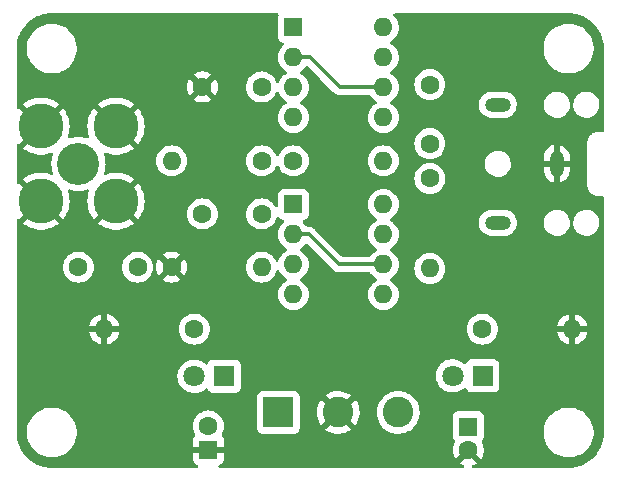
<source format=gbl>
%TF.GenerationSoftware,KiCad,Pcbnew,(6.0.7-1)-1*%
%TF.CreationDate,2022-08-15T15:41:10-06:00*%
%TF.ProjectId,bpf,6270662e-6b69-4636-9164-5f7063625858,1*%
%TF.SameCoordinates,Original*%
%TF.FileFunction,Copper,L2,Bot*%
%TF.FilePolarity,Positive*%
%FSLAX46Y46*%
G04 Gerber Fmt 4.6, Leading zero omitted, Abs format (unit mm)*
G04 Created by KiCad (PCBNEW (6.0.7-1)-1) date 2022-08-15 15:41:10*
%MOMM*%
%LPD*%
G01*
G04 APERTURE LIST*
%TA.AperFunction,ComponentPad*%
%ADD10C,1.600000*%
%TD*%
%TA.AperFunction,ComponentPad*%
%ADD11O,1.600000X1.600000*%
%TD*%
%TA.AperFunction,ComponentPad*%
%ADD12R,2.600000X2.600000*%
%TD*%
%TA.AperFunction,ComponentPad*%
%ADD13C,2.600000*%
%TD*%
%TA.AperFunction,ComponentPad*%
%ADD14R,1.800000X1.800000*%
%TD*%
%TA.AperFunction,ComponentPad*%
%ADD15C,1.800000*%
%TD*%
%TA.AperFunction,ComponentPad*%
%ADD16R,1.600000X1.600000*%
%TD*%
%TA.AperFunction,ComponentPad*%
%ADD17C,3.556000*%
%TD*%
%TA.AperFunction,ComponentPad*%
%ADD18C,3.810000*%
%TD*%
%TA.AperFunction,ComponentPad*%
%ADD19O,2.200000X1.200000*%
%TD*%
%TA.AperFunction,ComponentPad*%
%ADD20O,1.200000X2.200000*%
%TD*%
%TA.AperFunction,Conductor*%
%ADD21C,0.300000*%
%TD*%
G04 APERTURE END LIST*
D10*
X96250000Y-103500000D03*
D11*
X88630000Y-103500000D03*
D12*
X97665000Y-124805000D03*
D13*
X102745000Y-124805000D03*
X107825000Y-124805000D03*
D10*
X88630000Y-112500000D03*
D11*
X96250000Y-112500000D03*
D14*
X114965000Y-121705000D03*
D15*
X112425000Y-121705000D03*
D10*
X96250000Y-108000000D03*
X91250000Y-108000000D03*
D16*
X91750000Y-127955112D03*
D10*
X91750000Y-125955112D03*
D16*
X98950000Y-107200000D03*
D11*
X98950000Y-109740000D03*
X98950000Y-112280000D03*
X98950000Y-114820000D03*
X106570000Y-114820000D03*
X106570000Y-112280000D03*
X106570000Y-109740000D03*
X106570000Y-107200000D03*
D10*
X110500000Y-102050000D03*
X110500000Y-97050000D03*
X114940000Y-117750000D03*
D11*
X122560000Y-117750000D03*
D10*
X98940000Y-103500000D03*
D11*
X106560000Y-103500000D03*
D10*
X110500000Y-105000000D03*
D11*
X110500000Y-112620000D03*
D16*
X113750000Y-126000000D03*
D10*
X113750000Y-128000000D03*
D14*
X93085000Y-121750000D03*
D15*
X90545000Y-121750000D03*
D17*
X80750000Y-103750000D03*
D18*
X83925000Y-100575000D03*
X77575000Y-100575000D03*
X83925000Y-106925000D03*
X77575000Y-106925000D03*
D10*
X91250000Y-97250000D03*
X96250000Y-97250000D03*
D19*
X116250000Y-108750000D03*
D20*
X121250000Y-103750000D03*
D19*
X116250000Y-98750000D03*
D10*
X90560000Y-117750000D03*
D11*
X82940000Y-117750000D03*
D10*
X85750000Y-112500000D03*
X80750000Y-112500000D03*
D16*
X98950000Y-92200000D03*
D11*
X98950000Y-94740000D03*
X98950000Y-97280000D03*
X98950000Y-99820000D03*
X106570000Y-99820000D03*
X106570000Y-97280000D03*
X106570000Y-94740000D03*
X106570000Y-92200000D03*
D21*
X102855000Y-97250000D02*
X106645000Y-97250000D01*
X99025000Y-94710000D02*
X100315000Y-94710000D01*
X100315000Y-94710000D02*
X102855000Y-97250000D01*
X102780000Y-112280000D02*
X106570000Y-112280000D01*
X98950000Y-109740000D02*
X100240000Y-109740000D01*
X100240000Y-109740000D02*
X102780000Y-112280000D01*
%TA.AperFunction,Conductor*%
G36*
X97639989Y-91028502D02*
G01*
X97686482Y-91082158D01*
X97696586Y-91152432D01*
X97689850Y-91178729D01*
X97648255Y-91289684D01*
X97641500Y-91351866D01*
X97641500Y-93048134D01*
X97648255Y-93110316D01*
X97699385Y-93246705D01*
X97786739Y-93363261D01*
X97903295Y-93450615D01*
X98039684Y-93501745D01*
X98050474Y-93502917D01*
X98052606Y-93503803D01*
X98055222Y-93504425D01*
X98055121Y-93504848D01*
X98116035Y-93530155D01*
X98156463Y-93588517D01*
X98158922Y-93659471D01*
X98122629Y-93720490D01*
X98113969Y-93727489D01*
X98110207Y-93730646D01*
X98105700Y-93733802D01*
X97943802Y-93895700D01*
X97812477Y-94083251D01*
X97810154Y-94088233D01*
X97810151Y-94088238D01*
X97752140Y-94212644D01*
X97715716Y-94290757D01*
X97714294Y-94296065D01*
X97714293Y-94296067D01*
X97677023Y-94435159D01*
X97656457Y-94511913D01*
X97636502Y-94740000D01*
X97656457Y-94968087D01*
X97715716Y-95189243D01*
X97718039Y-95194224D01*
X97718039Y-95194225D01*
X97810151Y-95391762D01*
X97810154Y-95391767D01*
X97812477Y-95396749D01*
X97943802Y-95584300D01*
X98105700Y-95746198D01*
X98110208Y-95749355D01*
X98110211Y-95749357D01*
X98119667Y-95755978D01*
X98293251Y-95877523D01*
X98298233Y-95879846D01*
X98298238Y-95879849D01*
X98332457Y-95895805D01*
X98385742Y-95942722D01*
X98405203Y-96010999D01*
X98384661Y-96078959D01*
X98332457Y-96124195D01*
X98298238Y-96140151D01*
X98298233Y-96140154D01*
X98293251Y-96142477D01*
X98196517Y-96210211D01*
X98110211Y-96270643D01*
X98110208Y-96270645D01*
X98105700Y-96273802D01*
X97943802Y-96435700D01*
X97812477Y-96623251D01*
X97720988Y-96819452D01*
X97720140Y-96821270D01*
X97673223Y-96874555D01*
X97604946Y-96894016D01*
X97536986Y-96873474D01*
X97490920Y-96819452D01*
X97487544Y-96811114D01*
X97485706Y-96806065D01*
X97484284Y-96800757D01*
X97403838Y-96628238D01*
X97389849Y-96598238D01*
X97389846Y-96598233D01*
X97387523Y-96593251D01*
X97280363Y-96440211D01*
X97259357Y-96410211D01*
X97259355Y-96410208D01*
X97256198Y-96405700D01*
X97094300Y-96243802D01*
X97089792Y-96240645D01*
X97089789Y-96240643D01*
X96963920Y-96152509D01*
X96906749Y-96112477D01*
X96901767Y-96110154D01*
X96901762Y-96110151D01*
X96704225Y-96018039D01*
X96704224Y-96018039D01*
X96699243Y-96015716D01*
X96693935Y-96014294D01*
X96693933Y-96014293D01*
X96483402Y-95957881D01*
X96483400Y-95957881D01*
X96478087Y-95956457D01*
X96250000Y-95936502D01*
X96021913Y-95956457D01*
X96016600Y-95957881D01*
X96016598Y-95957881D01*
X95806067Y-96014293D01*
X95806065Y-96014294D01*
X95800757Y-96015716D01*
X95795776Y-96018039D01*
X95795775Y-96018039D01*
X95598238Y-96110151D01*
X95598233Y-96110154D01*
X95593251Y-96112477D01*
X95536080Y-96152509D01*
X95410211Y-96240643D01*
X95410208Y-96240645D01*
X95405700Y-96243802D01*
X95243802Y-96405700D01*
X95240645Y-96410208D01*
X95240643Y-96410211D01*
X95219637Y-96440211D01*
X95112477Y-96593251D01*
X95110154Y-96598233D01*
X95110151Y-96598238D01*
X95096162Y-96628238D01*
X95015716Y-96800757D01*
X95014294Y-96806065D01*
X95014293Y-96806067D01*
X94993019Y-96885461D01*
X94956457Y-97021913D01*
X94936502Y-97250000D01*
X94956457Y-97478087D01*
X94957881Y-97483400D01*
X94957881Y-97483402D01*
X95008706Y-97673080D01*
X95015716Y-97699243D01*
X95018039Y-97704224D01*
X95018039Y-97704225D01*
X95110151Y-97901762D01*
X95110154Y-97901767D01*
X95112477Y-97906749D01*
X95141458Y-97948138D01*
X95219335Y-98059357D01*
X95243802Y-98094300D01*
X95405700Y-98256198D01*
X95410208Y-98259355D01*
X95410211Y-98259357D01*
X95488389Y-98314098D01*
X95593251Y-98387523D01*
X95598233Y-98389846D01*
X95598238Y-98389849D01*
X95793802Y-98481041D01*
X95800757Y-98484284D01*
X95806065Y-98485706D01*
X95806067Y-98485707D01*
X96016598Y-98542119D01*
X96016600Y-98542119D01*
X96021913Y-98543543D01*
X96250000Y-98563498D01*
X96478087Y-98543543D01*
X96483400Y-98542119D01*
X96483402Y-98542119D01*
X96693933Y-98485707D01*
X96693935Y-98485706D01*
X96699243Y-98484284D01*
X96706198Y-98481041D01*
X96901762Y-98389849D01*
X96901767Y-98389846D01*
X96906749Y-98387523D01*
X97011611Y-98314098D01*
X97089789Y-98259357D01*
X97089792Y-98259355D01*
X97094300Y-98256198D01*
X97256198Y-98094300D01*
X97280666Y-98059357D01*
X97358542Y-97948138D01*
X97387523Y-97906749D01*
X97479860Y-97708730D01*
X97526777Y-97655445D01*
X97595054Y-97635984D01*
X97663014Y-97656526D01*
X97709080Y-97710548D01*
X97712456Y-97718886D01*
X97714293Y-97723933D01*
X97715716Y-97729243D01*
X97729656Y-97759137D01*
X97810151Y-97931762D01*
X97810154Y-97931767D01*
X97812477Y-97936749D01*
X97830892Y-97963048D01*
X97932776Y-98108553D01*
X97943802Y-98124300D01*
X98105700Y-98286198D01*
X98110208Y-98289355D01*
X98110211Y-98289357D01*
X98176913Y-98336062D01*
X98293251Y-98417523D01*
X98298233Y-98419846D01*
X98298238Y-98419849D01*
X98332457Y-98435805D01*
X98385742Y-98482722D01*
X98405203Y-98550999D01*
X98384661Y-98618959D01*
X98332457Y-98664195D01*
X98298238Y-98680151D01*
X98298233Y-98680154D01*
X98293251Y-98682477D01*
X98188389Y-98755902D01*
X98110211Y-98810643D01*
X98110208Y-98810645D01*
X98105700Y-98813802D01*
X97943802Y-98975700D01*
X97812477Y-99163251D01*
X97810154Y-99168233D01*
X97810151Y-99168238D01*
X97791667Y-99207878D01*
X97715716Y-99370757D01*
X97714294Y-99376065D01*
X97714293Y-99376067D01*
X97687084Y-99477611D01*
X97656457Y-99591913D01*
X97636502Y-99820000D01*
X97656457Y-100048087D01*
X97715716Y-100269243D01*
X97718039Y-100274224D01*
X97718039Y-100274225D01*
X97810151Y-100471762D01*
X97810154Y-100471767D01*
X97812477Y-100476749D01*
X97943802Y-100664300D01*
X98105700Y-100826198D01*
X98110208Y-100829355D01*
X98110211Y-100829357D01*
X98185289Y-100881927D01*
X98293251Y-100957523D01*
X98298233Y-100959846D01*
X98298238Y-100959849D01*
X98473341Y-101041500D01*
X98500757Y-101054284D01*
X98506065Y-101055706D01*
X98506067Y-101055707D01*
X98716598Y-101112119D01*
X98716600Y-101112119D01*
X98721913Y-101113543D01*
X98950000Y-101133498D01*
X99178087Y-101113543D01*
X99183400Y-101112119D01*
X99183402Y-101112119D01*
X99393933Y-101055707D01*
X99393935Y-101055706D01*
X99399243Y-101054284D01*
X99426659Y-101041500D01*
X99601762Y-100959849D01*
X99601767Y-100959846D01*
X99606749Y-100957523D01*
X99714711Y-100881927D01*
X99789789Y-100829357D01*
X99789792Y-100829355D01*
X99794300Y-100826198D01*
X99956198Y-100664300D01*
X100087523Y-100476749D01*
X100089846Y-100471767D01*
X100089849Y-100471762D01*
X100181961Y-100274225D01*
X100181961Y-100274224D01*
X100184284Y-100269243D01*
X100243543Y-100048087D01*
X100263498Y-99820000D01*
X100243543Y-99591913D01*
X100212916Y-99477611D01*
X100185707Y-99376067D01*
X100185706Y-99376065D01*
X100184284Y-99370757D01*
X100108333Y-99207878D01*
X100089849Y-99168238D01*
X100089846Y-99168233D01*
X100087523Y-99163251D01*
X99956198Y-98975700D01*
X99794300Y-98813802D01*
X99789792Y-98810645D01*
X99789789Y-98810643D01*
X99711611Y-98755902D01*
X99606749Y-98682477D01*
X99601767Y-98680154D01*
X99601762Y-98680151D01*
X99567543Y-98664195D01*
X99514258Y-98617278D01*
X99494797Y-98549001D01*
X99515339Y-98481041D01*
X99567543Y-98435805D01*
X99601762Y-98419849D01*
X99601767Y-98419846D01*
X99606749Y-98417523D01*
X99723087Y-98336062D01*
X99789789Y-98289357D01*
X99789792Y-98289355D01*
X99794300Y-98286198D01*
X99956198Y-98124300D01*
X99967225Y-98108553D01*
X100069108Y-97963048D01*
X100087523Y-97936749D01*
X100089846Y-97931767D01*
X100089849Y-97931762D01*
X100181961Y-97734225D01*
X100181962Y-97734222D01*
X100184284Y-97729243D01*
X100189104Y-97711257D01*
X100242119Y-97513402D01*
X100242119Y-97513400D01*
X100243543Y-97508087D01*
X100263498Y-97280000D01*
X100243543Y-97051913D01*
X100242119Y-97046598D01*
X100185707Y-96836067D01*
X100185706Y-96836065D01*
X100184284Y-96830757D01*
X100179860Y-96821270D01*
X100089849Y-96628238D01*
X100089846Y-96628233D01*
X100087523Y-96623251D01*
X99956198Y-96435700D01*
X99794300Y-96273802D01*
X99789792Y-96270645D01*
X99789789Y-96270643D01*
X99703483Y-96210211D01*
X99606749Y-96142477D01*
X99601767Y-96140154D01*
X99601762Y-96140151D01*
X99567543Y-96124195D01*
X99514258Y-96077278D01*
X99494797Y-96009001D01*
X99515339Y-95941041D01*
X99567543Y-95895805D01*
X99601762Y-95879849D01*
X99601767Y-95879846D01*
X99606749Y-95877523D01*
X99780333Y-95755978D01*
X99789789Y-95749357D01*
X99789792Y-95749355D01*
X99794300Y-95746198D01*
X99956198Y-95584300D01*
X99994380Y-95529771D01*
X100049838Y-95485443D01*
X100120457Y-95478134D01*
X100186686Y-95512946D01*
X101209385Y-96535644D01*
X102331341Y-97657600D01*
X102339331Y-97666381D01*
X102339339Y-97666390D01*
X102343584Y-97673080D01*
X102387592Y-97714406D01*
X102395274Y-97721620D01*
X102398116Y-97724375D01*
X102418667Y-97744926D01*
X102421801Y-97747357D01*
X102422163Y-97747638D01*
X102431191Y-97755348D01*
X102464867Y-97786972D01*
X102471818Y-97790793D01*
X102471819Y-97790794D01*
X102483655Y-97797301D01*
X102500184Y-97808158D01*
X102510869Y-97816447D01*
X102510871Y-97816448D01*
X102517131Y-97821304D01*
X102559544Y-97839657D01*
X102570181Y-97844868D01*
X102610663Y-97867124D01*
X102618342Y-97869096D01*
X102618343Y-97869096D01*
X102631434Y-97872457D01*
X102650136Y-97878859D01*
X102669823Y-97887379D01*
X102677652Y-97888619D01*
X102715448Y-97894605D01*
X102727074Y-97897013D01*
X102764135Y-97906529D01*
X102764136Y-97906529D01*
X102771812Y-97908500D01*
X102793258Y-97908500D01*
X102812968Y-97910051D01*
X102834151Y-97913406D01*
X102880135Y-97909059D01*
X102891994Y-97908500D01*
X105347105Y-97908500D01*
X105415226Y-97928502D01*
X105450318Y-97962229D01*
X105552776Y-98108553D01*
X105563802Y-98124300D01*
X105725700Y-98286198D01*
X105730208Y-98289355D01*
X105730211Y-98289357D01*
X105796913Y-98336062D01*
X105913251Y-98417523D01*
X105918233Y-98419846D01*
X105918238Y-98419849D01*
X105952457Y-98435805D01*
X106005742Y-98482722D01*
X106025203Y-98550999D01*
X106004661Y-98618959D01*
X105952457Y-98664195D01*
X105918238Y-98680151D01*
X105918233Y-98680154D01*
X105913251Y-98682477D01*
X105808389Y-98755902D01*
X105730211Y-98810643D01*
X105730208Y-98810645D01*
X105725700Y-98813802D01*
X105563802Y-98975700D01*
X105432477Y-99163251D01*
X105430154Y-99168233D01*
X105430151Y-99168238D01*
X105411667Y-99207878D01*
X105335716Y-99370757D01*
X105334294Y-99376065D01*
X105334293Y-99376067D01*
X105307084Y-99477611D01*
X105276457Y-99591913D01*
X105256502Y-99820000D01*
X105276457Y-100048087D01*
X105335716Y-100269243D01*
X105338039Y-100274224D01*
X105338039Y-100274225D01*
X105430151Y-100471762D01*
X105430154Y-100471767D01*
X105432477Y-100476749D01*
X105563802Y-100664300D01*
X105725700Y-100826198D01*
X105730208Y-100829355D01*
X105730211Y-100829357D01*
X105805289Y-100881927D01*
X105913251Y-100957523D01*
X105918233Y-100959846D01*
X105918238Y-100959849D01*
X106093341Y-101041500D01*
X106120757Y-101054284D01*
X106126065Y-101055706D01*
X106126067Y-101055707D01*
X106336598Y-101112119D01*
X106336600Y-101112119D01*
X106341913Y-101113543D01*
X106570000Y-101133498D01*
X106798087Y-101113543D01*
X106803400Y-101112119D01*
X106803402Y-101112119D01*
X107013933Y-101055707D01*
X107013935Y-101055706D01*
X107019243Y-101054284D01*
X107046659Y-101041500D01*
X107221762Y-100959849D01*
X107221767Y-100959846D01*
X107226749Y-100957523D01*
X107334711Y-100881927D01*
X107409789Y-100829357D01*
X107409792Y-100829355D01*
X107414300Y-100826198D01*
X107576198Y-100664300D01*
X107707523Y-100476749D01*
X107709846Y-100471767D01*
X107709849Y-100471762D01*
X107801961Y-100274225D01*
X107801961Y-100274224D01*
X107804284Y-100269243D01*
X107863543Y-100048087D01*
X107883498Y-99820000D01*
X107863543Y-99591913D01*
X107832916Y-99477611D01*
X107805707Y-99376067D01*
X107805706Y-99376065D01*
X107804284Y-99370757D01*
X107728333Y-99207878D01*
X107709849Y-99168238D01*
X107709846Y-99168233D01*
X107707523Y-99163251D01*
X107576198Y-98975700D01*
X107414300Y-98813802D01*
X107409792Y-98810645D01*
X107409789Y-98810643D01*
X107331611Y-98755902D01*
X107245496Y-98695604D01*
X114637787Y-98695604D01*
X114647567Y-98906899D01*
X114648971Y-98912724D01*
X114648971Y-98912725D01*
X114686739Y-99069437D01*
X114697125Y-99112534D01*
X114699607Y-99117992D01*
X114699608Y-99117996D01*
X114743053Y-99213546D01*
X114784674Y-99305087D01*
X114907054Y-99477611D01*
X115059850Y-99623881D01*
X115237548Y-99738620D01*
X115243114Y-99740863D01*
X115428168Y-99815442D01*
X115428171Y-99815443D01*
X115433737Y-99817686D01*
X115641337Y-99858228D01*
X115646899Y-99858500D01*
X116802846Y-99858500D01*
X116960566Y-99843452D01*
X117163534Y-99783908D01*
X117247111Y-99740863D01*
X117346249Y-99689804D01*
X117346252Y-99689802D01*
X117351580Y-99687058D01*
X117517920Y-99556396D01*
X117521852Y-99551865D01*
X117521855Y-99551862D01*
X117652621Y-99401167D01*
X117656552Y-99396637D01*
X117659552Y-99391451D01*
X117659555Y-99391447D01*
X117759467Y-99218742D01*
X117762473Y-99213546D01*
X117831861Y-99013729D01*
X117862213Y-98804396D01*
X117857177Y-98695604D01*
X120137787Y-98695604D01*
X120147567Y-98906899D01*
X120148971Y-98912724D01*
X120148971Y-98912725D01*
X120186739Y-99069437D01*
X120197125Y-99112534D01*
X120199607Y-99117992D01*
X120199608Y-99117996D01*
X120243053Y-99213546D01*
X120284674Y-99305087D01*
X120407054Y-99477611D01*
X120559850Y-99623881D01*
X120737548Y-99738620D01*
X120743114Y-99740863D01*
X120928168Y-99815442D01*
X120928171Y-99815443D01*
X120933737Y-99817686D01*
X121141337Y-99858228D01*
X121146899Y-99858500D01*
X121302846Y-99858500D01*
X121460566Y-99843452D01*
X121663534Y-99783908D01*
X121747111Y-99740863D01*
X121846249Y-99689804D01*
X121846252Y-99689802D01*
X121851580Y-99687058D01*
X122017920Y-99556396D01*
X122021852Y-99551865D01*
X122021855Y-99551862D01*
X122152621Y-99401167D01*
X122156552Y-99396637D01*
X122159552Y-99391451D01*
X122159555Y-99391447D01*
X122259467Y-99218742D01*
X122262473Y-99213546D01*
X122331861Y-99013729D01*
X122362213Y-98804396D01*
X122357177Y-98695604D01*
X122637787Y-98695604D01*
X122647567Y-98906899D01*
X122648971Y-98912724D01*
X122648971Y-98912725D01*
X122686739Y-99069437D01*
X122697125Y-99112534D01*
X122699607Y-99117992D01*
X122699608Y-99117996D01*
X122743053Y-99213546D01*
X122784674Y-99305087D01*
X122907054Y-99477611D01*
X123059850Y-99623881D01*
X123237548Y-99738620D01*
X123243114Y-99740863D01*
X123428168Y-99815442D01*
X123428171Y-99815443D01*
X123433737Y-99817686D01*
X123641337Y-99858228D01*
X123646899Y-99858500D01*
X123802846Y-99858500D01*
X123960566Y-99843452D01*
X124163534Y-99783908D01*
X124247111Y-99740863D01*
X124346249Y-99689804D01*
X124346252Y-99689802D01*
X124351580Y-99687058D01*
X124517920Y-99556396D01*
X124521852Y-99551865D01*
X124521855Y-99551862D01*
X124652621Y-99401167D01*
X124656552Y-99396637D01*
X124659552Y-99391451D01*
X124659555Y-99391447D01*
X124759467Y-99218742D01*
X124762473Y-99213546D01*
X124831861Y-99013729D01*
X124862213Y-98804396D01*
X124852433Y-98593101D01*
X124802875Y-98387466D01*
X124791978Y-98363498D01*
X124717806Y-98200368D01*
X124715326Y-98194913D01*
X124592946Y-98022389D01*
X124440150Y-97876119D01*
X124262452Y-97761380D01*
X124195064Y-97734222D01*
X124071832Y-97684558D01*
X124071829Y-97684557D01*
X124066263Y-97682314D01*
X123858663Y-97641772D01*
X123853101Y-97641500D01*
X123697154Y-97641500D01*
X123539434Y-97656548D01*
X123336466Y-97716092D01*
X123331139Y-97718836D01*
X123331138Y-97718836D01*
X123153751Y-97810196D01*
X123153748Y-97810198D01*
X123148420Y-97812942D01*
X122982080Y-97943604D01*
X122978148Y-97948135D01*
X122978145Y-97948138D01*
X122859554Y-98084802D01*
X122843448Y-98103363D01*
X122840448Y-98108549D01*
X122840445Y-98108553D01*
X122794760Y-98187523D01*
X122737527Y-98286454D01*
X122668139Y-98486271D01*
X122667278Y-98492206D01*
X122667278Y-98492208D01*
X122639233Y-98685634D01*
X122637787Y-98695604D01*
X122357177Y-98695604D01*
X122352433Y-98593101D01*
X122302875Y-98387466D01*
X122291978Y-98363498D01*
X122217806Y-98200368D01*
X122215326Y-98194913D01*
X122092946Y-98022389D01*
X121940150Y-97876119D01*
X121762452Y-97761380D01*
X121695064Y-97734222D01*
X121571832Y-97684558D01*
X121571829Y-97684557D01*
X121566263Y-97682314D01*
X121358663Y-97641772D01*
X121353101Y-97641500D01*
X121197154Y-97641500D01*
X121039434Y-97656548D01*
X120836466Y-97716092D01*
X120831139Y-97718836D01*
X120831138Y-97718836D01*
X120653751Y-97810196D01*
X120653748Y-97810198D01*
X120648420Y-97812942D01*
X120482080Y-97943604D01*
X120478148Y-97948135D01*
X120478145Y-97948138D01*
X120359554Y-98084802D01*
X120343448Y-98103363D01*
X120340448Y-98108549D01*
X120340445Y-98108553D01*
X120294760Y-98187523D01*
X120237527Y-98286454D01*
X120168139Y-98486271D01*
X120167278Y-98492206D01*
X120167278Y-98492208D01*
X120139233Y-98685634D01*
X120137787Y-98695604D01*
X117857177Y-98695604D01*
X117852433Y-98593101D01*
X117802875Y-98387466D01*
X117791978Y-98363498D01*
X117717806Y-98200368D01*
X117715326Y-98194913D01*
X117592946Y-98022389D01*
X117440150Y-97876119D01*
X117262452Y-97761380D01*
X117195064Y-97734222D01*
X117071832Y-97684558D01*
X117071829Y-97684557D01*
X117066263Y-97682314D01*
X116858663Y-97641772D01*
X116853101Y-97641500D01*
X115697154Y-97641500D01*
X115539434Y-97656548D01*
X115336466Y-97716092D01*
X115331139Y-97718836D01*
X115331138Y-97718836D01*
X115153751Y-97810196D01*
X115153748Y-97810198D01*
X115148420Y-97812942D01*
X114982080Y-97943604D01*
X114978148Y-97948135D01*
X114978145Y-97948138D01*
X114859554Y-98084802D01*
X114843448Y-98103363D01*
X114840448Y-98108549D01*
X114840445Y-98108553D01*
X114794760Y-98187523D01*
X114737527Y-98286454D01*
X114668139Y-98486271D01*
X114667278Y-98492206D01*
X114667278Y-98492208D01*
X114639233Y-98685634D01*
X114637787Y-98695604D01*
X107245496Y-98695604D01*
X107226749Y-98682477D01*
X107221767Y-98680154D01*
X107221762Y-98680151D01*
X107187543Y-98664195D01*
X107134258Y-98617278D01*
X107114797Y-98549001D01*
X107135339Y-98481041D01*
X107187543Y-98435805D01*
X107221762Y-98419849D01*
X107221767Y-98419846D01*
X107226749Y-98417523D01*
X107343087Y-98336062D01*
X107409789Y-98289357D01*
X107409792Y-98289355D01*
X107414300Y-98286198D01*
X107576198Y-98124300D01*
X107587225Y-98108553D01*
X107689108Y-97963048D01*
X107707523Y-97936749D01*
X107709846Y-97931767D01*
X107709849Y-97931762D01*
X107801961Y-97734225D01*
X107801962Y-97734222D01*
X107804284Y-97729243D01*
X107809104Y-97711257D01*
X107862119Y-97513402D01*
X107862119Y-97513400D01*
X107863543Y-97508087D01*
X107883498Y-97280000D01*
X107863543Y-97051913D01*
X107863030Y-97050000D01*
X109186502Y-97050000D01*
X109206457Y-97278087D01*
X109207881Y-97283400D01*
X109207881Y-97283402D01*
X109208437Y-97285475D01*
X109265716Y-97499243D01*
X109268039Y-97504224D01*
X109268039Y-97504225D01*
X109360151Y-97701762D01*
X109360154Y-97701767D01*
X109362477Y-97706749D01*
X109396507Y-97755349D01*
X109442690Y-97821304D01*
X109493802Y-97894300D01*
X109655700Y-98056198D01*
X109660208Y-98059355D01*
X109660211Y-98059357D01*
X109716589Y-98098833D01*
X109843251Y-98187523D01*
X109848233Y-98189846D01*
X109848238Y-98189849D01*
X110045775Y-98281961D01*
X110050757Y-98284284D01*
X110056065Y-98285706D01*
X110056067Y-98285707D01*
X110266598Y-98342119D01*
X110266600Y-98342119D01*
X110271913Y-98343543D01*
X110500000Y-98363498D01*
X110728087Y-98343543D01*
X110733400Y-98342119D01*
X110733402Y-98342119D01*
X110943933Y-98285707D01*
X110943935Y-98285706D01*
X110949243Y-98284284D01*
X110954225Y-98281961D01*
X111151762Y-98189849D01*
X111151767Y-98189846D01*
X111156749Y-98187523D01*
X111283411Y-98098833D01*
X111339789Y-98059357D01*
X111339792Y-98059355D01*
X111344300Y-98056198D01*
X111506198Y-97894300D01*
X111557311Y-97821304D01*
X111603493Y-97755349D01*
X111637523Y-97706749D01*
X111639846Y-97701767D01*
X111639849Y-97701762D01*
X111731961Y-97504225D01*
X111731961Y-97504224D01*
X111734284Y-97499243D01*
X111791564Y-97285475D01*
X111792119Y-97283402D01*
X111792119Y-97283400D01*
X111793543Y-97278087D01*
X111813498Y-97050000D01*
X111793543Y-96821913D01*
X111792119Y-96816598D01*
X111735707Y-96606067D01*
X111735706Y-96606065D01*
X111734284Y-96600757D01*
X111730784Y-96593251D01*
X111639849Y-96398238D01*
X111639846Y-96398233D01*
X111637523Y-96393251D01*
X111535606Y-96247699D01*
X111509357Y-96210211D01*
X111509355Y-96210208D01*
X111506198Y-96205700D01*
X111344300Y-96043802D01*
X111339792Y-96040645D01*
X111339789Y-96040643D01*
X111219580Y-95956472D01*
X111156749Y-95912477D01*
X111151767Y-95910154D01*
X111151762Y-95910151D01*
X110954225Y-95818039D01*
X110954224Y-95818039D01*
X110949243Y-95815716D01*
X110943935Y-95814294D01*
X110943933Y-95814293D01*
X110733402Y-95757881D01*
X110733400Y-95757881D01*
X110728087Y-95756457D01*
X110500000Y-95736502D01*
X110271913Y-95756457D01*
X110266600Y-95757881D01*
X110266598Y-95757881D01*
X110056067Y-95814293D01*
X110056065Y-95814294D01*
X110050757Y-95815716D01*
X110045776Y-95818039D01*
X110045775Y-95818039D01*
X109848238Y-95910151D01*
X109848233Y-95910154D01*
X109843251Y-95912477D01*
X109780420Y-95956472D01*
X109660211Y-96040643D01*
X109660208Y-96040645D01*
X109655700Y-96043802D01*
X109493802Y-96205700D01*
X109490645Y-96210208D01*
X109490643Y-96210211D01*
X109464394Y-96247699D01*
X109362477Y-96393251D01*
X109360154Y-96398233D01*
X109360151Y-96398238D01*
X109269216Y-96593251D01*
X109265716Y-96600757D01*
X109264294Y-96606065D01*
X109264293Y-96606067D01*
X109207881Y-96816598D01*
X109206457Y-96821913D01*
X109186502Y-97050000D01*
X107863030Y-97050000D01*
X107862119Y-97046598D01*
X107805707Y-96836067D01*
X107805706Y-96836065D01*
X107804284Y-96830757D01*
X107799860Y-96821270D01*
X107709849Y-96628238D01*
X107709846Y-96628233D01*
X107707523Y-96623251D01*
X107576198Y-96435700D01*
X107414300Y-96273802D01*
X107409792Y-96270645D01*
X107409789Y-96270643D01*
X107323483Y-96210211D01*
X107226749Y-96142477D01*
X107221767Y-96140154D01*
X107221762Y-96140151D01*
X107187543Y-96124195D01*
X107134258Y-96077278D01*
X107114797Y-96009001D01*
X107135339Y-95941041D01*
X107187543Y-95895805D01*
X107221762Y-95879849D01*
X107221767Y-95879846D01*
X107226749Y-95877523D01*
X107400333Y-95755978D01*
X107409789Y-95749357D01*
X107409792Y-95749355D01*
X107414300Y-95746198D01*
X107576198Y-95584300D01*
X107707523Y-95396749D01*
X107709846Y-95391767D01*
X107709849Y-95391762D01*
X107801961Y-95194225D01*
X107801961Y-95194224D01*
X107804284Y-95189243D01*
X107863543Y-94968087D01*
X107883498Y-94740000D01*
X107863543Y-94511913D01*
X107842977Y-94435159D01*
X107805707Y-94296067D01*
X107805706Y-94296065D01*
X107804284Y-94290757D01*
X107767860Y-94212644D01*
X107730583Y-94132703D01*
X120140743Y-94132703D01*
X120141302Y-94136947D01*
X120141302Y-94136951D01*
X120151267Y-94212644D01*
X120178268Y-94417734D01*
X120254129Y-94695036D01*
X120366923Y-94959476D01*
X120378693Y-94979142D01*
X120504436Y-95189243D01*
X120514561Y-95206161D01*
X120694313Y-95430528D01*
X120781165Y-95512947D01*
X120860462Y-95588197D01*
X120902851Y-95628423D01*
X121136317Y-95796186D01*
X121140112Y-95798195D01*
X121140113Y-95798196D01*
X121161869Y-95809715D01*
X121390392Y-95930712D01*
X121423211Y-95942722D01*
X121609787Y-96010999D01*
X121660373Y-96029511D01*
X121941264Y-96090755D01*
X121969841Y-96093004D01*
X122164282Y-96108307D01*
X122164291Y-96108307D01*
X122166739Y-96108500D01*
X122322271Y-96108500D01*
X122324407Y-96108354D01*
X122324418Y-96108354D01*
X122532548Y-96094165D01*
X122532554Y-96094164D01*
X122536825Y-96093873D01*
X122541020Y-96093004D01*
X122541022Y-96093004D01*
X122759792Y-96047699D01*
X122818342Y-96035574D01*
X123089343Y-95939607D01*
X123209629Y-95877523D01*
X123341005Y-95809715D01*
X123341006Y-95809715D01*
X123344812Y-95807750D01*
X123348313Y-95805289D01*
X123348317Y-95805287D01*
X123462417Y-95725096D01*
X123580023Y-95642441D01*
X123790622Y-95446740D01*
X123972713Y-95224268D01*
X124122927Y-94979142D01*
X124238483Y-94715898D01*
X124317244Y-94439406D01*
X124355155Y-94173028D01*
X124357146Y-94159036D01*
X124357146Y-94159034D01*
X124357751Y-94154784D01*
X124357836Y-94138696D01*
X124359235Y-93871583D01*
X124359235Y-93871576D01*
X124359257Y-93867297D01*
X124321732Y-93582266D01*
X124245871Y-93304964D01*
X124205091Y-93209357D01*
X124134763Y-93044476D01*
X124134761Y-93044472D01*
X124133077Y-93040524D01*
X123985439Y-92793839D01*
X123805687Y-92569472D01*
X123656698Y-92428087D01*
X123600258Y-92374527D01*
X123600255Y-92374525D01*
X123597149Y-92371577D01*
X123363683Y-92203814D01*
X123341843Y-92192250D01*
X123318654Y-92179972D01*
X123109608Y-92069288D01*
X122839627Y-91970489D01*
X122558736Y-91909245D01*
X122527685Y-91906801D01*
X122335718Y-91891693D01*
X122335709Y-91891693D01*
X122333261Y-91891500D01*
X122177729Y-91891500D01*
X122175593Y-91891646D01*
X122175582Y-91891646D01*
X121967452Y-91905835D01*
X121967446Y-91905836D01*
X121963175Y-91906127D01*
X121958980Y-91906996D01*
X121958978Y-91906996D01*
X121822416Y-91935277D01*
X121681658Y-91964426D01*
X121410657Y-92060393D01*
X121155188Y-92192250D01*
X121151687Y-92194711D01*
X121151683Y-92194713D01*
X121037583Y-92274904D01*
X120919977Y-92357559D01*
X120709378Y-92553260D01*
X120527287Y-92775732D01*
X120377073Y-93020858D01*
X120261517Y-93284102D01*
X120182756Y-93560594D01*
X120142249Y-93845216D01*
X120142227Y-93849505D01*
X120142226Y-93849512D01*
X120140765Y-94128417D01*
X120140743Y-94132703D01*
X107730583Y-94132703D01*
X107709849Y-94088238D01*
X107709846Y-94088233D01*
X107707523Y-94083251D01*
X107576198Y-93895700D01*
X107414300Y-93733802D01*
X107409792Y-93730645D01*
X107409789Y-93730643D01*
X107331611Y-93675902D01*
X107226749Y-93602477D01*
X107221767Y-93600154D01*
X107221762Y-93600151D01*
X107187543Y-93584195D01*
X107134258Y-93537278D01*
X107114797Y-93469001D01*
X107135339Y-93401041D01*
X107187543Y-93355805D01*
X107221762Y-93339849D01*
X107221767Y-93339846D01*
X107226749Y-93337523D01*
X107368458Y-93238297D01*
X107409789Y-93209357D01*
X107409792Y-93209355D01*
X107414300Y-93206198D01*
X107576198Y-93044300D01*
X107592613Y-93020858D01*
X107704366Y-92861257D01*
X107707523Y-92856749D01*
X107709846Y-92851767D01*
X107709849Y-92851762D01*
X107801961Y-92654225D01*
X107801961Y-92654224D01*
X107804284Y-92649243D01*
X107826449Y-92566525D01*
X107862119Y-92433402D01*
X107862119Y-92433400D01*
X107863543Y-92428087D01*
X107883498Y-92200000D01*
X107863543Y-91971913D01*
X107846661Y-91908909D01*
X107805707Y-91756067D01*
X107805706Y-91756065D01*
X107804284Y-91750757D01*
X107726517Y-91583984D01*
X107709849Y-91548238D01*
X107709846Y-91548233D01*
X107707523Y-91543251D01*
X107576198Y-91355700D01*
X107444093Y-91223595D01*
X107410067Y-91161283D01*
X107415132Y-91090468D01*
X107457679Y-91033632D01*
X107524199Y-91008821D01*
X107533188Y-91008500D01*
X122200633Y-91008500D01*
X122220018Y-91010000D01*
X122234851Y-91012310D01*
X122234855Y-91012310D01*
X122243724Y-91013691D01*
X122262436Y-91011244D01*
X122285366Y-91010353D01*
X122556103Y-91024542D01*
X122569209Y-91025919D01*
X122784134Y-91059960D01*
X122865445Y-91072838D01*
X122878345Y-91075580D01*
X123023196Y-91114393D01*
X123168052Y-91153207D01*
X123180586Y-91157279D01*
X123460587Y-91264762D01*
X123472635Y-91270126D01*
X123739870Y-91406289D01*
X123751286Y-91412880D01*
X124002832Y-91576236D01*
X124013495Y-91583984D01*
X124246573Y-91772727D01*
X124256374Y-91781552D01*
X124468448Y-91993626D01*
X124477273Y-92003427D01*
X124637916Y-92201804D01*
X124666016Y-92236505D01*
X124673764Y-92247168D01*
X124794706Y-92433402D01*
X124837117Y-92498709D01*
X124843711Y-92510130D01*
X124979874Y-92777365D01*
X124985237Y-92789412D01*
X125083241Y-93044717D01*
X125092719Y-93069409D01*
X125096795Y-93081953D01*
X125174420Y-93371655D01*
X125177162Y-93384555D01*
X125224080Y-93680785D01*
X125225458Y-93693899D01*
X125227549Y-93733802D01*
X125239262Y-93957299D01*
X125237935Y-93983276D01*
X125237691Y-93984846D01*
X125237691Y-93984850D01*
X125236309Y-93993724D01*
X125237473Y-94002626D01*
X125237473Y-94002628D01*
X125240436Y-94025283D01*
X125241500Y-94041621D01*
X125241500Y-100915500D01*
X125221498Y-100983621D01*
X125167842Y-101030114D01*
X125115500Y-101041500D01*
X124803250Y-101041500D01*
X124782345Y-101039754D01*
X124767344Y-101037230D01*
X124767341Y-101037230D01*
X124762552Y-101036424D01*
X124756276Y-101036348D01*
X124754859Y-101036330D01*
X124754856Y-101036330D01*
X124750000Y-101036271D01*
X124734110Y-101038547D01*
X124728606Y-101039211D01*
X124642428Y-101047699D01*
X124571903Y-101054645D01*
X124400650Y-101106594D01*
X124395195Y-101109510D01*
X124395192Y-101109511D01*
X124263222Y-101180051D01*
X124242822Y-101190955D01*
X124104485Y-101304485D01*
X123990955Y-101442822D01*
X123988035Y-101448285D01*
X123911807Y-101590898D01*
X123906594Y-101600650D01*
X123854645Y-101771903D01*
X123854038Y-101778068D01*
X123840504Y-101915482D01*
X123839611Y-101922519D01*
X123836309Y-101943724D01*
X123837115Y-101949888D01*
X123837104Y-101950000D01*
X123837130Y-101950000D01*
X123838803Y-101962796D01*
X123838803Y-101962797D01*
X123840436Y-101975283D01*
X123841500Y-101991620D01*
X123841500Y-105500633D01*
X123840000Y-105520018D01*
X123837690Y-105534851D01*
X123837690Y-105534855D01*
X123836309Y-105543724D01*
X123837130Y-105550000D01*
X123837104Y-105550000D01*
X123837461Y-105553625D01*
X123837461Y-105553630D01*
X123847127Y-105651762D01*
X123854645Y-105728097D01*
X123906594Y-105899350D01*
X123909510Y-105904805D01*
X123909511Y-105904808D01*
X123965394Y-106009357D01*
X123990955Y-106057178D01*
X124104485Y-106195515D01*
X124109270Y-106199442D01*
X124222198Y-106292119D01*
X124242822Y-106309045D01*
X124248285Y-106311965D01*
X124395192Y-106390489D01*
X124395195Y-106390490D01*
X124400650Y-106393406D01*
X124571903Y-106445355D01*
X124705677Y-106458531D01*
X124714217Y-106459668D01*
X124726010Y-106461652D01*
X124732656Y-106462770D01*
X124732658Y-106462770D01*
X124737448Y-106463576D01*
X124743724Y-106463653D01*
X124745140Y-106463670D01*
X124745143Y-106463670D01*
X124750000Y-106463729D01*
X124777624Y-106459773D01*
X124795486Y-106458500D01*
X125115500Y-106458500D01*
X125183621Y-106478502D01*
X125230114Y-106532158D01*
X125241500Y-106584500D01*
X125241500Y-126450633D01*
X125240000Y-126470018D01*
X125237690Y-126484851D01*
X125237690Y-126484855D01*
X125236309Y-126493724D01*
X125238135Y-126507683D01*
X125238756Y-126512433D01*
X125239647Y-126535366D01*
X125232951Y-126663139D01*
X125225458Y-126806099D01*
X125224081Y-126819209D01*
X125215996Y-126870253D01*
X125177162Y-127115445D01*
X125174420Y-127128345D01*
X125150960Y-127215898D01*
X125118343Y-127337630D01*
X125096795Y-127418047D01*
X125092721Y-127430586D01*
X124988947Y-127700924D01*
X124985238Y-127710587D01*
X124979874Y-127722635D01*
X124843711Y-127989870D01*
X124837120Y-128001286D01*
X124673764Y-128252832D01*
X124666018Y-128263492D01*
X124632173Y-128305287D01*
X124477273Y-128496573D01*
X124468448Y-128506374D01*
X124256374Y-128718448D01*
X124246573Y-128727273D01*
X124066964Y-128872718D01*
X124013495Y-128916016D01*
X124002832Y-128923764D01*
X123751286Y-129087120D01*
X123739870Y-129093711D01*
X123472635Y-129229874D01*
X123460588Y-129235237D01*
X123180586Y-129342721D01*
X123168052Y-129346793D01*
X123131002Y-129356721D01*
X122878345Y-129424420D01*
X122865445Y-129427162D01*
X122784134Y-129440040D01*
X122569209Y-129474081D01*
X122556101Y-129475458D01*
X122480937Y-129479397D01*
X122292701Y-129489262D01*
X122266724Y-129487935D01*
X122265154Y-129487691D01*
X122265150Y-129487691D01*
X122256276Y-129486309D01*
X122247374Y-129487473D01*
X122247372Y-129487473D01*
X122232323Y-129489441D01*
X122224714Y-129490436D01*
X122208379Y-129491500D01*
X114194436Y-129491500D01*
X114126315Y-129471498D01*
X114079822Y-129417842D01*
X114069718Y-129347568D01*
X114099212Y-129282988D01*
X114161825Y-129243793D01*
X114193761Y-129235236D01*
X114204053Y-129231490D01*
X114401511Y-129139414D01*
X114411006Y-129133931D01*
X114463048Y-129097491D01*
X114471424Y-129087012D01*
X114464356Y-129073566D01*
X113762812Y-128372022D01*
X113748868Y-128364408D01*
X113747035Y-128364539D01*
X113740420Y-128368790D01*
X113034923Y-129074287D01*
X113028493Y-129086062D01*
X113037789Y-129098077D01*
X113088994Y-129133931D01*
X113098489Y-129139414D01*
X113295947Y-129231490D01*
X113306239Y-129235236D01*
X113338175Y-129243793D01*
X113398798Y-129280745D01*
X113429819Y-129344605D01*
X113421391Y-129415100D01*
X113376188Y-129469847D01*
X113305564Y-129491500D01*
X92728034Y-129491500D01*
X92659913Y-129471498D01*
X92613420Y-129417842D01*
X92603316Y-129347568D01*
X92632810Y-129282988D01*
X92683804Y-129247518D01*
X92788054Y-129208436D01*
X92803649Y-129199898D01*
X92905724Y-129123397D01*
X92918285Y-129110836D01*
X92994786Y-129008761D01*
X93003324Y-128993166D01*
X93048478Y-128872718D01*
X93052105Y-128857463D01*
X93057631Y-128806598D01*
X93058000Y-128799784D01*
X93058000Y-128227227D01*
X93053525Y-128211988D01*
X93052135Y-128210783D01*
X93044452Y-128209112D01*
X90460116Y-128209112D01*
X90444877Y-128213587D01*
X90443672Y-128214977D01*
X90442001Y-128222660D01*
X90442001Y-128799781D01*
X90442371Y-128806602D01*
X90447895Y-128857464D01*
X90451521Y-128872716D01*
X90496676Y-128993166D01*
X90505214Y-129008761D01*
X90581715Y-129110836D01*
X90594276Y-129123397D01*
X90696351Y-129199898D01*
X90711946Y-129208436D01*
X90816196Y-129247518D01*
X90872960Y-129290160D01*
X90897660Y-129356721D01*
X90882452Y-129426070D01*
X90832166Y-129476188D01*
X90771966Y-129491500D01*
X78549367Y-129491500D01*
X78529982Y-129490000D01*
X78515149Y-129487690D01*
X78515145Y-129487690D01*
X78506276Y-129486309D01*
X78487564Y-129488756D01*
X78464634Y-129489647D01*
X78193897Y-129475458D01*
X78180791Y-129474081D01*
X77965866Y-129440040D01*
X77884555Y-129427162D01*
X77871655Y-129424420D01*
X77618998Y-129356721D01*
X77581948Y-129346793D01*
X77569414Y-129342721D01*
X77289412Y-129235237D01*
X77277365Y-129229874D01*
X77010130Y-129093711D01*
X76998714Y-129087120D01*
X76747168Y-128923764D01*
X76736505Y-128916016D01*
X76683037Y-128872718D01*
X76503427Y-128727273D01*
X76493626Y-128718448D01*
X76281552Y-128506374D01*
X76272727Y-128496573D01*
X76117827Y-128305287D01*
X76083982Y-128263492D01*
X76076236Y-128252832D01*
X75912880Y-128001286D01*
X75906289Y-127989870D01*
X75770126Y-127722635D01*
X75764762Y-127710587D01*
X75761053Y-127700924D01*
X75657279Y-127430586D01*
X75653205Y-127418047D01*
X75631658Y-127337630D01*
X75599040Y-127215898D01*
X75575580Y-127128345D01*
X75572838Y-127115445D01*
X75534004Y-126870253D01*
X75525919Y-126819209D01*
X75524542Y-126806098D01*
X75515455Y-126632703D01*
X76390743Y-126632703D01*
X76391302Y-126636947D01*
X76391302Y-126636951D01*
X76404073Y-126733958D01*
X76428268Y-126917734D01*
X76504129Y-127195036D01*
X76505813Y-127198984D01*
X76565531Y-127338989D01*
X76616923Y-127459476D01*
X76691473Y-127584040D01*
X76761427Y-127700924D01*
X76764561Y-127706161D01*
X76944313Y-127930528D01*
X77152851Y-128128423D01*
X77386317Y-128296186D01*
X77390112Y-128298195D01*
X77390113Y-128298196D01*
X77411869Y-128309715D01*
X77640392Y-128430712D01*
X77910373Y-128529511D01*
X78191264Y-128590755D01*
X78219841Y-128593004D01*
X78414282Y-128608307D01*
X78414291Y-128608307D01*
X78416739Y-128608500D01*
X78572271Y-128608500D01*
X78574407Y-128608354D01*
X78574418Y-128608354D01*
X78782548Y-128594165D01*
X78782554Y-128594164D01*
X78786825Y-128593873D01*
X78791020Y-128593004D01*
X78791022Y-128593004D01*
X78927583Y-128564724D01*
X79068342Y-128535574D01*
X79339343Y-128439607D01*
X79594812Y-128307750D01*
X79598313Y-128305289D01*
X79598317Y-128305287D01*
X79735160Y-128209112D01*
X79830023Y-128142441D01*
X79977416Y-128005475D01*
X112437483Y-128005475D01*
X112456472Y-128222519D01*
X112458375Y-128233312D01*
X112514764Y-128443761D01*
X112518510Y-128454053D01*
X112610586Y-128651511D01*
X112616069Y-128661006D01*
X112652509Y-128713048D01*
X112662988Y-128721424D01*
X112676434Y-128714356D01*
X113660905Y-127729885D01*
X113723217Y-127695859D01*
X113794032Y-127700924D01*
X113839095Y-127729885D01*
X114824287Y-128715077D01*
X114836062Y-128721507D01*
X114848077Y-128712211D01*
X114883931Y-128661006D01*
X114889414Y-128651511D01*
X114981490Y-128454053D01*
X114985236Y-128443761D01*
X115041625Y-128233312D01*
X115043528Y-128222519D01*
X115062517Y-128005475D01*
X115062517Y-127994525D01*
X115043528Y-127777481D01*
X115041625Y-127766688D01*
X114985236Y-127556239D01*
X114981490Y-127545947D01*
X114889414Y-127348489D01*
X114883929Y-127338989D01*
X114883299Y-127338090D01*
X114883144Y-127337630D01*
X114881182Y-127334232D01*
X114881865Y-127333838D01*
X114860612Y-127270816D01*
X114877898Y-127201956D01*
X114900934Y-127176197D01*
X114899730Y-127174993D01*
X114906081Y-127168642D01*
X114913261Y-127163261D01*
X114918642Y-127156081D01*
X114918645Y-127156078D01*
X114995229Y-127053891D01*
X115000615Y-127046705D01*
X115051745Y-126910316D01*
X115058500Y-126848134D01*
X115058500Y-126632703D01*
X120140743Y-126632703D01*
X120141302Y-126636947D01*
X120141302Y-126636951D01*
X120154073Y-126733958D01*
X120178268Y-126917734D01*
X120254129Y-127195036D01*
X120255813Y-127198984D01*
X120315531Y-127338989D01*
X120366923Y-127459476D01*
X120441473Y-127584040D01*
X120511427Y-127700924D01*
X120514561Y-127706161D01*
X120694313Y-127930528D01*
X120902851Y-128128423D01*
X121136317Y-128296186D01*
X121140112Y-128298195D01*
X121140113Y-128298196D01*
X121161869Y-128309715D01*
X121390392Y-128430712D01*
X121660373Y-128529511D01*
X121941264Y-128590755D01*
X121969841Y-128593004D01*
X122164282Y-128608307D01*
X122164291Y-128608307D01*
X122166739Y-128608500D01*
X122322271Y-128608500D01*
X122324407Y-128608354D01*
X122324418Y-128608354D01*
X122532548Y-128594165D01*
X122532554Y-128594164D01*
X122536825Y-128593873D01*
X122541020Y-128593004D01*
X122541022Y-128593004D01*
X122677583Y-128564724D01*
X122818342Y-128535574D01*
X123089343Y-128439607D01*
X123344812Y-128307750D01*
X123348313Y-128305289D01*
X123348317Y-128305287D01*
X123485160Y-128209112D01*
X123580023Y-128142441D01*
X123737881Y-127995750D01*
X123787479Y-127949661D01*
X123787481Y-127949658D01*
X123790622Y-127946740D01*
X123972713Y-127724268D01*
X124122927Y-127479142D01*
X124184845Y-127338090D01*
X124236757Y-127219830D01*
X124238483Y-127215898D01*
X124242455Y-127201956D01*
X124316068Y-126943534D01*
X124317244Y-126939406D01*
X124357751Y-126654784D01*
X124357845Y-126636951D01*
X124359235Y-126371583D01*
X124359235Y-126371576D01*
X124359257Y-126367297D01*
X124358151Y-126358891D01*
X124335720Y-126188514D01*
X124321732Y-126082266D01*
X124245871Y-125804964D01*
X124186640Y-125666100D01*
X124134763Y-125544476D01*
X124134761Y-125544472D01*
X124133077Y-125540524D01*
X124058527Y-125415960D01*
X123987643Y-125297521D01*
X123987640Y-125297517D01*
X123985439Y-125293839D01*
X123805687Y-125069472D01*
X123675316Y-124945755D01*
X123600258Y-124874527D01*
X123600255Y-124874525D01*
X123597149Y-124871577D01*
X123363683Y-124703814D01*
X123341843Y-124692250D01*
X123318654Y-124679972D01*
X123109608Y-124569288D01*
X122906120Y-124494822D01*
X122843658Y-124471964D01*
X122843656Y-124471963D01*
X122839627Y-124470489D01*
X122558736Y-124409245D01*
X122527685Y-124406801D01*
X122335718Y-124391693D01*
X122335709Y-124391693D01*
X122333261Y-124391500D01*
X122177729Y-124391500D01*
X122175593Y-124391646D01*
X122175582Y-124391646D01*
X121967452Y-124405835D01*
X121967446Y-124405836D01*
X121963175Y-124406127D01*
X121958980Y-124406996D01*
X121958978Y-124406996D01*
X121833516Y-124432978D01*
X121681658Y-124464426D01*
X121410657Y-124560393D01*
X121406848Y-124562359D01*
X121211873Y-124662993D01*
X121155188Y-124692250D01*
X121151687Y-124694711D01*
X121151683Y-124694713D01*
X121037582Y-124774905D01*
X120919977Y-124857559D01*
X120904892Y-124871577D01*
X120733759Y-125030604D01*
X120709378Y-125053260D01*
X120527287Y-125275732D01*
X120377073Y-125520858D01*
X120261517Y-125784102D01*
X120182756Y-126060594D01*
X120166087Y-126177719D01*
X120142959Y-126340230D01*
X120142249Y-126345216D01*
X120142227Y-126349505D01*
X120142226Y-126349512D01*
X120140802Y-126621444D01*
X120140743Y-126632703D01*
X115058500Y-126632703D01*
X115058500Y-125151866D01*
X115051745Y-125089684D01*
X115000615Y-124953295D01*
X114913261Y-124836739D01*
X114796705Y-124749385D01*
X114660316Y-124698255D01*
X114598134Y-124691500D01*
X112901866Y-124691500D01*
X112839684Y-124698255D01*
X112703295Y-124749385D01*
X112586739Y-124836739D01*
X112499385Y-124953295D01*
X112448255Y-125089684D01*
X112441500Y-125151866D01*
X112441500Y-126848134D01*
X112448255Y-126910316D01*
X112499385Y-127046705D01*
X112504771Y-127053891D01*
X112581355Y-127156078D01*
X112581358Y-127156081D01*
X112586739Y-127163261D01*
X112593919Y-127168642D01*
X112600270Y-127174993D01*
X112598128Y-127177135D01*
X112631564Y-127221846D01*
X112636594Y-127292664D01*
X112618477Y-127334035D01*
X112618818Y-127334232D01*
X112617048Y-127337298D01*
X112616701Y-127338090D01*
X112616071Y-127338989D01*
X112610586Y-127348489D01*
X112518510Y-127545947D01*
X112514764Y-127556239D01*
X112458375Y-127766688D01*
X112456472Y-127777481D01*
X112437483Y-127994525D01*
X112437483Y-128005475D01*
X79977416Y-128005475D01*
X79987881Y-127995750D01*
X80037479Y-127949661D01*
X80037481Y-127949658D01*
X80040622Y-127946740D01*
X80222713Y-127724268D01*
X80372927Y-127479142D01*
X80434845Y-127338090D01*
X80486757Y-127219830D01*
X80488483Y-127215898D01*
X80492455Y-127201956D01*
X80566068Y-126943534D01*
X80567244Y-126939406D01*
X80607751Y-126654784D01*
X80607845Y-126636951D01*
X80609235Y-126371583D01*
X80609235Y-126371576D01*
X80609257Y-126367297D01*
X80608151Y-126358891D01*
X80585720Y-126188514D01*
X80571732Y-126082266D01*
X80536947Y-125955112D01*
X90436502Y-125955112D01*
X90456457Y-126183199D01*
X90457881Y-126188512D01*
X90457881Y-126188514D01*
X90499870Y-126345216D01*
X90515716Y-126404355D01*
X90518039Y-126409336D01*
X90518039Y-126409337D01*
X90610151Y-126606874D01*
X90610154Y-126606879D01*
X90612477Y-126611861D01*
X90615637Y-126616374D01*
X90616590Y-126617736D01*
X90616825Y-126618432D01*
X90618383Y-126621131D01*
X90617840Y-126621444D01*
X90639274Y-126685012D01*
X90621985Y-126753871D01*
X90599344Y-126779193D01*
X90600627Y-126780476D01*
X90581715Y-126799388D01*
X90505214Y-126901463D01*
X90496676Y-126917058D01*
X90451522Y-127037506D01*
X90447895Y-127052761D01*
X90442369Y-127103626D01*
X90442000Y-127110440D01*
X90442000Y-127682997D01*
X90446475Y-127698236D01*
X90447865Y-127699441D01*
X90455548Y-127701112D01*
X93039884Y-127701112D01*
X93055123Y-127696637D01*
X93056328Y-127695247D01*
X93057999Y-127687564D01*
X93057999Y-127110443D01*
X93057629Y-127103622D01*
X93052105Y-127052760D01*
X93048479Y-127037508D01*
X93003324Y-126917058D01*
X92994786Y-126901463D01*
X92918285Y-126799388D01*
X92899373Y-126780476D01*
X92901631Y-126778218D01*
X92868543Y-126733958D01*
X92863524Y-126663139D01*
X92881861Y-126621272D01*
X92881617Y-126621131D01*
X92882885Y-126618935D01*
X92883410Y-126617736D01*
X92884363Y-126616374D01*
X92887523Y-126611861D01*
X92889846Y-126606879D01*
X92889849Y-126606874D01*
X92981961Y-126409337D01*
X92981961Y-126409336D01*
X92984284Y-126404355D01*
X93000131Y-126345216D01*
X93042119Y-126188514D01*
X93042119Y-126188512D01*
X93043543Y-126183199D01*
X93046173Y-126153134D01*
X95856500Y-126153134D01*
X95863255Y-126215316D01*
X95914385Y-126351705D01*
X96001739Y-126468261D01*
X96118295Y-126555615D01*
X96254684Y-126606745D01*
X96316866Y-126613500D01*
X99013134Y-126613500D01*
X99075316Y-126606745D01*
X99211705Y-126555615D01*
X99328261Y-126468261D01*
X99415615Y-126351705D01*
X99453778Y-126249906D01*
X101664839Y-126249906D01*
X101673553Y-126261427D01*
X101780452Y-126339809D01*
X101788351Y-126344745D01*
X102017905Y-126465519D01*
X102026454Y-126469236D01*
X102271327Y-126554749D01*
X102280336Y-126557163D01*
X102535166Y-126605544D01*
X102544423Y-126606598D01*
X102803607Y-126616783D01*
X102812921Y-126616457D01*
X103070753Y-126588220D01*
X103079930Y-126586519D01*
X103330758Y-126520481D01*
X103339574Y-126517445D01*
X103577880Y-126415062D01*
X103586167Y-126410748D01*
X103806718Y-126274266D01*
X103814268Y-126268780D01*
X103819559Y-126264301D01*
X103827997Y-126251497D01*
X103821935Y-126241145D01*
X102757812Y-125177022D01*
X102743868Y-125169408D01*
X102742035Y-125169539D01*
X102735420Y-125173790D01*
X101671497Y-126237713D01*
X101664839Y-126249906D01*
X99453778Y-126249906D01*
X99466745Y-126215316D01*
X99473500Y-126153134D01*
X99473500Y-124762211D01*
X100932775Y-124762211D01*
X100945220Y-125021288D01*
X100946356Y-125030543D01*
X100996961Y-125284945D01*
X100999449Y-125293917D01*
X101087095Y-125538033D01*
X101090895Y-125546568D01*
X101213658Y-125775042D01*
X101218666Y-125782904D01*
X101288720Y-125876716D01*
X101299979Y-125885165D01*
X101312397Y-125878393D01*
X102372978Y-124817812D01*
X102379356Y-124806132D01*
X103109408Y-124806132D01*
X103109539Y-124807965D01*
X103113790Y-124814580D01*
X104181094Y-125881884D01*
X104193474Y-125888644D01*
X104201815Y-125882400D01*
X104335832Y-125674048D01*
X104340275Y-125665864D01*
X104446807Y-125429370D01*
X104449997Y-125420605D01*
X104520402Y-125170972D01*
X104522262Y-125161830D01*
X104555187Y-124903019D01*
X104555668Y-124896733D01*
X104557987Y-124808160D01*
X104557836Y-124801851D01*
X104554542Y-124757526D01*
X106012050Y-124757526D01*
X106012274Y-124762192D01*
X106012274Y-124762197D01*
X106015855Y-124836739D01*
X106024947Y-125026019D01*
X106077388Y-125289656D01*
X106168220Y-125542646D01*
X106295450Y-125779431D01*
X106298241Y-125783168D01*
X106298245Y-125783175D01*
X106374405Y-125885165D01*
X106456281Y-125994810D01*
X106459590Y-125998090D01*
X106459595Y-125998096D01*
X106640793Y-126177719D01*
X106647180Y-126184050D01*
X106650942Y-126186808D01*
X106650945Y-126186811D01*
X106762737Y-126268780D01*
X106863954Y-126342995D01*
X106868089Y-126345171D01*
X106868093Y-126345173D01*
X107097698Y-126465975D01*
X107101840Y-126468154D01*
X107215034Y-126507683D01*
X107261356Y-126523859D01*
X107355613Y-126556775D01*
X107360206Y-126557647D01*
X107615109Y-126606042D01*
X107615112Y-126606042D01*
X107619698Y-126606913D01*
X107745635Y-126611861D01*
X107883625Y-126617283D01*
X107883630Y-126617283D01*
X107888293Y-126617466D01*
X107992607Y-126606042D01*
X108150844Y-126588713D01*
X108150850Y-126588712D01*
X108155497Y-126588203D01*
X108160021Y-126587012D01*
X108410918Y-126520956D01*
X108410920Y-126520955D01*
X108415441Y-126519765D01*
X108420841Y-126517445D01*
X108658120Y-126415502D01*
X108658122Y-126415501D01*
X108662414Y-126413657D01*
X108781751Y-126339809D01*
X108887017Y-126274669D01*
X108887021Y-126274666D01*
X108890990Y-126272210D01*
X109096149Y-126098530D01*
X109273382Y-125896434D01*
X109280631Y-125885165D01*
X109381609Y-125728176D01*
X109418797Y-125670361D01*
X109529199Y-125425278D01*
X109567213Y-125290492D01*
X109600893Y-125171072D01*
X109600894Y-125171069D01*
X109602163Y-125166568D01*
X109620043Y-125026019D01*
X109635688Y-124903045D01*
X109635688Y-124903041D01*
X109636086Y-124899915D01*
X109636170Y-124896733D01*
X109638159Y-124820746D01*
X109638571Y-124805000D01*
X109618650Y-124536937D01*
X109617619Y-124532379D01*
X109560361Y-124279331D01*
X109560360Y-124279326D01*
X109559327Y-124274763D01*
X109461902Y-124024238D01*
X109328518Y-123790864D01*
X109281068Y-123730673D01*
X109262416Y-123707014D01*
X109162105Y-123579769D01*
X108966317Y-123395591D01*
X108768407Y-123258295D01*
X108749299Y-123245039D01*
X108749296Y-123245037D01*
X108745457Y-123242374D01*
X108703770Y-123221816D01*
X108508564Y-123125551D01*
X108508561Y-123125550D01*
X108504376Y-123123486D01*
X108483124Y-123116683D01*
X108324433Y-123065886D01*
X108248370Y-123041538D01*
X108243763Y-123040788D01*
X108243760Y-123040787D01*
X108030337Y-123006029D01*
X107983063Y-122998330D01*
X107852719Y-122996624D01*
X107718961Y-122994873D01*
X107718958Y-122994873D01*
X107714284Y-122994812D01*
X107447937Y-123031060D01*
X107443451Y-123032368D01*
X107443449Y-123032368D01*
X107382171Y-123050229D01*
X107189874Y-123106278D01*
X107185621Y-123108238D01*
X107185620Y-123108239D01*
X107184605Y-123108707D01*
X106945763Y-123218815D01*
X106941854Y-123221378D01*
X106724881Y-123363631D01*
X106724876Y-123363635D01*
X106720968Y-123366197D01*
X106520426Y-123545188D01*
X106348544Y-123751854D01*
X106209096Y-123981656D01*
X106207287Y-123985970D01*
X106207285Y-123985974D01*
X106191240Y-124024238D01*
X106105148Y-124229545D01*
X106038981Y-124490077D01*
X106012050Y-124757526D01*
X104554542Y-124757526D01*
X104538501Y-124541663D01*
X104537125Y-124532457D01*
X104479878Y-124279467D01*
X104477154Y-124270556D01*
X104383143Y-124028806D01*
X104379132Y-124020397D01*
X104250422Y-123795202D01*
X104245211Y-123787476D01*
X104201996Y-123732658D01*
X104190071Y-123724187D01*
X104178537Y-123730673D01*
X103117022Y-124792188D01*
X103109408Y-124806132D01*
X102379356Y-124806132D01*
X102380592Y-124803868D01*
X102380461Y-124802035D01*
X102376210Y-124795420D01*
X101310816Y-123730026D01*
X101297507Y-123722758D01*
X101287472Y-123729878D01*
X101271937Y-123748556D01*
X101266531Y-123756135D01*
X101131965Y-123977891D01*
X101127736Y-123986192D01*
X101027432Y-124225389D01*
X101024471Y-124234239D01*
X100960628Y-124485625D01*
X100959006Y-124494822D01*
X100933020Y-124752885D01*
X100932775Y-124762211D01*
X99473500Y-124762211D01*
X99473500Y-123456866D01*
X99466745Y-123394684D01*
X99452876Y-123357689D01*
X101662102Y-123357689D01*
X101666675Y-123367465D01*
X102732188Y-124432978D01*
X102746132Y-124440592D01*
X102747965Y-124440461D01*
X102754580Y-124436210D01*
X103819349Y-123371441D01*
X103825733Y-123359751D01*
X103816321Y-123347641D01*
X103669045Y-123245471D01*
X103661010Y-123240738D01*
X103428376Y-123126016D01*
X103419743Y-123122528D01*
X103172703Y-123043450D01*
X103163643Y-123041274D01*
X102907630Y-122999580D01*
X102898343Y-122998768D01*
X102638992Y-122995373D01*
X102629681Y-122995943D01*
X102372682Y-123030919D01*
X102363546Y-123032860D01*
X102114543Y-123105439D01*
X102105800Y-123108707D01*
X101870252Y-123217296D01*
X101862097Y-123221816D01*
X101671240Y-123346947D01*
X101662102Y-123357689D01*
X99452876Y-123357689D01*
X99415615Y-123258295D01*
X99328261Y-123141739D01*
X99211705Y-123054385D01*
X99075316Y-123003255D01*
X99013134Y-122996500D01*
X96316866Y-122996500D01*
X96254684Y-123003255D01*
X96118295Y-123054385D01*
X96001739Y-123141739D01*
X95914385Y-123258295D01*
X95863255Y-123394684D01*
X95856500Y-123456866D01*
X95856500Y-126153134D01*
X93046173Y-126153134D01*
X93063498Y-125955112D01*
X93043543Y-125727025D01*
X92995242Y-125546765D01*
X92985707Y-125511179D01*
X92985706Y-125511177D01*
X92984284Y-125505869D01*
X92981961Y-125500887D01*
X92889849Y-125303350D01*
X92889846Y-125303345D01*
X92887523Y-125298363D01*
X92797319Y-125169539D01*
X92759357Y-125115323D01*
X92759355Y-125115320D01*
X92756198Y-125110812D01*
X92594300Y-124948914D01*
X92589792Y-124945757D01*
X92589789Y-124945755D01*
X92488065Y-124874527D01*
X92406749Y-124817589D01*
X92401767Y-124815266D01*
X92401762Y-124815263D01*
X92204225Y-124723151D01*
X92204224Y-124723151D01*
X92199243Y-124720828D01*
X92193935Y-124719406D01*
X92193933Y-124719405D01*
X91983402Y-124662993D01*
X91983400Y-124662993D01*
X91978087Y-124661569D01*
X91750000Y-124641614D01*
X91521913Y-124661569D01*
X91516600Y-124662993D01*
X91516598Y-124662993D01*
X91306067Y-124719405D01*
X91306065Y-124719406D01*
X91300757Y-124720828D01*
X91295776Y-124723151D01*
X91295775Y-124723151D01*
X91098238Y-124815263D01*
X91098233Y-124815266D01*
X91093251Y-124817589D01*
X91011935Y-124874527D01*
X90910211Y-124945755D01*
X90910208Y-124945757D01*
X90905700Y-124948914D01*
X90743802Y-125110812D01*
X90740645Y-125115320D01*
X90740643Y-125115323D01*
X90702681Y-125169539D01*
X90612477Y-125298363D01*
X90610154Y-125303345D01*
X90610151Y-125303350D01*
X90518039Y-125500887D01*
X90515716Y-125505869D01*
X90514294Y-125511177D01*
X90514293Y-125511179D01*
X90504758Y-125546765D01*
X90456457Y-125727025D01*
X90436502Y-125955112D01*
X80536947Y-125955112D01*
X80495871Y-125804964D01*
X80436640Y-125666100D01*
X80384763Y-125544476D01*
X80384761Y-125544472D01*
X80383077Y-125540524D01*
X80308527Y-125415960D01*
X80237643Y-125297521D01*
X80237640Y-125297517D01*
X80235439Y-125293839D01*
X80055687Y-125069472D01*
X79925316Y-124945755D01*
X79850258Y-124874527D01*
X79850255Y-124874525D01*
X79847149Y-124871577D01*
X79613683Y-124703814D01*
X79591843Y-124692250D01*
X79568654Y-124679972D01*
X79359608Y-124569288D01*
X79156120Y-124494822D01*
X79093658Y-124471964D01*
X79093656Y-124471963D01*
X79089627Y-124470489D01*
X78808736Y-124409245D01*
X78777685Y-124406801D01*
X78585718Y-124391693D01*
X78585709Y-124391693D01*
X78583261Y-124391500D01*
X78427729Y-124391500D01*
X78425593Y-124391646D01*
X78425582Y-124391646D01*
X78217452Y-124405835D01*
X78217446Y-124405836D01*
X78213175Y-124406127D01*
X78208980Y-124406996D01*
X78208978Y-124406996D01*
X78083516Y-124432978D01*
X77931658Y-124464426D01*
X77660657Y-124560393D01*
X77656848Y-124562359D01*
X77461873Y-124662993D01*
X77405188Y-124692250D01*
X77401687Y-124694711D01*
X77401683Y-124694713D01*
X77287582Y-124774905D01*
X77169977Y-124857559D01*
X77154892Y-124871577D01*
X76983759Y-125030604D01*
X76959378Y-125053260D01*
X76777287Y-125275732D01*
X76627073Y-125520858D01*
X76511517Y-125784102D01*
X76432756Y-126060594D01*
X76416087Y-126177719D01*
X76392959Y-126340230D01*
X76392249Y-126345216D01*
X76392227Y-126349505D01*
X76392226Y-126349512D01*
X76390802Y-126621444D01*
X76390743Y-126632703D01*
X75515455Y-126632703D01*
X75514865Y-126621444D01*
X75510932Y-126546409D01*
X75512505Y-126518915D01*
X75513576Y-126512552D01*
X75513729Y-126500000D01*
X75509773Y-126472376D01*
X75508500Y-126454514D01*
X75508500Y-121715469D01*
X89132095Y-121715469D01*
X89145427Y-121946697D01*
X89146564Y-121951743D01*
X89146565Y-121951749D01*
X89178741Y-122094523D01*
X89196346Y-122172642D01*
X89198288Y-122177424D01*
X89198289Y-122177428D01*
X89281540Y-122382450D01*
X89283484Y-122387237D01*
X89404501Y-122584719D01*
X89556147Y-122759784D01*
X89734349Y-122907730D01*
X89934322Y-123024584D01*
X89939147Y-123026426D01*
X89939148Y-123026427D01*
X89983727Y-123043450D01*
X90150694Y-123107209D01*
X90155760Y-123108240D01*
X90155761Y-123108240D01*
X90181615Y-123113500D01*
X90377656Y-123153385D01*
X90507089Y-123158131D01*
X90603949Y-123161683D01*
X90603953Y-123161683D01*
X90609113Y-123161872D01*
X90614233Y-123161216D01*
X90614235Y-123161216D01*
X90688166Y-123151745D01*
X90838847Y-123132442D01*
X90843795Y-123130957D01*
X90843802Y-123130956D01*
X91055747Y-123067369D01*
X91060690Y-123065886D01*
X91065324Y-123063616D01*
X91264049Y-122966262D01*
X91264052Y-122966260D01*
X91268684Y-122963991D01*
X91457243Y-122829494D01*
X91502309Y-122784585D01*
X91564681Y-122750669D01*
X91635487Y-122755857D01*
X91692249Y-122798503D01*
X91709231Y-122829607D01*
X91734385Y-122896705D01*
X91821739Y-123013261D01*
X91938295Y-123100615D01*
X92074684Y-123151745D01*
X92136866Y-123158500D01*
X94033134Y-123158500D01*
X94095316Y-123151745D01*
X94231705Y-123100615D01*
X94348261Y-123013261D01*
X94435615Y-122896705D01*
X94486745Y-122760316D01*
X94493500Y-122698134D01*
X94493500Y-121670469D01*
X111012095Y-121670469D01*
X111012392Y-121675622D01*
X111012392Y-121675625D01*
X111014987Y-121720625D01*
X111025427Y-121901697D01*
X111026564Y-121906743D01*
X111026565Y-121906749D01*
X111058741Y-122049523D01*
X111076346Y-122127642D01*
X111078288Y-122132424D01*
X111078289Y-122132428D01*
X111096562Y-122177428D01*
X111163484Y-122342237D01*
X111284501Y-122539719D01*
X111436147Y-122714784D01*
X111614349Y-122862730D01*
X111814322Y-122979584D01*
X111819147Y-122981426D01*
X111819148Y-122981427D01*
X111865379Y-122999081D01*
X112030694Y-123062209D01*
X112035760Y-123063240D01*
X112035761Y-123063240D01*
X112048767Y-123065886D01*
X112257656Y-123108385D01*
X112387089Y-123113131D01*
X112483949Y-123116683D01*
X112483953Y-123116683D01*
X112489113Y-123116872D01*
X112494233Y-123116216D01*
X112494235Y-123116216D01*
X112582045Y-123104967D01*
X112718847Y-123087442D01*
X112723795Y-123085957D01*
X112723802Y-123085956D01*
X112935747Y-123022369D01*
X112940690Y-123020886D01*
X112971017Y-123006029D01*
X113144049Y-122921262D01*
X113144052Y-122921260D01*
X113148684Y-122918991D01*
X113337243Y-122784494D01*
X113382309Y-122739585D01*
X113444681Y-122705669D01*
X113515487Y-122710857D01*
X113572249Y-122753503D01*
X113589231Y-122784607D01*
X113614385Y-122851705D01*
X113701739Y-122968261D01*
X113818295Y-123055615D01*
X113954684Y-123106745D01*
X114016866Y-123113500D01*
X115913134Y-123113500D01*
X115975316Y-123106745D01*
X116111705Y-123055615D01*
X116228261Y-122968261D01*
X116315615Y-122851705D01*
X116366745Y-122715316D01*
X116373500Y-122653134D01*
X116373500Y-120756866D01*
X116366745Y-120694684D01*
X116315615Y-120558295D01*
X116228261Y-120441739D01*
X116111705Y-120354385D01*
X115975316Y-120303255D01*
X115913134Y-120296500D01*
X114016866Y-120296500D01*
X113954684Y-120303255D01*
X113818295Y-120354385D01*
X113701739Y-120441739D01*
X113614385Y-120558295D01*
X113611233Y-120566703D01*
X113611232Y-120566705D01*
X113590538Y-120621906D01*
X113547897Y-120678671D01*
X113481335Y-120703371D01*
X113411986Y-120688164D01*
X113389167Y-120671666D01*
X113388887Y-120671358D01*
X113313353Y-120611705D01*
X113211177Y-120531011D01*
X113211172Y-120531008D01*
X113207123Y-120527810D01*
X113202607Y-120525317D01*
X113202604Y-120525315D01*
X113008879Y-120418373D01*
X113008875Y-120418371D01*
X113004355Y-120415876D01*
X112999486Y-120414152D01*
X112999482Y-120414150D01*
X112790903Y-120340288D01*
X112790899Y-120340287D01*
X112786028Y-120338562D01*
X112780935Y-120337655D01*
X112780932Y-120337654D01*
X112563095Y-120298851D01*
X112563089Y-120298850D01*
X112558006Y-120297945D01*
X112485096Y-120297054D01*
X112331581Y-120295179D01*
X112331579Y-120295179D01*
X112326411Y-120295116D01*
X112097464Y-120330150D01*
X111877314Y-120402106D01*
X111872726Y-120404494D01*
X111872722Y-120404496D01*
X111714735Y-120486739D01*
X111671872Y-120509052D01*
X111667739Y-120512155D01*
X111667736Y-120512157D01*
X111490790Y-120645012D01*
X111486655Y-120648117D01*
X111326639Y-120815564D01*
X111196119Y-121006899D01*
X111098602Y-121216981D01*
X111036707Y-121440169D01*
X111012095Y-121670469D01*
X94493500Y-121670469D01*
X94493500Y-120801866D01*
X94486745Y-120739684D01*
X94435615Y-120603295D01*
X94348261Y-120486739D01*
X94231705Y-120399385D01*
X94095316Y-120348255D01*
X94033134Y-120341500D01*
X92136866Y-120341500D01*
X92074684Y-120348255D01*
X91938295Y-120399385D01*
X91821739Y-120486739D01*
X91734385Y-120603295D01*
X91731233Y-120611703D01*
X91731232Y-120611705D01*
X91710538Y-120666906D01*
X91667897Y-120723671D01*
X91601335Y-120748371D01*
X91531986Y-120733164D01*
X91509167Y-120716666D01*
X91508887Y-120716358D01*
X91376373Y-120611705D01*
X91331177Y-120576011D01*
X91331172Y-120576008D01*
X91327123Y-120572810D01*
X91322607Y-120570317D01*
X91322604Y-120570315D01*
X91128879Y-120463373D01*
X91128875Y-120463371D01*
X91124355Y-120460876D01*
X91119486Y-120459152D01*
X91119482Y-120459150D01*
X90910903Y-120385288D01*
X90910899Y-120385287D01*
X90906028Y-120383562D01*
X90900935Y-120382655D01*
X90900932Y-120382654D01*
X90683095Y-120343851D01*
X90683089Y-120343850D01*
X90678006Y-120342945D01*
X90605096Y-120342054D01*
X90451581Y-120340179D01*
X90451579Y-120340179D01*
X90446411Y-120340116D01*
X90217464Y-120375150D01*
X89997314Y-120447106D01*
X89992726Y-120449494D01*
X89992722Y-120449496D01*
X89836133Y-120531011D01*
X89791872Y-120554052D01*
X89787739Y-120557155D01*
X89787736Y-120557157D01*
X89610790Y-120690012D01*
X89606655Y-120693117D01*
X89446639Y-120860564D01*
X89316119Y-121051899D01*
X89218602Y-121261981D01*
X89156707Y-121485169D01*
X89132095Y-121715469D01*
X75508500Y-121715469D01*
X75508500Y-118016522D01*
X81657273Y-118016522D01*
X81704764Y-118193761D01*
X81708510Y-118204053D01*
X81800586Y-118401511D01*
X81806069Y-118411007D01*
X81931028Y-118589467D01*
X81938084Y-118597875D01*
X82092125Y-118751916D01*
X82100533Y-118758972D01*
X82278993Y-118883931D01*
X82288489Y-118889414D01*
X82485947Y-118981490D01*
X82496239Y-118985236D01*
X82668503Y-119031394D01*
X82682599Y-119031058D01*
X82686000Y-119023116D01*
X82686000Y-119017967D01*
X83194000Y-119017967D01*
X83197973Y-119031498D01*
X83206522Y-119032727D01*
X83383761Y-118985236D01*
X83394053Y-118981490D01*
X83591511Y-118889414D01*
X83601007Y-118883931D01*
X83779467Y-118758972D01*
X83787875Y-118751916D01*
X83941916Y-118597875D01*
X83948972Y-118589467D01*
X84073931Y-118411007D01*
X84079414Y-118401511D01*
X84171490Y-118204053D01*
X84175236Y-118193761D01*
X84221394Y-118021497D01*
X84221058Y-118007401D01*
X84213116Y-118004000D01*
X83212115Y-118004000D01*
X83196876Y-118008475D01*
X83195671Y-118009865D01*
X83194000Y-118017548D01*
X83194000Y-119017967D01*
X82686000Y-119017967D01*
X82686000Y-118022115D01*
X82681525Y-118006876D01*
X82680135Y-118005671D01*
X82672452Y-118004000D01*
X81672033Y-118004000D01*
X81658502Y-118007973D01*
X81657273Y-118016522D01*
X75508500Y-118016522D01*
X75508500Y-117750000D01*
X89246502Y-117750000D01*
X89266457Y-117978087D01*
X89267881Y-117983400D01*
X89267881Y-117983402D01*
X89277031Y-118017548D01*
X89325716Y-118199243D01*
X89328039Y-118204224D01*
X89328039Y-118204225D01*
X89420151Y-118401762D01*
X89420154Y-118401767D01*
X89422477Y-118406749D01*
X89553802Y-118594300D01*
X89715700Y-118756198D01*
X89720208Y-118759355D01*
X89720211Y-118759357D01*
X89798389Y-118814098D01*
X89903251Y-118887523D01*
X89908233Y-118889846D01*
X89908238Y-118889849D01*
X90104765Y-118981490D01*
X90110757Y-118984284D01*
X90116065Y-118985706D01*
X90116067Y-118985707D01*
X90326598Y-119042119D01*
X90326600Y-119042119D01*
X90331913Y-119043543D01*
X90560000Y-119063498D01*
X90788087Y-119043543D01*
X90793400Y-119042119D01*
X90793402Y-119042119D01*
X91003933Y-118985707D01*
X91003935Y-118985706D01*
X91009243Y-118984284D01*
X91015235Y-118981490D01*
X91211762Y-118889849D01*
X91211767Y-118889846D01*
X91216749Y-118887523D01*
X91321611Y-118814098D01*
X91399789Y-118759357D01*
X91399792Y-118759355D01*
X91404300Y-118756198D01*
X91566198Y-118594300D01*
X91697523Y-118406749D01*
X91699846Y-118401767D01*
X91699849Y-118401762D01*
X91791961Y-118204225D01*
X91791961Y-118204224D01*
X91794284Y-118199243D01*
X91842970Y-118017548D01*
X91852119Y-117983402D01*
X91852119Y-117983400D01*
X91853543Y-117978087D01*
X91873498Y-117750000D01*
X113626502Y-117750000D01*
X113646457Y-117978087D01*
X113647881Y-117983400D01*
X113647881Y-117983402D01*
X113657031Y-118017548D01*
X113705716Y-118199243D01*
X113708039Y-118204224D01*
X113708039Y-118204225D01*
X113800151Y-118401762D01*
X113800154Y-118401767D01*
X113802477Y-118406749D01*
X113933802Y-118594300D01*
X114095700Y-118756198D01*
X114100208Y-118759355D01*
X114100211Y-118759357D01*
X114178389Y-118814098D01*
X114283251Y-118887523D01*
X114288233Y-118889846D01*
X114288238Y-118889849D01*
X114484765Y-118981490D01*
X114490757Y-118984284D01*
X114496065Y-118985706D01*
X114496067Y-118985707D01*
X114706598Y-119042119D01*
X114706600Y-119042119D01*
X114711913Y-119043543D01*
X114940000Y-119063498D01*
X115168087Y-119043543D01*
X115173400Y-119042119D01*
X115173402Y-119042119D01*
X115383933Y-118985707D01*
X115383935Y-118985706D01*
X115389243Y-118984284D01*
X115395235Y-118981490D01*
X115591762Y-118889849D01*
X115591767Y-118889846D01*
X115596749Y-118887523D01*
X115701611Y-118814098D01*
X115779789Y-118759357D01*
X115779792Y-118759355D01*
X115784300Y-118756198D01*
X115946198Y-118594300D01*
X116077523Y-118406749D01*
X116079846Y-118401767D01*
X116079849Y-118401762D01*
X116171961Y-118204225D01*
X116171961Y-118204224D01*
X116174284Y-118199243D01*
X116222970Y-118017548D01*
X116223245Y-118016522D01*
X121277273Y-118016522D01*
X121324764Y-118193761D01*
X121328510Y-118204053D01*
X121420586Y-118401511D01*
X121426069Y-118411007D01*
X121551028Y-118589467D01*
X121558084Y-118597875D01*
X121712125Y-118751916D01*
X121720533Y-118758972D01*
X121898993Y-118883931D01*
X121908489Y-118889414D01*
X122105947Y-118981490D01*
X122116239Y-118985236D01*
X122288503Y-119031394D01*
X122302599Y-119031058D01*
X122306000Y-119023116D01*
X122306000Y-119017967D01*
X122814000Y-119017967D01*
X122817973Y-119031498D01*
X122826522Y-119032727D01*
X123003761Y-118985236D01*
X123014053Y-118981490D01*
X123211511Y-118889414D01*
X123221007Y-118883931D01*
X123399467Y-118758972D01*
X123407875Y-118751916D01*
X123561916Y-118597875D01*
X123568972Y-118589467D01*
X123693931Y-118411007D01*
X123699414Y-118401511D01*
X123791490Y-118204053D01*
X123795236Y-118193761D01*
X123841394Y-118021497D01*
X123841058Y-118007401D01*
X123833116Y-118004000D01*
X122832115Y-118004000D01*
X122816876Y-118008475D01*
X122815671Y-118009865D01*
X122814000Y-118017548D01*
X122814000Y-119017967D01*
X122306000Y-119017967D01*
X122306000Y-118022115D01*
X122301525Y-118006876D01*
X122300135Y-118005671D01*
X122292452Y-118004000D01*
X121292033Y-118004000D01*
X121278502Y-118007973D01*
X121277273Y-118016522D01*
X116223245Y-118016522D01*
X116232119Y-117983402D01*
X116232119Y-117983400D01*
X116233543Y-117978087D01*
X116253498Y-117750000D01*
X116233543Y-117521913D01*
X116223244Y-117483478D01*
X116221911Y-117478503D01*
X121278606Y-117478503D01*
X121278942Y-117492599D01*
X121286884Y-117496000D01*
X122287885Y-117496000D01*
X122303124Y-117491525D01*
X122304329Y-117490135D01*
X122306000Y-117482452D01*
X122306000Y-117477885D01*
X122814000Y-117477885D01*
X122818475Y-117493124D01*
X122819865Y-117494329D01*
X122827548Y-117496000D01*
X123827967Y-117496000D01*
X123841498Y-117492027D01*
X123842727Y-117483478D01*
X123795236Y-117306239D01*
X123791490Y-117295947D01*
X123699414Y-117098489D01*
X123693931Y-117088993D01*
X123568972Y-116910533D01*
X123561916Y-116902125D01*
X123407875Y-116748084D01*
X123399467Y-116741028D01*
X123221007Y-116616069D01*
X123211511Y-116610586D01*
X123014053Y-116518510D01*
X123003761Y-116514764D01*
X122831497Y-116468606D01*
X122817401Y-116468942D01*
X122814000Y-116476884D01*
X122814000Y-117477885D01*
X122306000Y-117477885D01*
X122306000Y-116482033D01*
X122302027Y-116468502D01*
X122293478Y-116467273D01*
X122116239Y-116514764D01*
X122105947Y-116518510D01*
X121908489Y-116610586D01*
X121898993Y-116616069D01*
X121720533Y-116741028D01*
X121712125Y-116748084D01*
X121558084Y-116902125D01*
X121551028Y-116910533D01*
X121426069Y-117088993D01*
X121420586Y-117098489D01*
X121328510Y-117295947D01*
X121324764Y-117306239D01*
X121278606Y-117478503D01*
X116221911Y-117478503D01*
X116175707Y-117306067D01*
X116175706Y-117306065D01*
X116174284Y-117300757D01*
X116079966Y-117098489D01*
X116079849Y-117098238D01*
X116079846Y-117098233D01*
X116077523Y-117093251D01*
X115946198Y-116905700D01*
X115784300Y-116743802D01*
X115779792Y-116740645D01*
X115779789Y-116740643D01*
X115701611Y-116685902D01*
X115596749Y-116612477D01*
X115591767Y-116610154D01*
X115591762Y-116610151D01*
X115394225Y-116518039D01*
X115394224Y-116518039D01*
X115389243Y-116515716D01*
X115383935Y-116514294D01*
X115383933Y-116514293D01*
X115173402Y-116457881D01*
X115173400Y-116457881D01*
X115168087Y-116456457D01*
X114940000Y-116436502D01*
X114711913Y-116456457D01*
X114706600Y-116457881D01*
X114706598Y-116457881D01*
X114496067Y-116514293D01*
X114496065Y-116514294D01*
X114490757Y-116515716D01*
X114485776Y-116518039D01*
X114485775Y-116518039D01*
X114288238Y-116610151D01*
X114288233Y-116610154D01*
X114283251Y-116612477D01*
X114178389Y-116685902D01*
X114100211Y-116740643D01*
X114100208Y-116740645D01*
X114095700Y-116743802D01*
X113933802Y-116905700D01*
X113802477Y-117093251D01*
X113800154Y-117098233D01*
X113800151Y-117098238D01*
X113800034Y-117098489D01*
X113705716Y-117300757D01*
X113704294Y-117306065D01*
X113704293Y-117306067D01*
X113656756Y-117483478D01*
X113646457Y-117521913D01*
X113626502Y-117750000D01*
X91873498Y-117750000D01*
X91853543Y-117521913D01*
X91843244Y-117483478D01*
X91795707Y-117306067D01*
X91795706Y-117306065D01*
X91794284Y-117300757D01*
X91699966Y-117098489D01*
X91699849Y-117098238D01*
X91699846Y-117098233D01*
X91697523Y-117093251D01*
X91566198Y-116905700D01*
X91404300Y-116743802D01*
X91399792Y-116740645D01*
X91399789Y-116740643D01*
X91321611Y-116685902D01*
X91216749Y-116612477D01*
X91211767Y-116610154D01*
X91211762Y-116610151D01*
X91014225Y-116518039D01*
X91014224Y-116518039D01*
X91009243Y-116515716D01*
X91003935Y-116514294D01*
X91003933Y-116514293D01*
X90793402Y-116457881D01*
X90793400Y-116457881D01*
X90788087Y-116456457D01*
X90560000Y-116436502D01*
X90331913Y-116456457D01*
X90326600Y-116457881D01*
X90326598Y-116457881D01*
X90116067Y-116514293D01*
X90116065Y-116514294D01*
X90110757Y-116515716D01*
X90105776Y-116518039D01*
X90105775Y-116518039D01*
X89908238Y-116610151D01*
X89908233Y-116610154D01*
X89903251Y-116612477D01*
X89798389Y-116685902D01*
X89720211Y-116740643D01*
X89720208Y-116740645D01*
X89715700Y-116743802D01*
X89553802Y-116905700D01*
X89422477Y-117093251D01*
X89420154Y-117098233D01*
X89420151Y-117098238D01*
X89420034Y-117098489D01*
X89325716Y-117300757D01*
X89324294Y-117306065D01*
X89324293Y-117306067D01*
X89276756Y-117483478D01*
X89266457Y-117521913D01*
X89246502Y-117750000D01*
X75508500Y-117750000D01*
X75508500Y-117478503D01*
X81658606Y-117478503D01*
X81658942Y-117492599D01*
X81666884Y-117496000D01*
X82667885Y-117496000D01*
X82683124Y-117491525D01*
X82684329Y-117490135D01*
X82686000Y-117482452D01*
X82686000Y-117477885D01*
X83194000Y-117477885D01*
X83198475Y-117493124D01*
X83199865Y-117494329D01*
X83207548Y-117496000D01*
X84207967Y-117496000D01*
X84221498Y-117492027D01*
X84222727Y-117483478D01*
X84175236Y-117306239D01*
X84171490Y-117295947D01*
X84079414Y-117098489D01*
X84073931Y-117088993D01*
X83948972Y-116910533D01*
X83941916Y-116902125D01*
X83787875Y-116748084D01*
X83779467Y-116741028D01*
X83601007Y-116616069D01*
X83591511Y-116610586D01*
X83394053Y-116518510D01*
X83383761Y-116514764D01*
X83211497Y-116468606D01*
X83197401Y-116468942D01*
X83194000Y-116476884D01*
X83194000Y-117477885D01*
X82686000Y-117477885D01*
X82686000Y-116482033D01*
X82682027Y-116468502D01*
X82673478Y-116467273D01*
X82496239Y-116514764D01*
X82485947Y-116518510D01*
X82288489Y-116610586D01*
X82278993Y-116616069D01*
X82100533Y-116741028D01*
X82092125Y-116748084D01*
X81938084Y-116902125D01*
X81931028Y-116910533D01*
X81806069Y-117088993D01*
X81800586Y-117098489D01*
X81708510Y-117295947D01*
X81704764Y-117306239D01*
X81658606Y-117478503D01*
X75508500Y-117478503D01*
X75508500Y-112500000D01*
X79436502Y-112500000D01*
X79456457Y-112728087D01*
X79457881Y-112733400D01*
X79457881Y-112733402D01*
X79503180Y-112902457D01*
X79515716Y-112949243D01*
X79518039Y-112954224D01*
X79518039Y-112954225D01*
X79610151Y-113151762D01*
X79610154Y-113151767D01*
X79612477Y-113156749D01*
X79743802Y-113344300D01*
X79905700Y-113506198D01*
X79910208Y-113509355D01*
X79910211Y-113509357D01*
X79969682Y-113550999D01*
X80093251Y-113637523D01*
X80098233Y-113639846D01*
X80098238Y-113639849D01*
X80294765Y-113731490D01*
X80300757Y-113734284D01*
X80306065Y-113735706D01*
X80306067Y-113735707D01*
X80516598Y-113792119D01*
X80516600Y-113792119D01*
X80521913Y-113793543D01*
X80750000Y-113813498D01*
X80978087Y-113793543D01*
X80983400Y-113792119D01*
X80983402Y-113792119D01*
X81193933Y-113735707D01*
X81193935Y-113735706D01*
X81199243Y-113734284D01*
X81205235Y-113731490D01*
X81401762Y-113639849D01*
X81401767Y-113639846D01*
X81406749Y-113637523D01*
X81530318Y-113550999D01*
X81589789Y-113509357D01*
X81589792Y-113509355D01*
X81594300Y-113506198D01*
X81756198Y-113344300D01*
X81887523Y-113156749D01*
X81889846Y-113151767D01*
X81889849Y-113151762D01*
X81981961Y-112954225D01*
X81981961Y-112954224D01*
X81984284Y-112949243D01*
X81996821Y-112902457D01*
X82042119Y-112733402D01*
X82042119Y-112733400D01*
X82043543Y-112728087D01*
X82063498Y-112500000D01*
X84436502Y-112500000D01*
X84456457Y-112728087D01*
X84457881Y-112733400D01*
X84457881Y-112733402D01*
X84503180Y-112902457D01*
X84515716Y-112949243D01*
X84518039Y-112954224D01*
X84518039Y-112954225D01*
X84610151Y-113151762D01*
X84610154Y-113151767D01*
X84612477Y-113156749D01*
X84743802Y-113344300D01*
X84905700Y-113506198D01*
X84910208Y-113509355D01*
X84910211Y-113509357D01*
X84969682Y-113550999D01*
X85093251Y-113637523D01*
X85098233Y-113639846D01*
X85098238Y-113639849D01*
X85294765Y-113731490D01*
X85300757Y-113734284D01*
X85306065Y-113735706D01*
X85306067Y-113735707D01*
X85516598Y-113792119D01*
X85516600Y-113792119D01*
X85521913Y-113793543D01*
X85750000Y-113813498D01*
X85978087Y-113793543D01*
X85983400Y-113792119D01*
X85983402Y-113792119D01*
X86193933Y-113735707D01*
X86193935Y-113735706D01*
X86199243Y-113734284D01*
X86205235Y-113731490D01*
X86401762Y-113639849D01*
X86401767Y-113639846D01*
X86406749Y-113637523D01*
X86480243Y-113586062D01*
X87908493Y-113586062D01*
X87917789Y-113598077D01*
X87968994Y-113633931D01*
X87978489Y-113639414D01*
X88175947Y-113731490D01*
X88186239Y-113735236D01*
X88396688Y-113791625D01*
X88407481Y-113793528D01*
X88624525Y-113812517D01*
X88635475Y-113812517D01*
X88852519Y-113793528D01*
X88863312Y-113791625D01*
X89073761Y-113735236D01*
X89084053Y-113731490D01*
X89281511Y-113639414D01*
X89291006Y-113633931D01*
X89343048Y-113597491D01*
X89351424Y-113587012D01*
X89344356Y-113573566D01*
X88642812Y-112872022D01*
X88628868Y-112864408D01*
X88627035Y-112864539D01*
X88620420Y-112868790D01*
X87914923Y-113574287D01*
X87908493Y-113586062D01*
X86480243Y-113586062D01*
X86530318Y-113550999D01*
X86589789Y-113509357D01*
X86589792Y-113509355D01*
X86594300Y-113506198D01*
X86756198Y-113344300D01*
X86887523Y-113156749D01*
X86889846Y-113151767D01*
X86889849Y-113151762D01*
X86981961Y-112954225D01*
X86981961Y-112954224D01*
X86984284Y-112949243D01*
X86996821Y-112902457D01*
X87042119Y-112733402D01*
X87042119Y-112733400D01*
X87043543Y-112728087D01*
X87063019Y-112505475D01*
X87317483Y-112505475D01*
X87336472Y-112722519D01*
X87338375Y-112733312D01*
X87394764Y-112943761D01*
X87398510Y-112954053D01*
X87490586Y-113151511D01*
X87496069Y-113161006D01*
X87532509Y-113213048D01*
X87542988Y-113221424D01*
X87556434Y-113214356D01*
X88257978Y-112512812D01*
X88264356Y-112501132D01*
X88994408Y-112501132D01*
X88994539Y-112502965D01*
X88998790Y-112509580D01*
X89704287Y-113215077D01*
X89716062Y-113221507D01*
X89728077Y-113212211D01*
X89763931Y-113161006D01*
X89769414Y-113151511D01*
X89861490Y-112954053D01*
X89865236Y-112943761D01*
X89921625Y-112733312D01*
X89923528Y-112722519D01*
X89942517Y-112505475D01*
X89942517Y-112500000D01*
X94936502Y-112500000D01*
X94956457Y-112728087D01*
X94957881Y-112733400D01*
X94957881Y-112733402D01*
X95003180Y-112902457D01*
X95015716Y-112949243D01*
X95018039Y-112954224D01*
X95018039Y-112954225D01*
X95110151Y-113151762D01*
X95110154Y-113151767D01*
X95112477Y-113156749D01*
X95243802Y-113344300D01*
X95405700Y-113506198D01*
X95410208Y-113509355D01*
X95410211Y-113509357D01*
X95469682Y-113550999D01*
X95593251Y-113637523D01*
X95598233Y-113639846D01*
X95598238Y-113639849D01*
X95794765Y-113731490D01*
X95800757Y-113734284D01*
X95806065Y-113735706D01*
X95806067Y-113735707D01*
X96016598Y-113792119D01*
X96016600Y-113792119D01*
X96021913Y-113793543D01*
X96250000Y-113813498D01*
X96478087Y-113793543D01*
X96483400Y-113792119D01*
X96483402Y-113792119D01*
X96693933Y-113735707D01*
X96693935Y-113735706D01*
X96699243Y-113734284D01*
X96705235Y-113731490D01*
X96901762Y-113639849D01*
X96901767Y-113639846D01*
X96906749Y-113637523D01*
X97030318Y-113550999D01*
X97089789Y-113509357D01*
X97089792Y-113509355D01*
X97094300Y-113506198D01*
X97256198Y-113344300D01*
X97387523Y-113156749D01*
X97389846Y-113151767D01*
X97389849Y-113151762D01*
X97481961Y-112954225D01*
X97481961Y-112954224D01*
X97484284Y-112949243D01*
X97516578Y-112828721D01*
X97553530Y-112768099D01*
X97617391Y-112737077D01*
X97687885Y-112745506D01*
X97742632Y-112790709D01*
X97752480Y-112808084D01*
X97810149Y-112931758D01*
X97810153Y-112931764D01*
X97812477Y-112936749D01*
X97824714Y-112954225D01*
X97905251Y-113069243D01*
X97943802Y-113124300D01*
X98105700Y-113286198D01*
X98110208Y-113289355D01*
X98110211Y-113289357D01*
X98182236Y-113339789D01*
X98293251Y-113417523D01*
X98298233Y-113419846D01*
X98298238Y-113419849D01*
X98332457Y-113435805D01*
X98385742Y-113482722D01*
X98405203Y-113550999D01*
X98384661Y-113618959D01*
X98332457Y-113664195D01*
X98298238Y-113680151D01*
X98298233Y-113680154D01*
X98293251Y-113682477D01*
X98222581Y-113731961D01*
X98110211Y-113810643D01*
X98110208Y-113810645D01*
X98105700Y-113813802D01*
X97943802Y-113975700D01*
X97812477Y-114163251D01*
X97810154Y-114168233D01*
X97810151Y-114168238D01*
X97718039Y-114365775D01*
X97715716Y-114370757D01*
X97656457Y-114591913D01*
X97636502Y-114820000D01*
X97656457Y-115048087D01*
X97715716Y-115269243D01*
X97718039Y-115274224D01*
X97718039Y-115274225D01*
X97810151Y-115471762D01*
X97810154Y-115471767D01*
X97812477Y-115476749D01*
X97943802Y-115664300D01*
X98105700Y-115826198D01*
X98110208Y-115829355D01*
X98110211Y-115829357D01*
X98188389Y-115884098D01*
X98293251Y-115957523D01*
X98298233Y-115959846D01*
X98298238Y-115959849D01*
X98495775Y-116051961D01*
X98500757Y-116054284D01*
X98506065Y-116055706D01*
X98506067Y-116055707D01*
X98716598Y-116112119D01*
X98716600Y-116112119D01*
X98721913Y-116113543D01*
X98950000Y-116133498D01*
X99178087Y-116113543D01*
X99183400Y-116112119D01*
X99183402Y-116112119D01*
X99393933Y-116055707D01*
X99393935Y-116055706D01*
X99399243Y-116054284D01*
X99404225Y-116051961D01*
X99601762Y-115959849D01*
X99601767Y-115959846D01*
X99606749Y-115957523D01*
X99711611Y-115884098D01*
X99789789Y-115829357D01*
X99789792Y-115829355D01*
X99794300Y-115826198D01*
X99956198Y-115664300D01*
X100087523Y-115476749D01*
X100089846Y-115471767D01*
X100089849Y-115471762D01*
X100181961Y-115274225D01*
X100181961Y-115274224D01*
X100184284Y-115269243D01*
X100243543Y-115048087D01*
X100263498Y-114820000D01*
X100243543Y-114591913D01*
X100184284Y-114370757D01*
X100181961Y-114365775D01*
X100089849Y-114168238D01*
X100089846Y-114168233D01*
X100087523Y-114163251D01*
X99956198Y-113975700D01*
X99794300Y-113813802D01*
X99789792Y-113810645D01*
X99789789Y-113810643D01*
X99677419Y-113731961D01*
X99606749Y-113682477D01*
X99601767Y-113680154D01*
X99601762Y-113680151D01*
X99567543Y-113664195D01*
X99514258Y-113617278D01*
X99494797Y-113549001D01*
X99515339Y-113481041D01*
X99567543Y-113435805D01*
X99601762Y-113419849D01*
X99601767Y-113419846D01*
X99606749Y-113417523D01*
X99717764Y-113339789D01*
X99789789Y-113289357D01*
X99789792Y-113289355D01*
X99794300Y-113286198D01*
X99956198Y-113124300D01*
X99994750Y-113069243D01*
X100075286Y-112954225D01*
X100087523Y-112936749D01*
X100089846Y-112931767D01*
X100089849Y-112931762D01*
X100181961Y-112734225D01*
X100181961Y-112734224D01*
X100184284Y-112729243D01*
X100191295Y-112703080D01*
X100242119Y-112513402D01*
X100242119Y-112513400D01*
X100243543Y-112508087D01*
X100263498Y-112280000D01*
X100243543Y-112051913D01*
X100242119Y-112046598D01*
X100185707Y-111836067D01*
X100185706Y-111836064D01*
X100184284Y-111830757D01*
X100163248Y-111785644D01*
X100089849Y-111628238D01*
X100089846Y-111628233D01*
X100087523Y-111623251D01*
X99956198Y-111435700D01*
X99794300Y-111273802D01*
X99789792Y-111270645D01*
X99789789Y-111270643D01*
X99698122Y-111206457D01*
X99606749Y-111142477D01*
X99601767Y-111140154D01*
X99601762Y-111140151D01*
X99567543Y-111124195D01*
X99514258Y-111077278D01*
X99494797Y-111009001D01*
X99515339Y-110941041D01*
X99567543Y-110895805D01*
X99601762Y-110879849D01*
X99601767Y-110879846D01*
X99606749Y-110877523D01*
X99711611Y-110804098D01*
X99789789Y-110749357D01*
X99789792Y-110749355D01*
X99794300Y-110746198D01*
X99956198Y-110584300D01*
X99957924Y-110581835D01*
X100016390Y-110542936D01*
X100087378Y-110541809D01*
X100142898Y-110574158D01*
X102256341Y-112687600D01*
X102264331Y-112696381D01*
X102264339Y-112696390D01*
X102268584Y-112703080D01*
X102289378Y-112722607D01*
X102320274Y-112751620D01*
X102323116Y-112754375D01*
X102343667Y-112774926D01*
X102346801Y-112777357D01*
X102347163Y-112777638D01*
X102356191Y-112785348D01*
X102389867Y-112816972D01*
X102396818Y-112820793D01*
X102396819Y-112820794D01*
X102408655Y-112827301D01*
X102425184Y-112838158D01*
X102435869Y-112846447D01*
X102435871Y-112846448D01*
X102442131Y-112851304D01*
X102484544Y-112869657D01*
X102495181Y-112874868D01*
X102535663Y-112897124D01*
X102543342Y-112899096D01*
X102543343Y-112899096D01*
X102556434Y-112902457D01*
X102575136Y-112908859D01*
X102594823Y-112917379D01*
X102602652Y-112918619D01*
X102640448Y-112924605D01*
X102652074Y-112927013D01*
X102689135Y-112936529D01*
X102689136Y-112936529D01*
X102696812Y-112938500D01*
X102718258Y-112938500D01*
X102737968Y-112940051D01*
X102759151Y-112943406D01*
X102805135Y-112939059D01*
X102816994Y-112938500D01*
X105368112Y-112938500D01*
X105436233Y-112958502D01*
X105471325Y-112992229D01*
X105525251Y-113069243D01*
X105563802Y-113124300D01*
X105725700Y-113286198D01*
X105730208Y-113289355D01*
X105730211Y-113289357D01*
X105802236Y-113339789D01*
X105913251Y-113417523D01*
X105918233Y-113419846D01*
X105918238Y-113419849D01*
X105952457Y-113435805D01*
X106005742Y-113482722D01*
X106025203Y-113550999D01*
X106004661Y-113618959D01*
X105952457Y-113664195D01*
X105918238Y-113680151D01*
X105918233Y-113680154D01*
X105913251Y-113682477D01*
X105842581Y-113731961D01*
X105730211Y-113810643D01*
X105730208Y-113810645D01*
X105725700Y-113813802D01*
X105563802Y-113975700D01*
X105432477Y-114163251D01*
X105430154Y-114168233D01*
X105430151Y-114168238D01*
X105338039Y-114365775D01*
X105335716Y-114370757D01*
X105276457Y-114591913D01*
X105256502Y-114820000D01*
X105276457Y-115048087D01*
X105335716Y-115269243D01*
X105338039Y-115274224D01*
X105338039Y-115274225D01*
X105430151Y-115471762D01*
X105430154Y-115471767D01*
X105432477Y-115476749D01*
X105563802Y-115664300D01*
X105725700Y-115826198D01*
X105730208Y-115829355D01*
X105730211Y-115829357D01*
X105808389Y-115884098D01*
X105913251Y-115957523D01*
X105918233Y-115959846D01*
X105918238Y-115959849D01*
X106115775Y-116051961D01*
X106120757Y-116054284D01*
X106126065Y-116055706D01*
X106126067Y-116055707D01*
X106336598Y-116112119D01*
X106336600Y-116112119D01*
X106341913Y-116113543D01*
X106570000Y-116133498D01*
X106798087Y-116113543D01*
X106803400Y-116112119D01*
X106803402Y-116112119D01*
X107013933Y-116055707D01*
X107013935Y-116055706D01*
X107019243Y-116054284D01*
X107024225Y-116051961D01*
X107221762Y-115959849D01*
X107221767Y-115959846D01*
X107226749Y-115957523D01*
X107331611Y-115884098D01*
X107409789Y-115829357D01*
X107409792Y-115829355D01*
X107414300Y-115826198D01*
X107576198Y-115664300D01*
X107707523Y-115476749D01*
X107709846Y-115471767D01*
X107709849Y-115471762D01*
X107801961Y-115274225D01*
X107801961Y-115274224D01*
X107804284Y-115269243D01*
X107863543Y-115048087D01*
X107883498Y-114820000D01*
X107863543Y-114591913D01*
X107804284Y-114370757D01*
X107801961Y-114365775D01*
X107709849Y-114168238D01*
X107709846Y-114168233D01*
X107707523Y-114163251D01*
X107576198Y-113975700D01*
X107414300Y-113813802D01*
X107409792Y-113810645D01*
X107409789Y-113810643D01*
X107297419Y-113731961D01*
X107226749Y-113682477D01*
X107221767Y-113680154D01*
X107221762Y-113680151D01*
X107187543Y-113664195D01*
X107134258Y-113617278D01*
X107114797Y-113549001D01*
X107135339Y-113481041D01*
X107187543Y-113435805D01*
X107221762Y-113419849D01*
X107221767Y-113419846D01*
X107226749Y-113417523D01*
X107337764Y-113339789D01*
X107409789Y-113289357D01*
X107409792Y-113289355D01*
X107414300Y-113286198D01*
X107576198Y-113124300D01*
X107614750Y-113069243D01*
X107695286Y-112954225D01*
X107707523Y-112936749D01*
X107709846Y-112931767D01*
X107709849Y-112931762D01*
X107801961Y-112734225D01*
X107801961Y-112734224D01*
X107804284Y-112729243D01*
X107811295Y-112703080D01*
X107833556Y-112620000D01*
X109186502Y-112620000D01*
X109206457Y-112848087D01*
X109207881Y-112853400D01*
X109207881Y-112853402D01*
X109231666Y-112942166D01*
X109265716Y-113069243D01*
X109268039Y-113074224D01*
X109268039Y-113074225D01*
X109360151Y-113271762D01*
X109360154Y-113271767D01*
X109362477Y-113276749D01*
X109406618Y-113339789D01*
X109473850Y-113435805D01*
X109493802Y-113464300D01*
X109655700Y-113626198D01*
X109660208Y-113629355D01*
X109660211Y-113629357D01*
X109738389Y-113684098D01*
X109843251Y-113757523D01*
X109848233Y-113759846D01*
X109848238Y-113759849D01*
X110045775Y-113851961D01*
X110050757Y-113854284D01*
X110056065Y-113855706D01*
X110056067Y-113855707D01*
X110266598Y-113912119D01*
X110266600Y-113912119D01*
X110271913Y-113913543D01*
X110500000Y-113933498D01*
X110728087Y-113913543D01*
X110733400Y-113912119D01*
X110733402Y-113912119D01*
X110943933Y-113855707D01*
X110943935Y-113855706D01*
X110949243Y-113854284D01*
X110954225Y-113851961D01*
X111151762Y-113759849D01*
X111151767Y-113759846D01*
X111156749Y-113757523D01*
X111261611Y-113684098D01*
X111339789Y-113629357D01*
X111339792Y-113629355D01*
X111344300Y-113626198D01*
X111506198Y-113464300D01*
X111526151Y-113435805D01*
X111593382Y-113339789D01*
X111637523Y-113276749D01*
X111639846Y-113271767D01*
X111639849Y-113271762D01*
X111731961Y-113074225D01*
X111731961Y-113074224D01*
X111734284Y-113069243D01*
X111768335Y-112942166D01*
X111792119Y-112853402D01*
X111792119Y-112853400D01*
X111793543Y-112848087D01*
X111813498Y-112620000D01*
X111793543Y-112391913D01*
X111734284Y-112170757D01*
X111731961Y-112165775D01*
X111639849Y-111968238D01*
X111639846Y-111968233D01*
X111637523Y-111963251D01*
X111548468Y-111836067D01*
X111509357Y-111780211D01*
X111509355Y-111780208D01*
X111506198Y-111775700D01*
X111344300Y-111613802D01*
X111339792Y-111610645D01*
X111339789Y-111610643D01*
X111178488Y-111497699D01*
X111156749Y-111482477D01*
X111151767Y-111480154D01*
X111151762Y-111480151D01*
X110954225Y-111388039D01*
X110954224Y-111388039D01*
X110949243Y-111385716D01*
X110943935Y-111384294D01*
X110943933Y-111384293D01*
X110733402Y-111327881D01*
X110733400Y-111327881D01*
X110728087Y-111326457D01*
X110500000Y-111306502D01*
X110271913Y-111326457D01*
X110266600Y-111327881D01*
X110266598Y-111327881D01*
X110056067Y-111384293D01*
X110056065Y-111384294D01*
X110050757Y-111385716D01*
X110045776Y-111388039D01*
X110045775Y-111388039D01*
X109848238Y-111480151D01*
X109848233Y-111480154D01*
X109843251Y-111482477D01*
X109821512Y-111497699D01*
X109660211Y-111610643D01*
X109660208Y-111610645D01*
X109655700Y-111613802D01*
X109493802Y-111775700D01*
X109490645Y-111780208D01*
X109490643Y-111780211D01*
X109451532Y-111836067D01*
X109362477Y-111963251D01*
X109360154Y-111968233D01*
X109360151Y-111968238D01*
X109268039Y-112165775D01*
X109265716Y-112170757D01*
X109206457Y-112391913D01*
X109186502Y-112620000D01*
X107833556Y-112620000D01*
X107862119Y-112513402D01*
X107862119Y-112513400D01*
X107863543Y-112508087D01*
X107883498Y-112280000D01*
X107863543Y-112051913D01*
X107862119Y-112046598D01*
X107805707Y-111836067D01*
X107805706Y-111836064D01*
X107804284Y-111830757D01*
X107783248Y-111785644D01*
X107709849Y-111628238D01*
X107709846Y-111628233D01*
X107707523Y-111623251D01*
X107576198Y-111435700D01*
X107414300Y-111273802D01*
X107409792Y-111270645D01*
X107409789Y-111270643D01*
X107318122Y-111206457D01*
X107226749Y-111142477D01*
X107221767Y-111140154D01*
X107221762Y-111140151D01*
X107187543Y-111124195D01*
X107134258Y-111077278D01*
X107114797Y-111009001D01*
X107135339Y-110941041D01*
X107187543Y-110895805D01*
X107221762Y-110879849D01*
X107221767Y-110879846D01*
X107226749Y-110877523D01*
X107331611Y-110804098D01*
X107409789Y-110749357D01*
X107409792Y-110749355D01*
X107414300Y-110746198D01*
X107576198Y-110584300D01*
X107605162Y-110542936D01*
X107704366Y-110401257D01*
X107707523Y-110396749D01*
X107709846Y-110391767D01*
X107709849Y-110391762D01*
X107801961Y-110194225D01*
X107801961Y-110194224D01*
X107804284Y-110189243D01*
X107863543Y-109968087D01*
X107883498Y-109740000D01*
X107863543Y-109511913D01*
X107853043Y-109472725D01*
X107805707Y-109296067D01*
X107805706Y-109296065D01*
X107804284Y-109290757D01*
X107784291Y-109247881D01*
X107709849Y-109088238D01*
X107709846Y-109088233D01*
X107707523Y-109083251D01*
X107584040Y-108906899D01*
X107579357Y-108900211D01*
X107579355Y-108900208D01*
X107576198Y-108895700D01*
X107414300Y-108733802D01*
X107409792Y-108730645D01*
X107409789Y-108730643D01*
X107359748Y-108695604D01*
X114637787Y-108695604D01*
X114647567Y-108906899D01*
X114648971Y-108912724D01*
X114648971Y-108912725D01*
X114695495Y-109105769D01*
X114697125Y-109112534D01*
X114699607Y-109117992D01*
X114699608Y-109117996D01*
X114740738Y-109208456D01*
X114784674Y-109305087D01*
X114907054Y-109477611D01*
X115059850Y-109623881D01*
X115237548Y-109738620D01*
X115243114Y-109740863D01*
X115428168Y-109815442D01*
X115428171Y-109815443D01*
X115433737Y-109817686D01*
X115641337Y-109858228D01*
X115646899Y-109858500D01*
X116802846Y-109858500D01*
X116960566Y-109843452D01*
X117163534Y-109783908D01*
X117168862Y-109781164D01*
X117346249Y-109689804D01*
X117346252Y-109689802D01*
X117351580Y-109687058D01*
X117517920Y-109556396D01*
X117521852Y-109551865D01*
X117521855Y-109551862D01*
X117652621Y-109401167D01*
X117656552Y-109396637D01*
X117659552Y-109391451D01*
X117659555Y-109391447D01*
X117759467Y-109218742D01*
X117762473Y-109213546D01*
X117831861Y-109013729D01*
X117848219Y-108900909D01*
X117861352Y-108810336D01*
X117861352Y-108810333D01*
X117862213Y-108804396D01*
X117857177Y-108695604D01*
X120137787Y-108695604D01*
X120147567Y-108906899D01*
X120148971Y-108912724D01*
X120148971Y-108912725D01*
X120195495Y-109105769D01*
X120197125Y-109112534D01*
X120199607Y-109117992D01*
X120199608Y-109117996D01*
X120240738Y-109208456D01*
X120284674Y-109305087D01*
X120407054Y-109477611D01*
X120559850Y-109623881D01*
X120737548Y-109738620D01*
X120743114Y-109740863D01*
X120928168Y-109815442D01*
X120928171Y-109815443D01*
X120933737Y-109817686D01*
X121141337Y-109858228D01*
X121146899Y-109858500D01*
X121302846Y-109858500D01*
X121460566Y-109843452D01*
X121663534Y-109783908D01*
X121668862Y-109781164D01*
X121846249Y-109689804D01*
X121846252Y-109689802D01*
X121851580Y-109687058D01*
X122017920Y-109556396D01*
X122021852Y-109551865D01*
X122021855Y-109551862D01*
X122152621Y-109401167D01*
X122156552Y-109396637D01*
X122159552Y-109391451D01*
X122159555Y-109391447D01*
X122259467Y-109218742D01*
X122262473Y-109213546D01*
X122331861Y-109013729D01*
X122348219Y-108900909D01*
X122361352Y-108810336D01*
X122361352Y-108810333D01*
X122362213Y-108804396D01*
X122357177Y-108695604D01*
X122637787Y-108695604D01*
X122647567Y-108906899D01*
X122648971Y-108912724D01*
X122648971Y-108912725D01*
X122695495Y-109105769D01*
X122697125Y-109112534D01*
X122699607Y-109117992D01*
X122699608Y-109117996D01*
X122740738Y-109208456D01*
X122784674Y-109305087D01*
X122907054Y-109477611D01*
X123059850Y-109623881D01*
X123237548Y-109738620D01*
X123243114Y-109740863D01*
X123428168Y-109815442D01*
X123428171Y-109815443D01*
X123433737Y-109817686D01*
X123641337Y-109858228D01*
X123646899Y-109858500D01*
X123802846Y-109858500D01*
X123960566Y-109843452D01*
X124163534Y-109783908D01*
X124168862Y-109781164D01*
X124346249Y-109689804D01*
X124346252Y-109689802D01*
X124351580Y-109687058D01*
X124517920Y-109556396D01*
X124521852Y-109551865D01*
X124521855Y-109551862D01*
X124652621Y-109401167D01*
X124656552Y-109396637D01*
X124659552Y-109391451D01*
X124659555Y-109391447D01*
X124759467Y-109218742D01*
X124762473Y-109213546D01*
X124831861Y-109013729D01*
X124848219Y-108900909D01*
X124861352Y-108810336D01*
X124861352Y-108810333D01*
X124862213Y-108804396D01*
X124852433Y-108593101D01*
X124802875Y-108387466D01*
X124794317Y-108368642D01*
X124739167Y-108247348D01*
X124715326Y-108194913D01*
X124592946Y-108022389D01*
X124440150Y-107876119D01*
X124262452Y-107761380D01*
X124202354Y-107737160D01*
X124071832Y-107684558D01*
X124071829Y-107684557D01*
X124066263Y-107682314D01*
X123858663Y-107641772D01*
X123853101Y-107641500D01*
X123697154Y-107641500D01*
X123539434Y-107656548D01*
X123336466Y-107716092D01*
X123331139Y-107718836D01*
X123331138Y-107718836D01*
X123153751Y-107810196D01*
X123153748Y-107810198D01*
X123148420Y-107812942D01*
X122982080Y-107943604D01*
X122978148Y-107948135D01*
X122978145Y-107948138D01*
X122859554Y-108084802D01*
X122843448Y-108103363D01*
X122840448Y-108108549D01*
X122840445Y-108108553D01*
X122760522Y-108246705D01*
X122737527Y-108286454D01*
X122668139Y-108486271D01*
X122667278Y-108492206D01*
X122667278Y-108492208D01*
X122640640Y-108675929D01*
X122637787Y-108695604D01*
X122357177Y-108695604D01*
X122352433Y-108593101D01*
X122302875Y-108387466D01*
X122294317Y-108368642D01*
X122239167Y-108247348D01*
X122215326Y-108194913D01*
X122092946Y-108022389D01*
X121940150Y-107876119D01*
X121762452Y-107761380D01*
X121702354Y-107737160D01*
X121571832Y-107684558D01*
X121571829Y-107684557D01*
X121566263Y-107682314D01*
X121358663Y-107641772D01*
X121353101Y-107641500D01*
X121197154Y-107641500D01*
X121039434Y-107656548D01*
X120836466Y-107716092D01*
X120831139Y-107718836D01*
X120831138Y-107718836D01*
X120653751Y-107810196D01*
X120653748Y-107810198D01*
X120648420Y-107812942D01*
X120482080Y-107943604D01*
X120478148Y-107948135D01*
X120478145Y-107948138D01*
X120359554Y-108084802D01*
X120343448Y-108103363D01*
X120340448Y-108108549D01*
X120340445Y-108108553D01*
X120260522Y-108246705D01*
X120237527Y-108286454D01*
X120168139Y-108486271D01*
X120167278Y-108492206D01*
X120167278Y-108492208D01*
X120140640Y-108675929D01*
X120137787Y-108695604D01*
X117857177Y-108695604D01*
X117852433Y-108593101D01*
X117802875Y-108387466D01*
X117794317Y-108368642D01*
X117739167Y-108247348D01*
X117715326Y-108194913D01*
X117592946Y-108022389D01*
X117440150Y-107876119D01*
X117262452Y-107761380D01*
X117202354Y-107737160D01*
X117071832Y-107684558D01*
X117071829Y-107684557D01*
X117066263Y-107682314D01*
X116858663Y-107641772D01*
X116853101Y-107641500D01*
X115697154Y-107641500D01*
X115539434Y-107656548D01*
X115336466Y-107716092D01*
X115331139Y-107718836D01*
X115331138Y-107718836D01*
X115153751Y-107810196D01*
X115153748Y-107810198D01*
X115148420Y-107812942D01*
X114982080Y-107943604D01*
X114978148Y-107948135D01*
X114978145Y-107948138D01*
X114859554Y-108084802D01*
X114843448Y-108103363D01*
X114840448Y-108108549D01*
X114840445Y-108108553D01*
X114760522Y-108246705D01*
X114737527Y-108286454D01*
X114668139Y-108486271D01*
X114667278Y-108492206D01*
X114667278Y-108492208D01*
X114640640Y-108675929D01*
X114637787Y-108695604D01*
X107359748Y-108695604D01*
X107310695Y-108661257D01*
X107226749Y-108602477D01*
X107221767Y-108600154D01*
X107221762Y-108600151D01*
X107187543Y-108584195D01*
X107134258Y-108537278D01*
X107114797Y-108469001D01*
X107135339Y-108401041D01*
X107187543Y-108355805D01*
X107221762Y-108339849D01*
X107221767Y-108339846D01*
X107226749Y-108337523D01*
X107375449Y-108233402D01*
X107409789Y-108209357D01*
X107409792Y-108209355D01*
X107414300Y-108206198D01*
X107576198Y-108044300D01*
X107591541Y-108022389D01*
X107634098Y-107961611D01*
X107707523Y-107856749D01*
X107709846Y-107851767D01*
X107709849Y-107851762D01*
X107801961Y-107654225D01*
X107801961Y-107654224D01*
X107804284Y-107649243D01*
X107806053Y-107642643D01*
X107862119Y-107433402D01*
X107862119Y-107433400D01*
X107863543Y-107428087D01*
X107883498Y-107200000D01*
X107863543Y-106971913D01*
X107847540Y-106912188D01*
X107805707Y-106756067D01*
X107805706Y-106756065D01*
X107804284Y-106750757D01*
X107783627Y-106706457D01*
X107709849Y-106548238D01*
X107709846Y-106548233D01*
X107707523Y-106543251D01*
X107634098Y-106438389D01*
X107579357Y-106360211D01*
X107579355Y-106360208D01*
X107576198Y-106355700D01*
X107414300Y-106193802D01*
X107409792Y-106190645D01*
X107409789Y-106190643D01*
X107329417Y-106134366D01*
X107226749Y-106062477D01*
X107221767Y-106060154D01*
X107221762Y-106060151D01*
X107024225Y-105968039D01*
X107024224Y-105968039D01*
X107019243Y-105965716D01*
X107013935Y-105964294D01*
X107013933Y-105964293D01*
X106803402Y-105907881D01*
X106803400Y-105907881D01*
X106798087Y-105906457D01*
X106570000Y-105886502D01*
X106341913Y-105906457D01*
X106336600Y-105907881D01*
X106336598Y-105907881D01*
X106126067Y-105964293D01*
X106126065Y-105964294D01*
X106120757Y-105965716D01*
X106115776Y-105968039D01*
X106115775Y-105968039D01*
X105918238Y-106060151D01*
X105918233Y-106060154D01*
X105913251Y-106062477D01*
X105810583Y-106134366D01*
X105730211Y-106190643D01*
X105730208Y-106190645D01*
X105725700Y-106193802D01*
X105563802Y-106355700D01*
X105560645Y-106360208D01*
X105560643Y-106360211D01*
X105505902Y-106438389D01*
X105432477Y-106543251D01*
X105430154Y-106548233D01*
X105430151Y-106548238D01*
X105356373Y-106706457D01*
X105335716Y-106750757D01*
X105334294Y-106756065D01*
X105334293Y-106756067D01*
X105292460Y-106912188D01*
X105276457Y-106971913D01*
X105256502Y-107200000D01*
X105276457Y-107428087D01*
X105277881Y-107433400D01*
X105277881Y-107433402D01*
X105333948Y-107642643D01*
X105335716Y-107649243D01*
X105338039Y-107654224D01*
X105338039Y-107654225D01*
X105430151Y-107851762D01*
X105430154Y-107851767D01*
X105432477Y-107856749D01*
X105505902Y-107961611D01*
X105548460Y-108022389D01*
X105563802Y-108044300D01*
X105725700Y-108206198D01*
X105730208Y-108209355D01*
X105730211Y-108209357D01*
X105764551Y-108233402D01*
X105913251Y-108337523D01*
X105918233Y-108339846D01*
X105918238Y-108339849D01*
X105952457Y-108355805D01*
X106005742Y-108402722D01*
X106025203Y-108470999D01*
X106004661Y-108538959D01*
X105952457Y-108584195D01*
X105918238Y-108600151D01*
X105918233Y-108600154D01*
X105913251Y-108602477D01*
X105829305Y-108661257D01*
X105730211Y-108730643D01*
X105730208Y-108730645D01*
X105725700Y-108733802D01*
X105563802Y-108895700D01*
X105560645Y-108900208D01*
X105560643Y-108900211D01*
X105555960Y-108906899D01*
X105432477Y-109083251D01*
X105430154Y-109088233D01*
X105430151Y-109088238D01*
X105355709Y-109247881D01*
X105335716Y-109290757D01*
X105334294Y-109296065D01*
X105334293Y-109296067D01*
X105286957Y-109472725D01*
X105276457Y-109511913D01*
X105256502Y-109740000D01*
X105276457Y-109968087D01*
X105335716Y-110189243D01*
X105338039Y-110194224D01*
X105338039Y-110194225D01*
X105430151Y-110391762D01*
X105430154Y-110391767D01*
X105432477Y-110396749D01*
X105435634Y-110401257D01*
X105534839Y-110542936D01*
X105563802Y-110584300D01*
X105725700Y-110746198D01*
X105730208Y-110749355D01*
X105730211Y-110749357D01*
X105808389Y-110804098D01*
X105913251Y-110877523D01*
X105918233Y-110879846D01*
X105918238Y-110879849D01*
X105952457Y-110895805D01*
X106005742Y-110942722D01*
X106025203Y-111010999D01*
X106004661Y-111078959D01*
X105952457Y-111124195D01*
X105918238Y-111140151D01*
X105918233Y-111140154D01*
X105913251Y-111142477D01*
X105821878Y-111206457D01*
X105730211Y-111270643D01*
X105730208Y-111270645D01*
X105725700Y-111273802D01*
X105563802Y-111435700D01*
X105560645Y-111440208D01*
X105560643Y-111440211D01*
X105471325Y-111567771D01*
X105415868Y-111612099D01*
X105368112Y-111621500D01*
X103104949Y-111621500D01*
X103036828Y-111601498D01*
X103015854Y-111584595D01*
X101899785Y-110468525D01*
X100763655Y-109332395D01*
X100755665Y-109323615D01*
X100755663Y-109323613D01*
X100751416Y-109316920D01*
X100732291Y-109298960D01*
X100699743Y-109268396D01*
X100696901Y-109265641D01*
X100676333Y-109245073D01*
X100672826Y-109242353D01*
X100663804Y-109234647D01*
X100630133Y-109203028D01*
X100623181Y-109199206D01*
X100611342Y-109192697D01*
X100594818Y-109181843D01*
X100584132Y-109173555D01*
X100577868Y-109168696D01*
X100570596Y-109165549D01*
X100570594Y-109165548D01*
X100535465Y-109150346D01*
X100524805Y-109145124D01*
X100491284Y-109126695D01*
X100491282Y-109126694D01*
X100484337Y-109122876D01*
X100463559Y-109117541D01*
X100444869Y-109111142D01*
X100425176Y-109102620D01*
X100379552Y-109095394D01*
X100367929Y-109092987D01*
X100339928Y-109085798D01*
X100323188Y-109081500D01*
X100301741Y-109081500D01*
X100282031Y-109079949D01*
X100260848Y-109076594D01*
X100214859Y-109080941D01*
X100203004Y-109081500D01*
X100151888Y-109081500D01*
X100083767Y-109061498D01*
X100048675Y-109027771D01*
X100035782Y-109009357D01*
X99964040Y-108906899D01*
X99959357Y-108900211D01*
X99959355Y-108900208D01*
X99956198Y-108895700D01*
X99794300Y-108733802D01*
X99789789Y-108730643D01*
X99785576Y-108727108D01*
X99786527Y-108725974D01*
X99746529Y-108675929D01*
X99739224Y-108605310D01*
X99771258Y-108541951D01*
X99832462Y-108505970D01*
X99849517Y-108502918D01*
X99860316Y-108501745D01*
X99996705Y-108450615D01*
X100113261Y-108363261D01*
X100200615Y-108246705D01*
X100251745Y-108110316D01*
X100258500Y-108048134D01*
X100258500Y-106351866D01*
X100251745Y-106289684D01*
X100200615Y-106153295D01*
X100113261Y-106036739D01*
X99996705Y-105949385D01*
X99860316Y-105898255D01*
X99798134Y-105891500D01*
X98101866Y-105891500D01*
X98039684Y-105898255D01*
X97903295Y-105949385D01*
X97786739Y-106036739D01*
X97699385Y-106153295D01*
X97648255Y-106289684D01*
X97641500Y-106351866D01*
X97641500Y-107319557D01*
X97621498Y-107387678D01*
X97567842Y-107434171D01*
X97497568Y-107444275D01*
X97432988Y-107414781D01*
X97401305Y-107372806D01*
X97389851Y-107348242D01*
X97389847Y-107348236D01*
X97387523Y-107343251D01*
X97256198Y-107155700D01*
X97094300Y-106993802D01*
X97089792Y-106990645D01*
X97089789Y-106990643D01*
X97000275Y-106927965D01*
X96906749Y-106862477D01*
X96901767Y-106860154D01*
X96901762Y-106860151D01*
X96704225Y-106768039D01*
X96704224Y-106768039D01*
X96699243Y-106765716D01*
X96693935Y-106764294D01*
X96693933Y-106764293D01*
X96483402Y-106707881D01*
X96483400Y-106707881D01*
X96478087Y-106706457D01*
X96250000Y-106686502D01*
X96021913Y-106706457D01*
X96016600Y-106707881D01*
X96016598Y-106707881D01*
X95806067Y-106764293D01*
X95806065Y-106764294D01*
X95800757Y-106765716D01*
X95795776Y-106768039D01*
X95795775Y-106768039D01*
X95598238Y-106860151D01*
X95598233Y-106860154D01*
X95593251Y-106862477D01*
X95499725Y-106927965D01*
X95410211Y-106990643D01*
X95410208Y-106990645D01*
X95405700Y-106993802D01*
X95243802Y-107155700D01*
X95112477Y-107343251D01*
X95110154Y-107348233D01*
X95110151Y-107348238D01*
X95065369Y-107444275D01*
X95015716Y-107550757D01*
X95014294Y-107556065D01*
X95014293Y-107556067D01*
X94980773Y-107681164D01*
X94956457Y-107771913D01*
X94936502Y-108000000D01*
X94956457Y-108228087D01*
X94957881Y-108233400D01*
X94957881Y-108233402D01*
X95012374Y-108436769D01*
X95015716Y-108449243D01*
X95018039Y-108454224D01*
X95018039Y-108454225D01*
X95110151Y-108651762D01*
X95110154Y-108651767D01*
X95112477Y-108656749D01*
X95139684Y-108695604D01*
X95222813Y-108814324D01*
X95243802Y-108844300D01*
X95405700Y-109006198D01*
X95410208Y-109009355D01*
X95410211Y-109009357D01*
X95416455Y-109013729D01*
X95593251Y-109137523D01*
X95598233Y-109139846D01*
X95598238Y-109139849D01*
X95795775Y-109231961D01*
X95800757Y-109234284D01*
X95806065Y-109235706D01*
X95806067Y-109235707D01*
X96016598Y-109292119D01*
X96016600Y-109292119D01*
X96021913Y-109293543D01*
X96250000Y-109313498D01*
X96478087Y-109293543D01*
X96483400Y-109292119D01*
X96483402Y-109292119D01*
X96693933Y-109235707D01*
X96693935Y-109235706D01*
X96699243Y-109234284D01*
X96704225Y-109231961D01*
X96901762Y-109139849D01*
X96901767Y-109139846D01*
X96906749Y-109137523D01*
X97083545Y-109013729D01*
X97089789Y-109009357D01*
X97089792Y-109009355D01*
X97094300Y-109006198D01*
X97256198Y-108844300D01*
X97277188Y-108814324D01*
X97360316Y-108695604D01*
X97387523Y-108656749D01*
X97389846Y-108651767D01*
X97389849Y-108651762D01*
X97481961Y-108454225D01*
X97481961Y-108454224D01*
X97484284Y-108449243D01*
X97485707Y-108443933D01*
X97485710Y-108443925D01*
X97513827Y-108338992D01*
X97550778Y-108278370D01*
X97614639Y-108247348D01*
X97685134Y-108255777D01*
X97736359Y-108296039D01*
X97786739Y-108363261D01*
X97903295Y-108450615D01*
X98039684Y-108501745D01*
X98050474Y-108502917D01*
X98052606Y-108503803D01*
X98055222Y-108504425D01*
X98055121Y-108504848D01*
X98116035Y-108530155D01*
X98156463Y-108588517D01*
X98158922Y-108659471D01*
X98122629Y-108720490D01*
X98113969Y-108727489D01*
X98110207Y-108730646D01*
X98105700Y-108733802D01*
X97943802Y-108895700D01*
X97940645Y-108900208D01*
X97940643Y-108900211D01*
X97935960Y-108906899D01*
X97812477Y-109083251D01*
X97810154Y-109088233D01*
X97810151Y-109088238D01*
X97735709Y-109247881D01*
X97715716Y-109290757D01*
X97714294Y-109296065D01*
X97714293Y-109296067D01*
X97666957Y-109472725D01*
X97656457Y-109511913D01*
X97636502Y-109740000D01*
X97656457Y-109968087D01*
X97715716Y-110189243D01*
X97718039Y-110194224D01*
X97718039Y-110194225D01*
X97810151Y-110391762D01*
X97810154Y-110391767D01*
X97812477Y-110396749D01*
X97815634Y-110401257D01*
X97914839Y-110542936D01*
X97943802Y-110584300D01*
X98105700Y-110746198D01*
X98110208Y-110749355D01*
X98110211Y-110749357D01*
X98188389Y-110804098D01*
X98293251Y-110877523D01*
X98298233Y-110879846D01*
X98298238Y-110879849D01*
X98332457Y-110895805D01*
X98385742Y-110942722D01*
X98405203Y-111010999D01*
X98384661Y-111078959D01*
X98332457Y-111124195D01*
X98298238Y-111140151D01*
X98298233Y-111140154D01*
X98293251Y-111142477D01*
X98201878Y-111206457D01*
X98110211Y-111270643D01*
X98110208Y-111270645D01*
X98105700Y-111273802D01*
X97943802Y-111435700D01*
X97812477Y-111623251D01*
X97810154Y-111628233D01*
X97810151Y-111628238D01*
X97736752Y-111785644D01*
X97715716Y-111830757D01*
X97714294Y-111836064D01*
X97683422Y-111951279D01*
X97646470Y-112011901D01*
X97582609Y-112042923D01*
X97512115Y-112034494D01*
X97457368Y-111989291D01*
X97447520Y-111971916D01*
X97389851Y-111848242D01*
X97389847Y-111848236D01*
X97387523Y-111843251D01*
X97256198Y-111655700D01*
X97094300Y-111493802D01*
X97089792Y-111490645D01*
X97089789Y-111490643D01*
X97011322Y-111435700D01*
X96906749Y-111362477D01*
X96901767Y-111360154D01*
X96901762Y-111360151D01*
X96704225Y-111268039D01*
X96704224Y-111268039D01*
X96699243Y-111265716D01*
X96693935Y-111264294D01*
X96693933Y-111264293D01*
X96483402Y-111207881D01*
X96483400Y-111207881D01*
X96478087Y-111206457D01*
X96250000Y-111186502D01*
X96021913Y-111206457D01*
X96016600Y-111207881D01*
X96016598Y-111207881D01*
X95806067Y-111264293D01*
X95806065Y-111264294D01*
X95800757Y-111265716D01*
X95795776Y-111268039D01*
X95795775Y-111268039D01*
X95598238Y-111360151D01*
X95598233Y-111360154D01*
X95593251Y-111362477D01*
X95488678Y-111435700D01*
X95410211Y-111490643D01*
X95410208Y-111490645D01*
X95405700Y-111493802D01*
X95243802Y-111655700D01*
X95112477Y-111843251D01*
X95110154Y-111848233D01*
X95110151Y-111848238D01*
X95019369Y-112042923D01*
X95015716Y-112050757D01*
X95014294Y-112056065D01*
X95014293Y-112056067D01*
X94993019Y-112135461D01*
X94956457Y-112271913D01*
X94936502Y-112500000D01*
X89942517Y-112500000D01*
X89942517Y-112494525D01*
X89923528Y-112277481D01*
X89921625Y-112266688D01*
X89865236Y-112056239D01*
X89861490Y-112045947D01*
X89769414Y-111848489D01*
X89763931Y-111838994D01*
X89727491Y-111786952D01*
X89717012Y-111778576D01*
X89703566Y-111785644D01*
X89002022Y-112487188D01*
X88994408Y-112501132D01*
X88264356Y-112501132D01*
X88265592Y-112498868D01*
X88265461Y-112497035D01*
X88261210Y-112490420D01*
X87555713Y-111784923D01*
X87543938Y-111778493D01*
X87531923Y-111787789D01*
X87496069Y-111838994D01*
X87490586Y-111848489D01*
X87398510Y-112045947D01*
X87394764Y-112056239D01*
X87338375Y-112266688D01*
X87336472Y-112277481D01*
X87317483Y-112494525D01*
X87317483Y-112505475D01*
X87063019Y-112505475D01*
X87063498Y-112500000D01*
X87043543Y-112271913D01*
X87006981Y-112135461D01*
X86985707Y-112056067D01*
X86985706Y-112056065D01*
X86984284Y-112050757D01*
X86980631Y-112042923D01*
X86889849Y-111848238D01*
X86889846Y-111848233D01*
X86887523Y-111843251D01*
X86756198Y-111655700D01*
X86594300Y-111493802D01*
X86589792Y-111490645D01*
X86589789Y-111490643D01*
X86511322Y-111435700D01*
X86478886Y-111412988D01*
X87908576Y-111412988D01*
X87915644Y-111426434D01*
X88617188Y-112127978D01*
X88631132Y-112135592D01*
X88632965Y-112135461D01*
X88639580Y-112131210D01*
X89345077Y-111425713D01*
X89351507Y-111413938D01*
X89342211Y-111401923D01*
X89291006Y-111366069D01*
X89281511Y-111360586D01*
X89084053Y-111268510D01*
X89073761Y-111264764D01*
X88863312Y-111208375D01*
X88852519Y-111206472D01*
X88635475Y-111187483D01*
X88624525Y-111187483D01*
X88407481Y-111206472D01*
X88396688Y-111208375D01*
X88186239Y-111264764D01*
X88175947Y-111268510D01*
X87978489Y-111360586D01*
X87968994Y-111366069D01*
X87916952Y-111402509D01*
X87908576Y-111412988D01*
X86478886Y-111412988D01*
X86406749Y-111362477D01*
X86401767Y-111360154D01*
X86401762Y-111360151D01*
X86204225Y-111268039D01*
X86204224Y-111268039D01*
X86199243Y-111265716D01*
X86193935Y-111264294D01*
X86193933Y-111264293D01*
X85983402Y-111207881D01*
X85983400Y-111207881D01*
X85978087Y-111206457D01*
X85750000Y-111186502D01*
X85521913Y-111206457D01*
X85516600Y-111207881D01*
X85516598Y-111207881D01*
X85306067Y-111264293D01*
X85306065Y-111264294D01*
X85300757Y-111265716D01*
X85295776Y-111268039D01*
X85295775Y-111268039D01*
X85098238Y-111360151D01*
X85098233Y-111360154D01*
X85093251Y-111362477D01*
X84988678Y-111435700D01*
X84910211Y-111490643D01*
X84910208Y-111490645D01*
X84905700Y-111493802D01*
X84743802Y-111655700D01*
X84612477Y-111843251D01*
X84610154Y-111848233D01*
X84610151Y-111848238D01*
X84519369Y-112042923D01*
X84515716Y-112050757D01*
X84514294Y-112056065D01*
X84514293Y-112056067D01*
X84493019Y-112135461D01*
X84456457Y-112271913D01*
X84436502Y-112500000D01*
X82063498Y-112500000D01*
X82043543Y-112271913D01*
X82006981Y-112135461D01*
X81985707Y-112056067D01*
X81985706Y-112056065D01*
X81984284Y-112050757D01*
X81980631Y-112042923D01*
X81889849Y-111848238D01*
X81889846Y-111848233D01*
X81887523Y-111843251D01*
X81756198Y-111655700D01*
X81594300Y-111493802D01*
X81589792Y-111490645D01*
X81589789Y-111490643D01*
X81511322Y-111435700D01*
X81406749Y-111362477D01*
X81401767Y-111360154D01*
X81401762Y-111360151D01*
X81204225Y-111268039D01*
X81204224Y-111268039D01*
X81199243Y-111265716D01*
X81193935Y-111264294D01*
X81193933Y-111264293D01*
X80983402Y-111207881D01*
X80983400Y-111207881D01*
X80978087Y-111206457D01*
X80750000Y-111186502D01*
X80521913Y-111206457D01*
X80516600Y-111207881D01*
X80516598Y-111207881D01*
X80306067Y-111264293D01*
X80306065Y-111264294D01*
X80300757Y-111265716D01*
X80295776Y-111268039D01*
X80295775Y-111268039D01*
X80098238Y-111360151D01*
X80098233Y-111360154D01*
X80093251Y-111362477D01*
X79988678Y-111435700D01*
X79910211Y-111490643D01*
X79910208Y-111490645D01*
X79905700Y-111493802D01*
X79743802Y-111655700D01*
X79612477Y-111843251D01*
X79610154Y-111848233D01*
X79610151Y-111848238D01*
X79519369Y-112042923D01*
X79515716Y-112050757D01*
X79514294Y-112056065D01*
X79514293Y-112056067D01*
X79493019Y-112135461D01*
X79456457Y-112271913D01*
X79436502Y-112500000D01*
X75508500Y-112500000D01*
X75508500Y-108802975D01*
X76061733Y-108802975D01*
X76070560Y-108814593D01*
X76276285Y-108964061D01*
X76282966Y-108968301D01*
X76542101Y-109110762D01*
X76549236Y-109114119D01*
X76824185Y-109222979D01*
X76831710Y-109225424D01*
X77118116Y-109298960D01*
X77125887Y-109300443D01*
X77419256Y-109337503D01*
X77427146Y-109338000D01*
X77722854Y-109338000D01*
X77730744Y-109337503D01*
X78024113Y-109300443D01*
X78031884Y-109298960D01*
X78318290Y-109225424D01*
X78325815Y-109222979D01*
X78600764Y-109114119D01*
X78607899Y-109110762D01*
X78867034Y-108968301D01*
X78873715Y-108964061D01*
X79079811Y-108814324D01*
X79088234Y-108803401D01*
X79088005Y-108802975D01*
X82411733Y-108802975D01*
X82420560Y-108814593D01*
X82626285Y-108964061D01*
X82632966Y-108968301D01*
X82892101Y-109110762D01*
X82899236Y-109114119D01*
X83174185Y-109222979D01*
X83181710Y-109225424D01*
X83468116Y-109298960D01*
X83475887Y-109300443D01*
X83769256Y-109337503D01*
X83777146Y-109338000D01*
X84072854Y-109338000D01*
X84080744Y-109337503D01*
X84374113Y-109300443D01*
X84381884Y-109298960D01*
X84668290Y-109225424D01*
X84675815Y-109222979D01*
X84950764Y-109114119D01*
X84957899Y-109110762D01*
X85217034Y-108968301D01*
X85223715Y-108964061D01*
X85429811Y-108814324D01*
X85438234Y-108803401D01*
X85431330Y-108790540D01*
X83937812Y-107297022D01*
X83923868Y-107289408D01*
X83922035Y-107289539D01*
X83915420Y-107293790D01*
X82418346Y-108790864D01*
X82411733Y-108802975D01*
X79088005Y-108802975D01*
X79081330Y-108790540D01*
X77587812Y-107297022D01*
X77573868Y-107289408D01*
X77572035Y-107289539D01*
X77565420Y-107293790D01*
X76068346Y-108790864D01*
X76061733Y-108802975D01*
X75508500Y-108802975D01*
X75508500Y-108544922D01*
X75528502Y-108476801D01*
X75582158Y-108430308D01*
X75652432Y-108420204D01*
X75696236Y-108437115D01*
X75698790Y-108437173D01*
X75710227Y-108430563D01*
X77202978Y-106937812D01*
X77210592Y-106923868D01*
X77210461Y-106922035D01*
X77206210Y-106915420D01*
X75711330Y-105420540D01*
X75697386Y-105412926D01*
X75686963Y-105413671D01*
X75640437Y-105429750D01*
X75571449Y-105412980D01*
X75522480Y-105361575D01*
X75508500Y-105303890D01*
X75508500Y-102452975D01*
X76061733Y-102452975D01*
X76070560Y-102464593D01*
X76276285Y-102614061D01*
X76282966Y-102618301D01*
X76542101Y-102760762D01*
X76549236Y-102764119D01*
X76824185Y-102872979D01*
X76831710Y-102875424D01*
X77118116Y-102948960D01*
X77125887Y-102950443D01*
X77419256Y-102987503D01*
X77427146Y-102988000D01*
X77722854Y-102988000D01*
X77730744Y-102987503D01*
X78024113Y-102950443D01*
X78031884Y-102948960D01*
X78318290Y-102875424D01*
X78325815Y-102872979D01*
X78427520Y-102832711D01*
X78498221Y-102826232D01*
X78561201Y-102859004D01*
X78596465Y-102920624D01*
X78593217Y-102990364D01*
X78540457Y-103145791D01*
X78536672Y-103156940D01*
X78535868Y-103160984D01*
X78535866Y-103160990D01*
X78489657Y-103393299D01*
X78478197Y-103450911D01*
X78477928Y-103455016D01*
X78477927Y-103455023D01*
X78462159Y-103695604D01*
X78458594Y-103750000D01*
X78458864Y-103754119D01*
X78476251Y-104019393D01*
X78478197Y-104049089D01*
X78478999Y-104053122D01*
X78479000Y-104053128D01*
X78535813Y-104338743D01*
X78536672Y-104343060D01*
X78537999Y-104346969D01*
X78538000Y-104346973D01*
X78593217Y-104509636D01*
X78596173Y-104580571D01*
X78560310Y-104641843D01*
X78497013Y-104674000D01*
X78427520Y-104667289D01*
X78325815Y-104627021D01*
X78318290Y-104624576D01*
X78031884Y-104551040D01*
X78024113Y-104549557D01*
X77730744Y-104512497D01*
X77722854Y-104512000D01*
X77427146Y-104512000D01*
X77419256Y-104512497D01*
X77125887Y-104549557D01*
X77118116Y-104551040D01*
X76831710Y-104624576D01*
X76824185Y-104627021D01*
X76549236Y-104735881D01*
X76542101Y-104739238D01*
X76282966Y-104881699D01*
X76276285Y-104885939D01*
X76070189Y-105035676D01*
X76061766Y-105046599D01*
X76068670Y-105059460D01*
X79438670Y-108429460D01*
X79451933Y-108436702D01*
X79462035Y-108429516D01*
X79528490Y-108349186D01*
X79533144Y-108342780D01*
X79691585Y-108093117D01*
X79695397Y-108086184D01*
X79821298Y-107818631D01*
X79824213Y-107811268D01*
X79915585Y-107530051D01*
X79917556Y-107522374D01*
X79972962Y-107231927D01*
X79973955Y-107224064D01*
X79992522Y-106928958D01*
X79992522Y-106921042D01*
X79973955Y-106625936D01*
X79972962Y-106618073D01*
X79917556Y-106327626D01*
X79915585Y-106319949D01*
X79833096Y-106066073D01*
X79831069Y-105995105D01*
X79867731Y-105934308D01*
X79931443Y-105902982D01*
X79993430Y-105907824D01*
X80153027Y-105962000D01*
X80153031Y-105962001D01*
X80156940Y-105963328D01*
X80160984Y-105964132D01*
X80160990Y-105964134D01*
X80446872Y-106021000D01*
X80446878Y-106021001D01*
X80450911Y-106021803D01*
X80455016Y-106022072D01*
X80455023Y-106022073D01*
X80745881Y-106041136D01*
X80750000Y-106041406D01*
X80754119Y-106041136D01*
X81044977Y-106022073D01*
X81044984Y-106022072D01*
X81049089Y-106021803D01*
X81053122Y-106021001D01*
X81053128Y-106021000D01*
X81339010Y-105964134D01*
X81339016Y-105964132D01*
X81343060Y-105963328D01*
X81346969Y-105962001D01*
X81346973Y-105962000D01*
X81506570Y-105907824D01*
X81577505Y-105904868D01*
X81638777Y-105940731D01*
X81670934Y-106004028D01*
X81666904Y-106066073D01*
X81584415Y-106319949D01*
X81582444Y-106327626D01*
X81527038Y-106618073D01*
X81526045Y-106625936D01*
X81507478Y-106921042D01*
X81507478Y-106928958D01*
X81526045Y-107224064D01*
X81527038Y-107231927D01*
X81582444Y-107522374D01*
X81584415Y-107530051D01*
X81675787Y-107811268D01*
X81678702Y-107818631D01*
X81804603Y-108086184D01*
X81808415Y-108093117D01*
X81966856Y-108342780D01*
X81971510Y-108349186D01*
X82036970Y-108428313D01*
X82049489Y-108436769D01*
X82060227Y-108430563D01*
X83564658Y-106926132D01*
X84289408Y-106926132D01*
X84289539Y-106927965D01*
X84293790Y-106934580D01*
X85788670Y-108429460D01*
X85801933Y-108436702D01*
X85812035Y-108429516D01*
X85878490Y-108349186D01*
X85883144Y-108342780D01*
X86041585Y-108093117D01*
X86045397Y-108086184D01*
X86085952Y-108000000D01*
X89936502Y-108000000D01*
X89956457Y-108228087D01*
X89957881Y-108233400D01*
X89957881Y-108233402D01*
X90012374Y-108436769D01*
X90015716Y-108449243D01*
X90018039Y-108454224D01*
X90018039Y-108454225D01*
X90110151Y-108651762D01*
X90110154Y-108651767D01*
X90112477Y-108656749D01*
X90139684Y-108695604D01*
X90222813Y-108814324D01*
X90243802Y-108844300D01*
X90405700Y-109006198D01*
X90410208Y-109009355D01*
X90410211Y-109009357D01*
X90416455Y-109013729D01*
X90593251Y-109137523D01*
X90598233Y-109139846D01*
X90598238Y-109139849D01*
X90795775Y-109231961D01*
X90800757Y-109234284D01*
X90806065Y-109235706D01*
X90806067Y-109235707D01*
X91016598Y-109292119D01*
X91016600Y-109292119D01*
X91021913Y-109293543D01*
X91250000Y-109313498D01*
X91478087Y-109293543D01*
X91483400Y-109292119D01*
X91483402Y-109292119D01*
X91693933Y-109235707D01*
X91693935Y-109235706D01*
X91699243Y-109234284D01*
X91704225Y-109231961D01*
X91901762Y-109139849D01*
X91901767Y-109139846D01*
X91906749Y-109137523D01*
X92083545Y-109013729D01*
X92089789Y-109009357D01*
X92089792Y-109009355D01*
X92094300Y-109006198D01*
X92256198Y-108844300D01*
X92277188Y-108814324D01*
X92360316Y-108695604D01*
X92387523Y-108656749D01*
X92389846Y-108651767D01*
X92389849Y-108651762D01*
X92481961Y-108454225D01*
X92481961Y-108454224D01*
X92484284Y-108449243D01*
X92487627Y-108436769D01*
X92542119Y-108233402D01*
X92542119Y-108233400D01*
X92543543Y-108228087D01*
X92563498Y-108000000D01*
X92543543Y-107771913D01*
X92519227Y-107681164D01*
X92485707Y-107556067D01*
X92485706Y-107556065D01*
X92484284Y-107550757D01*
X92434631Y-107444275D01*
X92389849Y-107348238D01*
X92389846Y-107348233D01*
X92387523Y-107343251D01*
X92256198Y-107155700D01*
X92094300Y-106993802D01*
X92089792Y-106990645D01*
X92089789Y-106990643D01*
X92000275Y-106927965D01*
X91906749Y-106862477D01*
X91901767Y-106860154D01*
X91901762Y-106860151D01*
X91704225Y-106768039D01*
X91704224Y-106768039D01*
X91699243Y-106765716D01*
X91693935Y-106764294D01*
X91693933Y-106764293D01*
X91483402Y-106707881D01*
X91483400Y-106707881D01*
X91478087Y-106706457D01*
X91250000Y-106686502D01*
X91021913Y-106706457D01*
X91016600Y-106707881D01*
X91016598Y-106707881D01*
X90806067Y-106764293D01*
X90806065Y-106764294D01*
X90800757Y-106765716D01*
X90795776Y-106768039D01*
X90795775Y-106768039D01*
X90598238Y-106860151D01*
X90598233Y-106860154D01*
X90593251Y-106862477D01*
X90499725Y-106927965D01*
X90410211Y-106990643D01*
X90410208Y-106990645D01*
X90405700Y-106993802D01*
X90243802Y-107155700D01*
X90112477Y-107343251D01*
X90110154Y-107348233D01*
X90110151Y-107348238D01*
X90065369Y-107444275D01*
X90015716Y-107550757D01*
X90014294Y-107556065D01*
X90014293Y-107556067D01*
X89980773Y-107681164D01*
X89956457Y-107771913D01*
X89936502Y-108000000D01*
X86085952Y-108000000D01*
X86171298Y-107818631D01*
X86174213Y-107811268D01*
X86265585Y-107530051D01*
X86267556Y-107522374D01*
X86322962Y-107231927D01*
X86323955Y-107224064D01*
X86342522Y-106928958D01*
X86342522Y-106921042D01*
X86323955Y-106625936D01*
X86322962Y-106618073D01*
X86267556Y-106327626D01*
X86265585Y-106319949D01*
X86174213Y-106038732D01*
X86171298Y-106031369D01*
X86045397Y-105763816D01*
X86041585Y-105756883D01*
X85883144Y-105507220D01*
X85878490Y-105500814D01*
X85813030Y-105421687D01*
X85800511Y-105413231D01*
X85789773Y-105419437D01*
X84297022Y-106912188D01*
X84289408Y-106926132D01*
X83564658Y-106926132D01*
X85431654Y-105059136D01*
X85438267Y-105047025D01*
X85429440Y-105035407D01*
X85380706Y-105000000D01*
X109186502Y-105000000D01*
X109206457Y-105228087D01*
X109207881Y-105233400D01*
X109207881Y-105233402D01*
X109256067Y-105413231D01*
X109265716Y-105449243D01*
X109268039Y-105454224D01*
X109268039Y-105454225D01*
X109360151Y-105651762D01*
X109360154Y-105651767D01*
X109362477Y-105656749D01*
X109493802Y-105844300D01*
X109655700Y-106006198D01*
X109660208Y-106009355D01*
X109660211Y-106009357D01*
X109738389Y-106064098D01*
X109843251Y-106137523D01*
X109848233Y-106139846D01*
X109848238Y-106139849D01*
X110045775Y-106231961D01*
X110050757Y-106234284D01*
X110056065Y-106235706D01*
X110056067Y-106235707D01*
X110266598Y-106292119D01*
X110266600Y-106292119D01*
X110271913Y-106293543D01*
X110500000Y-106313498D01*
X110728087Y-106293543D01*
X110733400Y-106292119D01*
X110733402Y-106292119D01*
X110943933Y-106235707D01*
X110943935Y-106235706D01*
X110949243Y-106234284D01*
X110954225Y-106231961D01*
X111151762Y-106139849D01*
X111151767Y-106139846D01*
X111156749Y-106137523D01*
X111261611Y-106064098D01*
X111339789Y-106009357D01*
X111339792Y-106009355D01*
X111344300Y-106006198D01*
X111506198Y-105844300D01*
X111637523Y-105656749D01*
X111639846Y-105651767D01*
X111639849Y-105651762D01*
X111731961Y-105454225D01*
X111731961Y-105454224D01*
X111734284Y-105449243D01*
X111743934Y-105413231D01*
X111792119Y-105233402D01*
X111792119Y-105233400D01*
X111793543Y-105228087D01*
X111813498Y-105000000D01*
X111793543Y-104771913D01*
X111783842Y-104735707D01*
X111735707Y-104556067D01*
X111735706Y-104556065D01*
X111734284Y-104550757D01*
X111716443Y-104512497D01*
X111639849Y-104348238D01*
X111639846Y-104348233D01*
X111637523Y-104343251D01*
X111506198Y-104155700D01*
X111344300Y-103993802D01*
X111339792Y-103990645D01*
X111339789Y-103990643D01*
X111211635Y-103900909D01*
X111156749Y-103862477D01*
X111151767Y-103860154D01*
X111151762Y-103860151D01*
X110954225Y-103768039D01*
X110954224Y-103768039D01*
X110949243Y-103765716D01*
X110943935Y-103764294D01*
X110943933Y-103764293D01*
X110733402Y-103707881D01*
X110733400Y-103707881D01*
X110728087Y-103706457D01*
X110604036Y-103695604D01*
X115137787Y-103695604D01*
X115147567Y-103906899D01*
X115148971Y-103912724D01*
X115148971Y-103912725D01*
X115168511Y-103993802D01*
X115197125Y-104112534D01*
X115199607Y-104117992D01*
X115199608Y-104117996D01*
X115243053Y-104213546D01*
X115284674Y-104305087D01*
X115407054Y-104477611D01*
X115559850Y-104623881D01*
X115737548Y-104738620D01*
X115743114Y-104740863D01*
X115928168Y-104815442D01*
X115928171Y-104815443D01*
X115933737Y-104817686D01*
X116141337Y-104858228D01*
X116146899Y-104858500D01*
X116302846Y-104858500D01*
X116460566Y-104843452D01*
X116663534Y-104783908D01*
X116695860Y-104767259D01*
X116846249Y-104689804D01*
X116846252Y-104689802D01*
X116851580Y-104687058D01*
X117017920Y-104556396D01*
X117021852Y-104551865D01*
X117021855Y-104551862D01*
X117152621Y-104401167D01*
X117156552Y-104396637D01*
X117159552Y-104391451D01*
X117159555Y-104391447D01*
X117212555Y-104299832D01*
X120142000Y-104299832D01*
X120142285Y-104305808D01*
X120156471Y-104454494D01*
X120158730Y-104466228D01*
X120214872Y-104657599D01*
X120219302Y-104668675D01*
X120310619Y-104845978D01*
X120317069Y-104856024D01*
X120440262Y-105012857D01*
X120448499Y-105021506D01*
X120599123Y-105152212D01*
X120608847Y-105159147D01*
X120781467Y-105259010D01*
X120792331Y-105263984D01*
X120980727Y-105329407D01*
X120981716Y-105329648D01*
X120992008Y-105328180D01*
X120996000Y-105314615D01*
X120996000Y-105310402D01*
X121504000Y-105310402D01*
X121507973Y-105323933D01*
X121517399Y-105325288D01*
X121606537Y-105303806D01*
X121617832Y-105299917D01*
X121799382Y-105217371D01*
X121809724Y-105211424D01*
X121972397Y-105096032D01*
X121981425Y-105088239D01*
X122119342Y-104944169D01*
X122126738Y-104934804D01*
X122234921Y-104767259D01*
X122240417Y-104756655D01*
X122314961Y-104571688D01*
X122318355Y-104560230D01*
X122356857Y-104363072D01*
X122357934Y-104354209D01*
X122358000Y-104351500D01*
X122358000Y-104022115D01*
X122353525Y-104006876D01*
X122352135Y-104005671D01*
X122344452Y-104004000D01*
X121522115Y-104004000D01*
X121506876Y-104008475D01*
X121505671Y-104009865D01*
X121504000Y-104017548D01*
X121504000Y-105310402D01*
X120996000Y-105310402D01*
X120996000Y-104022115D01*
X120991525Y-104006876D01*
X120990135Y-104005671D01*
X120982452Y-104004000D01*
X120160115Y-104004000D01*
X120144876Y-104008475D01*
X120143671Y-104009865D01*
X120142000Y-104017548D01*
X120142000Y-104299832D01*
X117212555Y-104299832D01*
X117259467Y-104218742D01*
X117262473Y-104213546D01*
X117331861Y-104013729D01*
X117332855Y-104006876D01*
X117361352Y-103810336D01*
X117361352Y-103810333D01*
X117362213Y-103804396D01*
X117352433Y-103593101D01*
X117324666Y-103477885D01*
X120142000Y-103477885D01*
X120146475Y-103493124D01*
X120147865Y-103494329D01*
X120155548Y-103496000D01*
X120977885Y-103496000D01*
X120993124Y-103491525D01*
X120994329Y-103490135D01*
X120996000Y-103482452D01*
X120996000Y-103477885D01*
X121504000Y-103477885D01*
X121508475Y-103493124D01*
X121509865Y-103494329D01*
X121517548Y-103496000D01*
X122339885Y-103496000D01*
X122355124Y-103491525D01*
X122356329Y-103490135D01*
X122358000Y-103482452D01*
X122358000Y-103200168D01*
X122357715Y-103194192D01*
X122343529Y-103045506D01*
X122341270Y-103033772D01*
X122285128Y-102842401D01*
X122280698Y-102831325D01*
X122189381Y-102654022D01*
X122182931Y-102643976D01*
X122059738Y-102487143D01*
X122051501Y-102478494D01*
X121900877Y-102347788D01*
X121891153Y-102340853D01*
X121718533Y-102240990D01*
X121707669Y-102236016D01*
X121519273Y-102170593D01*
X121518284Y-102170352D01*
X121507992Y-102171820D01*
X121504000Y-102185385D01*
X121504000Y-103477885D01*
X120996000Y-103477885D01*
X120996000Y-102189598D01*
X120992027Y-102176067D01*
X120982601Y-102174712D01*
X120893463Y-102196194D01*
X120882168Y-102200083D01*
X120700618Y-102282629D01*
X120690276Y-102288576D01*
X120527603Y-102403968D01*
X120518575Y-102411761D01*
X120380658Y-102555831D01*
X120373262Y-102565196D01*
X120265079Y-102732741D01*
X120259583Y-102743345D01*
X120185039Y-102928312D01*
X120181645Y-102939770D01*
X120143143Y-103136928D01*
X120142066Y-103145791D01*
X120142000Y-103148500D01*
X120142000Y-103477885D01*
X117324666Y-103477885D01*
X117302875Y-103387466D01*
X117291978Y-103363498D01*
X117217806Y-103200368D01*
X117215326Y-103194913D01*
X117092946Y-103022389D01*
X116940150Y-102876119D01*
X116762452Y-102761380D01*
X116691389Y-102732741D01*
X116571832Y-102684558D01*
X116571829Y-102684557D01*
X116566263Y-102682314D01*
X116358663Y-102641772D01*
X116353101Y-102641500D01*
X116197154Y-102641500D01*
X116039434Y-102656548D01*
X115836466Y-102716092D01*
X115831139Y-102718836D01*
X115831138Y-102718836D01*
X115653751Y-102810196D01*
X115653748Y-102810198D01*
X115648420Y-102812942D01*
X115482080Y-102943604D01*
X115478148Y-102948135D01*
X115478145Y-102948138D01*
X115359554Y-103084802D01*
X115343448Y-103103363D01*
X115340448Y-103108549D01*
X115340445Y-103108553D01*
X115294760Y-103187523D01*
X115237527Y-103286454D01*
X115168139Y-103486271D01*
X115167278Y-103492206D01*
X115167278Y-103492208D01*
X115139107Y-103686502D01*
X115137787Y-103695604D01*
X110604036Y-103695604D01*
X110500000Y-103686502D01*
X110271913Y-103706457D01*
X110266600Y-103707881D01*
X110266598Y-103707881D01*
X110056067Y-103764293D01*
X110056065Y-103764294D01*
X110050757Y-103765716D01*
X110045776Y-103768039D01*
X110045775Y-103768039D01*
X109848238Y-103860151D01*
X109848233Y-103860154D01*
X109843251Y-103862477D01*
X109788365Y-103900909D01*
X109660211Y-103990643D01*
X109660208Y-103990645D01*
X109655700Y-103993802D01*
X109493802Y-104155700D01*
X109362477Y-104343251D01*
X109360154Y-104348233D01*
X109360151Y-104348238D01*
X109283557Y-104512497D01*
X109265716Y-104550757D01*
X109264294Y-104556065D01*
X109264293Y-104556067D01*
X109216158Y-104735707D01*
X109206457Y-104771913D01*
X109186502Y-105000000D01*
X85380706Y-105000000D01*
X85223715Y-104885939D01*
X85217034Y-104881699D01*
X84957899Y-104739238D01*
X84950764Y-104735881D01*
X84675815Y-104627021D01*
X84668290Y-104624576D01*
X84381884Y-104551040D01*
X84374113Y-104549557D01*
X84080744Y-104512497D01*
X84072854Y-104512000D01*
X83777146Y-104512000D01*
X83769256Y-104512497D01*
X83475887Y-104549557D01*
X83468116Y-104551040D01*
X83181710Y-104624576D01*
X83174185Y-104627021D01*
X83072480Y-104667289D01*
X83001779Y-104673768D01*
X82938799Y-104640996D01*
X82903535Y-104579376D01*
X82906783Y-104509636D01*
X82962000Y-104346973D01*
X82962001Y-104346969D01*
X82963328Y-104343060D01*
X82964187Y-104338743D01*
X83021000Y-104053128D01*
X83021001Y-104053122D01*
X83021803Y-104049089D01*
X83023750Y-104019393D01*
X83041136Y-103754119D01*
X83041406Y-103750000D01*
X83037841Y-103695604D01*
X83025021Y-103500000D01*
X87316502Y-103500000D01*
X87336457Y-103728087D01*
X87337881Y-103733400D01*
X87337881Y-103733402D01*
X87342329Y-103750000D01*
X87395716Y-103949243D01*
X87398039Y-103954224D01*
X87398039Y-103954225D01*
X87490151Y-104151762D01*
X87490154Y-104151767D01*
X87492477Y-104156749D01*
X87495634Y-104161257D01*
X87599767Y-104309974D01*
X87623802Y-104344300D01*
X87785700Y-104506198D01*
X87790208Y-104509355D01*
X87790211Y-104509357D01*
X87847623Y-104549557D01*
X87973251Y-104637523D01*
X87978233Y-104639846D01*
X87978238Y-104639849D01*
X88175775Y-104731961D01*
X88180757Y-104734284D01*
X88186065Y-104735706D01*
X88186067Y-104735707D01*
X88396598Y-104792119D01*
X88396600Y-104792119D01*
X88401913Y-104793543D01*
X88630000Y-104813498D01*
X88858087Y-104793543D01*
X88863400Y-104792119D01*
X88863402Y-104792119D01*
X89073933Y-104735707D01*
X89073935Y-104735706D01*
X89079243Y-104734284D01*
X89084225Y-104731961D01*
X89281762Y-104639849D01*
X89281767Y-104639846D01*
X89286749Y-104637523D01*
X89412377Y-104549557D01*
X89469789Y-104509357D01*
X89469792Y-104509355D01*
X89474300Y-104506198D01*
X89636198Y-104344300D01*
X89660234Y-104309974D01*
X89764366Y-104161257D01*
X89767523Y-104156749D01*
X89769846Y-104151767D01*
X89769849Y-104151762D01*
X89861961Y-103954225D01*
X89861961Y-103954224D01*
X89864284Y-103949243D01*
X89917672Y-103750000D01*
X89922119Y-103733402D01*
X89922119Y-103733400D01*
X89923543Y-103728087D01*
X89943498Y-103500000D01*
X94936502Y-103500000D01*
X94956457Y-103728087D01*
X94957881Y-103733400D01*
X94957881Y-103733402D01*
X94962329Y-103750000D01*
X95015716Y-103949243D01*
X95018039Y-103954224D01*
X95018039Y-103954225D01*
X95110151Y-104151762D01*
X95110154Y-104151767D01*
X95112477Y-104156749D01*
X95115634Y-104161257D01*
X95219767Y-104309974D01*
X95243802Y-104344300D01*
X95405700Y-104506198D01*
X95410208Y-104509355D01*
X95410211Y-104509357D01*
X95467623Y-104549557D01*
X95593251Y-104637523D01*
X95598233Y-104639846D01*
X95598238Y-104639849D01*
X95795775Y-104731961D01*
X95800757Y-104734284D01*
X95806065Y-104735706D01*
X95806067Y-104735707D01*
X96016598Y-104792119D01*
X96016600Y-104792119D01*
X96021913Y-104793543D01*
X96250000Y-104813498D01*
X96478087Y-104793543D01*
X96483400Y-104792119D01*
X96483402Y-104792119D01*
X96693933Y-104735707D01*
X96693935Y-104735706D01*
X96699243Y-104734284D01*
X96704225Y-104731961D01*
X96901762Y-104639849D01*
X96901767Y-104639846D01*
X96906749Y-104637523D01*
X97032377Y-104549557D01*
X97089789Y-104509357D01*
X97089792Y-104509355D01*
X97094300Y-104506198D01*
X97256198Y-104344300D01*
X97280234Y-104309974D01*
X97384366Y-104161257D01*
X97387523Y-104156749D01*
X97389846Y-104151767D01*
X97389849Y-104151762D01*
X97480805Y-103956704D01*
X97527722Y-103903419D01*
X97595999Y-103883958D01*
X97663959Y-103904500D01*
X97709195Y-103956704D01*
X97800151Y-104151762D01*
X97800154Y-104151767D01*
X97802477Y-104156749D01*
X97805634Y-104161257D01*
X97909767Y-104309974D01*
X97933802Y-104344300D01*
X98095700Y-104506198D01*
X98100208Y-104509355D01*
X98100211Y-104509357D01*
X98157623Y-104549557D01*
X98283251Y-104637523D01*
X98288233Y-104639846D01*
X98288238Y-104639849D01*
X98485775Y-104731961D01*
X98490757Y-104734284D01*
X98496065Y-104735706D01*
X98496067Y-104735707D01*
X98706598Y-104792119D01*
X98706600Y-104792119D01*
X98711913Y-104793543D01*
X98940000Y-104813498D01*
X99168087Y-104793543D01*
X99173400Y-104792119D01*
X99173402Y-104792119D01*
X99383933Y-104735707D01*
X99383935Y-104735706D01*
X99389243Y-104734284D01*
X99394225Y-104731961D01*
X99591762Y-104639849D01*
X99591767Y-104639846D01*
X99596749Y-104637523D01*
X99722377Y-104549557D01*
X99779789Y-104509357D01*
X99779792Y-104509355D01*
X99784300Y-104506198D01*
X99946198Y-104344300D01*
X99970234Y-104309974D01*
X100074366Y-104161257D01*
X100077523Y-104156749D01*
X100079846Y-104151767D01*
X100079849Y-104151762D01*
X100171961Y-103954225D01*
X100171961Y-103954224D01*
X100174284Y-103949243D01*
X100227672Y-103750000D01*
X100232119Y-103733402D01*
X100232119Y-103733400D01*
X100233543Y-103728087D01*
X100253498Y-103500000D01*
X105246502Y-103500000D01*
X105266457Y-103728087D01*
X105267881Y-103733400D01*
X105267881Y-103733402D01*
X105272329Y-103750000D01*
X105325716Y-103949243D01*
X105328039Y-103954224D01*
X105328039Y-103954225D01*
X105420151Y-104151762D01*
X105420154Y-104151767D01*
X105422477Y-104156749D01*
X105425634Y-104161257D01*
X105529767Y-104309974D01*
X105553802Y-104344300D01*
X105715700Y-104506198D01*
X105720208Y-104509355D01*
X105720211Y-104509357D01*
X105777623Y-104549557D01*
X105903251Y-104637523D01*
X105908233Y-104639846D01*
X105908238Y-104639849D01*
X106105775Y-104731961D01*
X106110757Y-104734284D01*
X106116065Y-104735706D01*
X106116067Y-104735707D01*
X106326598Y-104792119D01*
X106326600Y-104792119D01*
X106331913Y-104793543D01*
X106560000Y-104813498D01*
X106788087Y-104793543D01*
X106793400Y-104792119D01*
X106793402Y-104792119D01*
X107003933Y-104735707D01*
X107003935Y-104735706D01*
X107009243Y-104734284D01*
X107014225Y-104731961D01*
X107211762Y-104639849D01*
X107211767Y-104639846D01*
X107216749Y-104637523D01*
X107342377Y-104549557D01*
X107399789Y-104509357D01*
X107399792Y-104509355D01*
X107404300Y-104506198D01*
X107566198Y-104344300D01*
X107590234Y-104309974D01*
X107694366Y-104161257D01*
X107697523Y-104156749D01*
X107699846Y-104151767D01*
X107699849Y-104151762D01*
X107791961Y-103954225D01*
X107791961Y-103954224D01*
X107794284Y-103949243D01*
X107847672Y-103750000D01*
X107852119Y-103733402D01*
X107852119Y-103733400D01*
X107853543Y-103728087D01*
X107873498Y-103500000D01*
X107853543Y-103271913D01*
X107852119Y-103266598D01*
X107795707Y-103056067D01*
X107795706Y-103056065D01*
X107794284Y-103050757D01*
X107791961Y-103045775D01*
X107699849Y-102848238D01*
X107699846Y-102848233D01*
X107697523Y-102843251D01*
X107620143Y-102732741D01*
X107569357Y-102660211D01*
X107569355Y-102660208D01*
X107566198Y-102655700D01*
X107404300Y-102493802D01*
X107399792Y-102490645D01*
X107399789Y-102490643D01*
X107321611Y-102435902D01*
X107216749Y-102362477D01*
X107211767Y-102360154D01*
X107211762Y-102360151D01*
X107014225Y-102268039D01*
X107014224Y-102268039D01*
X107009243Y-102265716D01*
X107003935Y-102264294D01*
X107003933Y-102264293D01*
X106793402Y-102207881D01*
X106793400Y-102207881D01*
X106788087Y-102206457D01*
X106560000Y-102186502D01*
X106331913Y-102206457D01*
X106326600Y-102207881D01*
X106326598Y-102207881D01*
X106116067Y-102264293D01*
X106116065Y-102264294D01*
X106110757Y-102265716D01*
X106105776Y-102268039D01*
X106105775Y-102268039D01*
X105908238Y-102360151D01*
X105908233Y-102360154D01*
X105903251Y-102362477D01*
X105798389Y-102435902D01*
X105720211Y-102490643D01*
X105720208Y-102490645D01*
X105715700Y-102493802D01*
X105553802Y-102655700D01*
X105550645Y-102660208D01*
X105550643Y-102660211D01*
X105499857Y-102732741D01*
X105422477Y-102843251D01*
X105420154Y-102848233D01*
X105420151Y-102848238D01*
X105328039Y-103045775D01*
X105325716Y-103050757D01*
X105324294Y-103056065D01*
X105324293Y-103056067D01*
X105267881Y-103266598D01*
X105266457Y-103271913D01*
X105246502Y-103500000D01*
X100253498Y-103500000D01*
X100233543Y-103271913D01*
X100232119Y-103266598D01*
X100175707Y-103056067D01*
X100175706Y-103056065D01*
X100174284Y-103050757D01*
X100171961Y-103045775D01*
X100079849Y-102848238D01*
X100079846Y-102848233D01*
X100077523Y-102843251D01*
X100000143Y-102732741D01*
X99949357Y-102660211D01*
X99949355Y-102660208D01*
X99946198Y-102655700D01*
X99784300Y-102493802D01*
X99779792Y-102490645D01*
X99779789Y-102490643D01*
X99701611Y-102435902D01*
X99596749Y-102362477D01*
X99591767Y-102360154D01*
X99591762Y-102360151D01*
X99394225Y-102268039D01*
X99394224Y-102268039D01*
X99389243Y-102265716D01*
X99383935Y-102264294D01*
X99383933Y-102264293D01*
X99173402Y-102207881D01*
X99173400Y-102207881D01*
X99168087Y-102206457D01*
X98940000Y-102186502D01*
X98711913Y-102206457D01*
X98706600Y-102207881D01*
X98706598Y-102207881D01*
X98496067Y-102264293D01*
X98496065Y-102264294D01*
X98490757Y-102265716D01*
X98485776Y-102268039D01*
X98485775Y-102268039D01*
X98288238Y-102360151D01*
X98288233Y-102360154D01*
X98283251Y-102362477D01*
X98178389Y-102435902D01*
X98100211Y-102490643D01*
X98100208Y-102490645D01*
X98095700Y-102493802D01*
X97933802Y-102655700D01*
X97930645Y-102660208D01*
X97930643Y-102660211D01*
X97879857Y-102732741D01*
X97802477Y-102843251D01*
X97800154Y-102848233D01*
X97800151Y-102848238D01*
X97709195Y-103043296D01*
X97662278Y-103096581D01*
X97594001Y-103116042D01*
X97526041Y-103095500D01*
X97480805Y-103043296D01*
X97389849Y-102848238D01*
X97389846Y-102848233D01*
X97387523Y-102843251D01*
X97310143Y-102732741D01*
X97259357Y-102660211D01*
X97259355Y-102660208D01*
X97256198Y-102655700D01*
X97094300Y-102493802D01*
X97089792Y-102490645D01*
X97089789Y-102490643D01*
X97011611Y-102435902D01*
X96906749Y-102362477D01*
X96901767Y-102360154D01*
X96901762Y-102360151D01*
X96704225Y-102268039D01*
X96704224Y-102268039D01*
X96699243Y-102265716D01*
X96693935Y-102264294D01*
X96693933Y-102264293D01*
X96483402Y-102207881D01*
X96483400Y-102207881D01*
X96478087Y-102206457D01*
X96250000Y-102186502D01*
X96021913Y-102206457D01*
X96016600Y-102207881D01*
X96016598Y-102207881D01*
X95806067Y-102264293D01*
X95806065Y-102264294D01*
X95800757Y-102265716D01*
X95795776Y-102268039D01*
X95795775Y-102268039D01*
X95598238Y-102360151D01*
X95598233Y-102360154D01*
X95593251Y-102362477D01*
X95488389Y-102435902D01*
X95410211Y-102490643D01*
X95410208Y-102490645D01*
X95405700Y-102493802D01*
X95243802Y-102655700D01*
X95240645Y-102660208D01*
X95240643Y-102660211D01*
X95189857Y-102732741D01*
X95112477Y-102843251D01*
X95110154Y-102848233D01*
X95110151Y-102848238D01*
X95018039Y-103045775D01*
X95015716Y-103050757D01*
X95014294Y-103056065D01*
X95014293Y-103056067D01*
X94957881Y-103266598D01*
X94956457Y-103271913D01*
X94936502Y-103500000D01*
X89943498Y-103500000D01*
X89923543Y-103271913D01*
X89922119Y-103266598D01*
X89865707Y-103056067D01*
X89865706Y-103056065D01*
X89864284Y-103050757D01*
X89861961Y-103045775D01*
X89769849Y-102848238D01*
X89769846Y-102848233D01*
X89767523Y-102843251D01*
X89690143Y-102732741D01*
X89639357Y-102660211D01*
X89639355Y-102660208D01*
X89636198Y-102655700D01*
X89474300Y-102493802D01*
X89469792Y-102490645D01*
X89469789Y-102490643D01*
X89391611Y-102435902D01*
X89286749Y-102362477D01*
X89281767Y-102360154D01*
X89281762Y-102360151D01*
X89084225Y-102268039D01*
X89084224Y-102268039D01*
X89079243Y-102265716D01*
X89073935Y-102264294D01*
X89073933Y-102264293D01*
X88863402Y-102207881D01*
X88863400Y-102207881D01*
X88858087Y-102206457D01*
X88630000Y-102186502D01*
X88401913Y-102206457D01*
X88396600Y-102207881D01*
X88396598Y-102207881D01*
X88186067Y-102264293D01*
X88186065Y-102264294D01*
X88180757Y-102265716D01*
X88175776Y-102268039D01*
X88175775Y-102268039D01*
X87978238Y-102360151D01*
X87978233Y-102360154D01*
X87973251Y-102362477D01*
X87868389Y-102435902D01*
X87790211Y-102490643D01*
X87790208Y-102490645D01*
X87785700Y-102493802D01*
X87623802Y-102655700D01*
X87620645Y-102660208D01*
X87620643Y-102660211D01*
X87569857Y-102732741D01*
X87492477Y-102843251D01*
X87490154Y-102848233D01*
X87490151Y-102848238D01*
X87398039Y-103045775D01*
X87395716Y-103050757D01*
X87394294Y-103056065D01*
X87394293Y-103056067D01*
X87337881Y-103266598D01*
X87336457Y-103271913D01*
X87316502Y-103500000D01*
X83025021Y-103500000D01*
X83022073Y-103455023D01*
X83022072Y-103455016D01*
X83021803Y-103450911D01*
X83010344Y-103393299D01*
X82964134Y-103160990D01*
X82964132Y-103160984D01*
X82963328Y-103156940D01*
X82959544Y-103145791D01*
X82906783Y-102990364D01*
X82903827Y-102919429D01*
X82939690Y-102858157D01*
X83002987Y-102826000D01*
X83072480Y-102832711D01*
X83174185Y-102872979D01*
X83181710Y-102875424D01*
X83468116Y-102948960D01*
X83475887Y-102950443D01*
X83769256Y-102987503D01*
X83777146Y-102988000D01*
X84072854Y-102988000D01*
X84080744Y-102987503D01*
X84374113Y-102950443D01*
X84381884Y-102948960D01*
X84668290Y-102875424D01*
X84675815Y-102872979D01*
X84950764Y-102764119D01*
X84957899Y-102760762D01*
X85217034Y-102618301D01*
X85223715Y-102614061D01*
X85429811Y-102464324D01*
X85438234Y-102453401D01*
X85431330Y-102440540D01*
X83566922Y-100576132D01*
X84289408Y-100576132D01*
X84289539Y-100577965D01*
X84293790Y-100584580D01*
X85788670Y-102079460D01*
X85801933Y-102086702D01*
X85812035Y-102079516D01*
X85836453Y-102050000D01*
X109186502Y-102050000D01*
X109206457Y-102278087D01*
X109207881Y-102283400D01*
X109207881Y-102283402D01*
X109263412Y-102490643D01*
X109265716Y-102499243D01*
X109268039Y-102504224D01*
X109268039Y-102504225D01*
X109360151Y-102701762D01*
X109360154Y-102701767D01*
X109362477Y-102706749D01*
X109493802Y-102894300D01*
X109655700Y-103056198D01*
X109660208Y-103059355D01*
X109660211Y-103059357D01*
X109711829Y-103095500D01*
X109843251Y-103187523D01*
X109848233Y-103189846D01*
X109848238Y-103189849D01*
X110045775Y-103281961D01*
X110050757Y-103284284D01*
X110056065Y-103285706D01*
X110056067Y-103285707D01*
X110266598Y-103342119D01*
X110266600Y-103342119D01*
X110271913Y-103343543D01*
X110500000Y-103363498D01*
X110728087Y-103343543D01*
X110733400Y-103342119D01*
X110733402Y-103342119D01*
X110943933Y-103285707D01*
X110943935Y-103285706D01*
X110949243Y-103284284D01*
X110954225Y-103281961D01*
X111151762Y-103189849D01*
X111151767Y-103189846D01*
X111156749Y-103187523D01*
X111288171Y-103095500D01*
X111339789Y-103059357D01*
X111339792Y-103059355D01*
X111344300Y-103056198D01*
X111506198Y-102894300D01*
X111637523Y-102706749D01*
X111639846Y-102701767D01*
X111639849Y-102701762D01*
X111731961Y-102504225D01*
X111731961Y-102504224D01*
X111734284Y-102499243D01*
X111736589Y-102490643D01*
X111792119Y-102283402D01*
X111792119Y-102283400D01*
X111793543Y-102278087D01*
X111813498Y-102050000D01*
X111793543Y-101821913D01*
X111792119Y-101816598D01*
X111735707Y-101606067D01*
X111735706Y-101606065D01*
X111734284Y-101600757D01*
X111689583Y-101504895D01*
X111639849Y-101398238D01*
X111639846Y-101398233D01*
X111637523Y-101393251D01*
X111506198Y-101205700D01*
X111344300Y-101043802D01*
X111339792Y-101040645D01*
X111339789Y-101040643D01*
X111221081Y-100957523D01*
X111156749Y-100912477D01*
X111151767Y-100910154D01*
X111151762Y-100910151D01*
X110954225Y-100818039D01*
X110954224Y-100818039D01*
X110949243Y-100815716D01*
X110943935Y-100814294D01*
X110943933Y-100814293D01*
X110733402Y-100757881D01*
X110733400Y-100757881D01*
X110728087Y-100756457D01*
X110500000Y-100736502D01*
X110271913Y-100756457D01*
X110266600Y-100757881D01*
X110266598Y-100757881D01*
X110056067Y-100814293D01*
X110056065Y-100814294D01*
X110050757Y-100815716D01*
X110045776Y-100818039D01*
X110045775Y-100818039D01*
X109848238Y-100910151D01*
X109848233Y-100910154D01*
X109843251Y-100912477D01*
X109778919Y-100957523D01*
X109660211Y-101040643D01*
X109660208Y-101040645D01*
X109655700Y-101043802D01*
X109493802Y-101205700D01*
X109362477Y-101393251D01*
X109360154Y-101398233D01*
X109360151Y-101398238D01*
X109310417Y-101504895D01*
X109265716Y-101600757D01*
X109264294Y-101606065D01*
X109264293Y-101606067D01*
X109207881Y-101816598D01*
X109206457Y-101821913D01*
X109186502Y-102050000D01*
X85836453Y-102050000D01*
X85878490Y-101999186D01*
X85883144Y-101992780D01*
X86041585Y-101743117D01*
X86045397Y-101736184D01*
X86171298Y-101468631D01*
X86174213Y-101461268D01*
X86265585Y-101180051D01*
X86267556Y-101172374D01*
X86322962Y-100881927D01*
X86323955Y-100874064D01*
X86342522Y-100578958D01*
X86342522Y-100571042D01*
X86323955Y-100275936D01*
X86322962Y-100268073D01*
X86267556Y-99977626D01*
X86265585Y-99969949D01*
X86174213Y-99688732D01*
X86171298Y-99681369D01*
X86045397Y-99413816D01*
X86041585Y-99406883D01*
X85883144Y-99157220D01*
X85878490Y-99150814D01*
X85813030Y-99071687D01*
X85800511Y-99063231D01*
X85789773Y-99069437D01*
X84297022Y-100562188D01*
X84289408Y-100576132D01*
X83566922Y-100576132D01*
X82061330Y-99070540D01*
X82048067Y-99063298D01*
X82037965Y-99070484D01*
X81971510Y-99150814D01*
X81966856Y-99157220D01*
X81808415Y-99406883D01*
X81804603Y-99413816D01*
X81678702Y-99681369D01*
X81675787Y-99688732D01*
X81584415Y-99969949D01*
X81582444Y-99977626D01*
X81527038Y-100268073D01*
X81526045Y-100275936D01*
X81507478Y-100571042D01*
X81507478Y-100578958D01*
X81526045Y-100874064D01*
X81527038Y-100881927D01*
X81582444Y-101172374D01*
X81584415Y-101180051D01*
X81666904Y-101433927D01*
X81668931Y-101504895D01*
X81632269Y-101565692D01*
X81568557Y-101597018D01*
X81506570Y-101592176D01*
X81346973Y-101538000D01*
X81346969Y-101537999D01*
X81343060Y-101536672D01*
X81339016Y-101535868D01*
X81339010Y-101535866D01*
X81053128Y-101479000D01*
X81053122Y-101478999D01*
X81049089Y-101478197D01*
X81044984Y-101477928D01*
X81044977Y-101477927D01*
X80754119Y-101458864D01*
X80750000Y-101458594D01*
X80745881Y-101458864D01*
X80455023Y-101477927D01*
X80455016Y-101477928D01*
X80450911Y-101478197D01*
X80446878Y-101478999D01*
X80446872Y-101479000D01*
X80160990Y-101535866D01*
X80160984Y-101535868D01*
X80156940Y-101536672D01*
X80153031Y-101537999D01*
X80153027Y-101538000D01*
X79993430Y-101592176D01*
X79922495Y-101595132D01*
X79861223Y-101559269D01*
X79829066Y-101495972D01*
X79833096Y-101433927D01*
X79915585Y-101180051D01*
X79917556Y-101172374D01*
X79972962Y-100881927D01*
X79973955Y-100874064D01*
X79992522Y-100578958D01*
X79992522Y-100571042D01*
X79973955Y-100275936D01*
X79972962Y-100268073D01*
X79917556Y-99977626D01*
X79915585Y-99969949D01*
X79824213Y-99688732D01*
X79821298Y-99681369D01*
X79695397Y-99413816D01*
X79691585Y-99406883D01*
X79533144Y-99157220D01*
X79528490Y-99150814D01*
X79463030Y-99071687D01*
X79450511Y-99063231D01*
X79439773Y-99069437D01*
X76068346Y-102440864D01*
X76061733Y-102452975D01*
X75508500Y-102452975D01*
X75508500Y-102194922D01*
X75528502Y-102126801D01*
X75582158Y-102080308D01*
X75652432Y-102070204D01*
X75696236Y-102087115D01*
X75698790Y-102087173D01*
X75710227Y-102080563D01*
X77202978Y-100587812D01*
X77210592Y-100573868D01*
X77210461Y-100572035D01*
X77206210Y-100565420D01*
X75711330Y-99070540D01*
X75697386Y-99062926D01*
X75686963Y-99063671D01*
X75640437Y-99079750D01*
X75571449Y-99062980D01*
X75522480Y-99011575D01*
X75508500Y-98953890D01*
X75508500Y-98696599D01*
X76061766Y-98696599D01*
X76068670Y-98709460D01*
X77562188Y-100202978D01*
X77576132Y-100210592D01*
X77577965Y-100210461D01*
X77584580Y-100206210D01*
X79081654Y-98709136D01*
X79088267Y-98697025D01*
X79087943Y-98696599D01*
X82411766Y-98696599D01*
X82418670Y-98709460D01*
X83912188Y-100202978D01*
X83926132Y-100210592D01*
X83927965Y-100210461D01*
X83934580Y-100206210D01*
X85431654Y-98709136D01*
X85438267Y-98697025D01*
X85429440Y-98685407D01*
X85223715Y-98535939D01*
X85217034Y-98531699D01*
X84957899Y-98389238D01*
X84950764Y-98385881D01*
X84824936Y-98336062D01*
X90528493Y-98336062D01*
X90537789Y-98348077D01*
X90588994Y-98383931D01*
X90598489Y-98389414D01*
X90795947Y-98481490D01*
X90806239Y-98485236D01*
X91016688Y-98541625D01*
X91027481Y-98543528D01*
X91244525Y-98562517D01*
X91255475Y-98562517D01*
X91472519Y-98543528D01*
X91483312Y-98541625D01*
X91693761Y-98485236D01*
X91704053Y-98481490D01*
X91901511Y-98389414D01*
X91911006Y-98383931D01*
X91963048Y-98347491D01*
X91971424Y-98337012D01*
X91964356Y-98323566D01*
X91262812Y-97622022D01*
X91248868Y-97614408D01*
X91247035Y-97614539D01*
X91240420Y-97618790D01*
X90534923Y-98324287D01*
X90528493Y-98336062D01*
X84824936Y-98336062D01*
X84675815Y-98277021D01*
X84668290Y-98274576D01*
X84381884Y-98201040D01*
X84374113Y-98199557D01*
X84080744Y-98162497D01*
X84072854Y-98162000D01*
X83777146Y-98162000D01*
X83769256Y-98162497D01*
X83475887Y-98199557D01*
X83468116Y-98201040D01*
X83181710Y-98274576D01*
X83174185Y-98277021D01*
X82899236Y-98385881D01*
X82892101Y-98389238D01*
X82632966Y-98531699D01*
X82626285Y-98535939D01*
X82420189Y-98685676D01*
X82411766Y-98696599D01*
X79087943Y-98696599D01*
X79079440Y-98685407D01*
X78873715Y-98535939D01*
X78867034Y-98531699D01*
X78607899Y-98389238D01*
X78600764Y-98385881D01*
X78325815Y-98277021D01*
X78318290Y-98274576D01*
X78031884Y-98201040D01*
X78024113Y-98199557D01*
X77730744Y-98162497D01*
X77722854Y-98162000D01*
X77427146Y-98162000D01*
X77419256Y-98162497D01*
X77125887Y-98199557D01*
X77118116Y-98201040D01*
X76831710Y-98274576D01*
X76824185Y-98277021D01*
X76549236Y-98385881D01*
X76542101Y-98389238D01*
X76282966Y-98531699D01*
X76276285Y-98535939D01*
X76070189Y-98685676D01*
X76061766Y-98696599D01*
X75508500Y-98696599D01*
X75508500Y-97255475D01*
X89937483Y-97255475D01*
X89956472Y-97472519D01*
X89958375Y-97483312D01*
X90014764Y-97693761D01*
X90018510Y-97704053D01*
X90110586Y-97901511D01*
X90116069Y-97911006D01*
X90152509Y-97963048D01*
X90162988Y-97971424D01*
X90176434Y-97964356D01*
X90877978Y-97262812D01*
X90884356Y-97251132D01*
X91614408Y-97251132D01*
X91614539Y-97252965D01*
X91618790Y-97259580D01*
X92324287Y-97965077D01*
X92336062Y-97971507D01*
X92348077Y-97962211D01*
X92383931Y-97911006D01*
X92389414Y-97901511D01*
X92481490Y-97704053D01*
X92485236Y-97693761D01*
X92541625Y-97483312D01*
X92543528Y-97472519D01*
X92562517Y-97255475D01*
X92562517Y-97244525D01*
X92543528Y-97027481D01*
X92541625Y-97016688D01*
X92485236Y-96806239D01*
X92481490Y-96795947D01*
X92389414Y-96598489D01*
X92383931Y-96588994D01*
X92347491Y-96536952D01*
X92337012Y-96528576D01*
X92323566Y-96535644D01*
X91622022Y-97237188D01*
X91614408Y-97251132D01*
X90884356Y-97251132D01*
X90885592Y-97248868D01*
X90885461Y-97247035D01*
X90881210Y-97240420D01*
X90175713Y-96534923D01*
X90163938Y-96528493D01*
X90151923Y-96537789D01*
X90116069Y-96588994D01*
X90110586Y-96598489D01*
X90018510Y-96795947D01*
X90014764Y-96806239D01*
X89958375Y-97016688D01*
X89956472Y-97027481D01*
X89937483Y-97244525D01*
X89937483Y-97255475D01*
X75508500Y-97255475D01*
X75508500Y-96162988D01*
X90528576Y-96162988D01*
X90535644Y-96176434D01*
X91237188Y-96877978D01*
X91251132Y-96885592D01*
X91252965Y-96885461D01*
X91259580Y-96881210D01*
X91965077Y-96175713D01*
X91971507Y-96163938D01*
X91962211Y-96151923D01*
X91911006Y-96116069D01*
X91901511Y-96110586D01*
X91704053Y-96018510D01*
X91693761Y-96014764D01*
X91483312Y-95958375D01*
X91472519Y-95956472D01*
X91255475Y-95937483D01*
X91244525Y-95937483D01*
X91027481Y-95956472D01*
X91016688Y-95958375D01*
X90806239Y-96014764D01*
X90795947Y-96018510D01*
X90598489Y-96110586D01*
X90588994Y-96116069D01*
X90536952Y-96152509D01*
X90528576Y-96162988D01*
X75508500Y-96162988D01*
X75508500Y-94132703D01*
X76390743Y-94132703D01*
X76391302Y-94136947D01*
X76391302Y-94136951D01*
X76401267Y-94212644D01*
X76428268Y-94417734D01*
X76504129Y-94695036D01*
X76616923Y-94959476D01*
X76628693Y-94979142D01*
X76754436Y-95189243D01*
X76764561Y-95206161D01*
X76944313Y-95430528D01*
X77031165Y-95512947D01*
X77110462Y-95588197D01*
X77152851Y-95628423D01*
X77386317Y-95796186D01*
X77390112Y-95798195D01*
X77390113Y-95798196D01*
X77411869Y-95809715D01*
X77640392Y-95930712D01*
X77673211Y-95942722D01*
X77859787Y-96010999D01*
X77910373Y-96029511D01*
X78191264Y-96090755D01*
X78219841Y-96093004D01*
X78414282Y-96108307D01*
X78414291Y-96108307D01*
X78416739Y-96108500D01*
X78572271Y-96108500D01*
X78574407Y-96108354D01*
X78574418Y-96108354D01*
X78782548Y-96094165D01*
X78782554Y-96094164D01*
X78786825Y-96093873D01*
X78791020Y-96093004D01*
X78791022Y-96093004D01*
X79009792Y-96047699D01*
X79068342Y-96035574D01*
X79339343Y-95939607D01*
X79459629Y-95877523D01*
X79591005Y-95809715D01*
X79591006Y-95809715D01*
X79594812Y-95807750D01*
X79598313Y-95805289D01*
X79598317Y-95805287D01*
X79712417Y-95725096D01*
X79830023Y-95642441D01*
X80040622Y-95446740D01*
X80222713Y-95224268D01*
X80372927Y-94979142D01*
X80488483Y-94715898D01*
X80567244Y-94439406D01*
X80605155Y-94173028D01*
X80607146Y-94159036D01*
X80607146Y-94159034D01*
X80607751Y-94154784D01*
X80607836Y-94138696D01*
X80609235Y-93871583D01*
X80609235Y-93871576D01*
X80609257Y-93867297D01*
X80571732Y-93582266D01*
X80495871Y-93304964D01*
X80455091Y-93209357D01*
X80384763Y-93044476D01*
X80384761Y-93044472D01*
X80383077Y-93040524D01*
X80235439Y-92793839D01*
X80055687Y-92569472D01*
X79906698Y-92428087D01*
X79850258Y-92374527D01*
X79850255Y-92374525D01*
X79847149Y-92371577D01*
X79613683Y-92203814D01*
X79591843Y-92192250D01*
X79568654Y-92179972D01*
X79359608Y-92069288D01*
X79089627Y-91970489D01*
X78808736Y-91909245D01*
X78777685Y-91906801D01*
X78585718Y-91891693D01*
X78585709Y-91891693D01*
X78583261Y-91891500D01*
X78427729Y-91891500D01*
X78425593Y-91891646D01*
X78425582Y-91891646D01*
X78217452Y-91905835D01*
X78217446Y-91905836D01*
X78213175Y-91906127D01*
X78208980Y-91906996D01*
X78208978Y-91906996D01*
X78072416Y-91935277D01*
X77931658Y-91964426D01*
X77660657Y-92060393D01*
X77405188Y-92192250D01*
X77401687Y-92194711D01*
X77401683Y-92194713D01*
X77287583Y-92274904D01*
X77169977Y-92357559D01*
X76959378Y-92553260D01*
X76777287Y-92775732D01*
X76627073Y-93020858D01*
X76511517Y-93284102D01*
X76432756Y-93560594D01*
X76392249Y-93845216D01*
X76392227Y-93849505D01*
X76392226Y-93849512D01*
X76390765Y-94128417D01*
X76390743Y-94132703D01*
X75508500Y-94132703D01*
X75508500Y-94053250D01*
X75510246Y-94032345D01*
X75512770Y-94017344D01*
X75512770Y-94017341D01*
X75513576Y-94012552D01*
X75513729Y-94000000D01*
X75513039Y-93995180D01*
X75511644Y-93985437D01*
X75510545Y-93960983D01*
X75524542Y-93693902D01*
X75525920Y-93680785D01*
X75572838Y-93384555D01*
X75575580Y-93371655D01*
X75653205Y-93081953D01*
X75657281Y-93069409D01*
X75666760Y-93044717D01*
X75764763Y-92789412D01*
X75770126Y-92777365D01*
X75906289Y-92510130D01*
X75912883Y-92498709D01*
X75955294Y-92433402D01*
X76076236Y-92247168D01*
X76083984Y-92236505D01*
X76112085Y-92201804D01*
X76272727Y-92003427D01*
X76281552Y-91993626D01*
X76493626Y-91781552D01*
X76503427Y-91772727D01*
X76736505Y-91583984D01*
X76747168Y-91576236D01*
X76998714Y-91412880D01*
X77010130Y-91406289D01*
X77277365Y-91270126D01*
X77289413Y-91264762D01*
X77569414Y-91157279D01*
X77581948Y-91153207D01*
X77726804Y-91114393D01*
X77871655Y-91075580D01*
X77884555Y-91072838D01*
X77965866Y-91059960D01*
X78180791Y-91025919D01*
X78193899Y-91024542D01*
X78269063Y-91020603D01*
X78457299Y-91010738D01*
X78483276Y-91012065D01*
X78484846Y-91012309D01*
X78484850Y-91012309D01*
X78493724Y-91013691D01*
X78502626Y-91012527D01*
X78502628Y-91012527D01*
X78517677Y-91010559D01*
X78525286Y-91009564D01*
X78541621Y-91008500D01*
X97571868Y-91008500D01*
X97639989Y-91028502D01*
G37*
%TD.AperFunction*%
M02*

</source>
